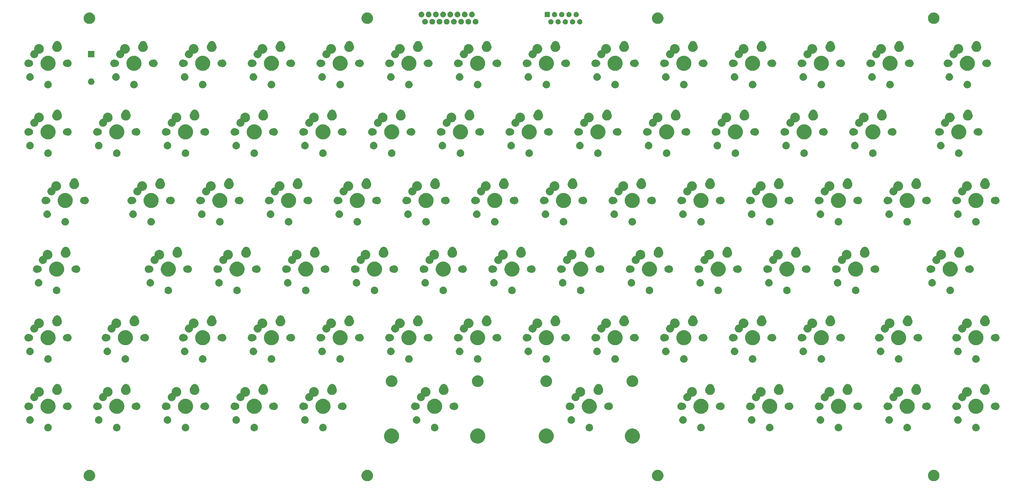
<source format=gbr>
G04 #@! TF.GenerationSoftware,KiCad,Pcbnew,8.0.4*
G04 #@! TF.CreationDate,2024-08-17T18:21:30-05:00*
G04 #@! TF.ProjectId,qwerty,71776572-7479-42e6-9b69-6361645f7063,C*
G04 #@! TF.SameCoordinates,Original*
G04 #@! TF.FileFunction,Soldermask,Top*
G04 #@! TF.FilePolarity,Negative*
%FSLAX46Y46*%
G04 Gerber Fmt 4.6, Leading zero omitted, Abs format (unit mm)*
G04 Created by KiCad (PCBNEW 8.0.4) date 2024-08-17 18:21:30*
%MOMM*%
%LPD*%
G01*
G04 APERTURE LIST*
G04 APERTURE END LIST*
G36*
X97561281Y-200904823D02*
G01*
X97619541Y-200904823D01*
X97683206Y-200914418D01*
X97750295Y-200919699D01*
X97804369Y-200932681D01*
X97855953Y-200940456D01*
X97923358Y-200961247D01*
X97994427Y-200978310D01*
X98040380Y-200997344D01*
X98084420Y-201010929D01*
X98153560Y-201044225D01*
X98226385Y-201074390D01*
X98263765Y-201097296D01*
X98299825Y-201114662D01*
X98368416Y-201161427D01*
X98440456Y-201205573D01*
X98469303Y-201230210D01*
X98497362Y-201249341D01*
X98562871Y-201310124D01*
X98631371Y-201368629D01*
X98652173Y-201392985D01*
X98672626Y-201411963D01*
X98732427Y-201486951D01*
X98794427Y-201559544D01*
X98808061Y-201581793D01*
X98821694Y-201598888D01*
X98873105Y-201687936D01*
X98925610Y-201773615D01*
X98933322Y-201792234D01*
X98941233Y-201805936D01*
X98981580Y-201908739D01*
X99021690Y-202005573D01*
X99025006Y-202019388D01*
X99028580Y-202028493D01*
X99055343Y-202145748D01*
X99080301Y-202249705D01*
X99080948Y-202257930D01*
X99081783Y-202261587D01*
X99092664Y-202406796D01*
X99100000Y-202500000D01*
X99092663Y-202593211D01*
X99081783Y-202738412D01*
X99080948Y-202742068D01*
X99080301Y-202750295D01*
X99055338Y-202854270D01*
X99028580Y-202971506D01*
X99025007Y-202980608D01*
X99021690Y-202994427D01*
X98981572Y-203091278D01*
X98941233Y-203194063D01*
X98933323Y-203207762D01*
X98925610Y-203226385D01*
X98873095Y-203312080D01*
X98821694Y-203401111D01*
X98808064Y-203418202D01*
X98794427Y-203440456D01*
X98732415Y-203513062D01*
X98672626Y-203588036D01*
X98652177Y-203607009D01*
X98631371Y-203631371D01*
X98562857Y-203689886D01*
X98497362Y-203750658D01*
X98469309Y-203769784D01*
X98440456Y-203794427D01*
X98368402Y-203838581D01*
X98299825Y-203885337D01*
X98263772Y-203902698D01*
X98226385Y-203925610D01*
X98153546Y-203955780D01*
X98084420Y-203989070D01*
X98040390Y-204002651D01*
X97994427Y-204021690D01*
X97923344Y-204038755D01*
X97855953Y-204059543D01*
X97804377Y-204067316D01*
X97750295Y-204080301D01*
X97683202Y-204085581D01*
X97619541Y-204095177D01*
X97561281Y-204095177D01*
X97500000Y-204100000D01*
X97438719Y-204095177D01*
X97380459Y-204095177D01*
X97316796Y-204085581D01*
X97249705Y-204080301D01*
X97195623Y-204067317D01*
X97144046Y-204059543D01*
X97076651Y-204038754D01*
X97005573Y-204021690D01*
X96959612Y-204002652D01*
X96915579Y-203989070D01*
X96846449Y-203955778D01*
X96773615Y-203925610D01*
X96736227Y-203902699D01*
X96700175Y-203885337D01*
X96631594Y-203838579D01*
X96559544Y-203794427D01*
X96530694Y-203769787D01*
X96502637Y-203750658D01*
X96437129Y-203689875D01*
X96368629Y-203631371D01*
X96347826Y-203607013D01*
X96327373Y-203588036D01*
X96267569Y-203513045D01*
X96205573Y-203440456D01*
X96191939Y-203418207D01*
X96178305Y-203401111D01*
X96126886Y-203312052D01*
X96074390Y-203226385D01*
X96066678Y-203207768D01*
X96058766Y-203194063D01*
X96018408Y-203091232D01*
X95978310Y-202994427D01*
X95974994Y-202980615D01*
X95971419Y-202971506D01*
X95944641Y-202854186D01*
X95919699Y-202750295D01*
X95919052Y-202742074D01*
X95918216Y-202738412D01*
X95907315Y-202592946D01*
X95900000Y-202500000D01*
X95907314Y-202407061D01*
X95918216Y-202261587D01*
X95919052Y-202257923D01*
X95919699Y-202249705D01*
X95944636Y-202145833D01*
X95971419Y-202028493D01*
X95974994Y-202019382D01*
X95978310Y-202005573D01*
X96018400Y-201908785D01*
X96058766Y-201805936D01*
X96066680Y-201792228D01*
X96074390Y-201773615D01*
X96126876Y-201687964D01*
X96178305Y-201598888D01*
X96191941Y-201581787D01*
X96205573Y-201559544D01*
X96267557Y-201486969D01*
X96327373Y-201411963D01*
X96347830Y-201392981D01*
X96368629Y-201368629D01*
X96437116Y-201310135D01*
X96502637Y-201249341D01*
X96530699Y-201230208D01*
X96559544Y-201205573D01*
X96631579Y-201161429D01*
X96700175Y-201114662D01*
X96736235Y-201097296D01*
X96773615Y-201074390D01*
X96846434Y-201044227D01*
X96915579Y-201010929D01*
X96959622Y-200997343D01*
X97005573Y-200978310D01*
X97076636Y-200961249D01*
X97144046Y-200940456D01*
X97195632Y-200932680D01*
X97249705Y-200919699D01*
X97316792Y-200914418D01*
X97380459Y-200904823D01*
X97438719Y-200904823D01*
X97500000Y-200900000D01*
X97561281Y-200904823D01*
G37*
G36*
X174561281Y-200904823D02*
G01*
X174619541Y-200904823D01*
X174683206Y-200914418D01*
X174750295Y-200919699D01*
X174804369Y-200932681D01*
X174855953Y-200940456D01*
X174923358Y-200961247D01*
X174994427Y-200978310D01*
X175040380Y-200997344D01*
X175084420Y-201010929D01*
X175153560Y-201044225D01*
X175226385Y-201074390D01*
X175263765Y-201097296D01*
X175299825Y-201114662D01*
X175368416Y-201161427D01*
X175440456Y-201205573D01*
X175469303Y-201230210D01*
X175497362Y-201249341D01*
X175562871Y-201310124D01*
X175631371Y-201368629D01*
X175652173Y-201392985D01*
X175672626Y-201411963D01*
X175732427Y-201486951D01*
X175794427Y-201559544D01*
X175808061Y-201581793D01*
X175821694Y-201598888D01*
X175873105Y-201687936D01*
X175925610Y-201773615D01*
X175933322Y-201792234D01*
X175941233Y-201805936D01*
X175981580Y-201908739D01*
X176021690Y-202005573D01*
X176025006Y-202019388D01*
X176028580Y-202028493D01*
X176055343Y-202145748D01*
X176080301Y-202249705D01*
X176080948Y-202257930D01*
X176081783Y-202261587D01*
X176092664Y-202406796D01*
X176100000Y-202500000D01*
X176092663Y-202593211D01*
X176081783Y-202738412D01*
X176080948Y-202742068D01*
X176080301Y-202750295D01*
X176055338Y-202854270D01*
X176028580Y-202971506D01*
X176025007Y-202980608D01*
X176021690Y-202994427D01*
X175981572Y-203091278D01*
X175941233Y-203194063D01*
X175933323Y-203207762D01*
X175925610Y-203226385D01*
X175873095Y-203312080D01*
X175821694Y-203401111D01*
X175808064Y-203418202D01*
X175794427Y-203440456D01*
X175732415Y-203513062D01*
X175672626Y-203588036D01*
X175652177Y-203607009D01*
X175631371Y-203631371D01*
X175562857Y-203689886D01*
X175497362Y-203750658D01*
X175469309Y-203769784D01*
X175440456Y-203794427D01*
X175368402Y-203838581D01*
X175299825Y-203885337D01*
X175263772Y-203902698D01*
X175226385Y-203925610D01*
X175153546Y-203955780D01*
X175084420Y-203989070D01*
X175040390Y-204002651D01*
X174994427Y-204021690D01*
X174923344Y-204038755D01*
X174855953Y-204059543D01*
X174804377Y-204067316D01*
X174750295Y-204080301D01*
X174683202Y-204085581D01*
X174619541Y-204095177D01*
X174561281Y-204095177D01*
X174500000Y-204100000D01*
X174438719Y-204095177D01*
X174380459Y-204095177D01*
X174316796Y-204085581D01*
X174249705Y-204080301D01*
X174195623Y-204067317D01*
X174144046Y-204059543D01*
X174076651Y-204038754D01*
X174005573Y-204021690D01*
X173959612Y-204002652D01*
X173915579Y-203989070D01*
X173846449Y-203955778D01*
X173773615Y-203925610D01*
X173736227Y-203902699D01*
X173700175Y-203885337D01*
X173631594Y-203838579D01*
X173559544Y-203794427D01*
X173530694Y-203769787D01*
X173502637Y-203750658D01*
X173437129Y-203689875D01*
X173368629Y-203631371D01*
X173347826Y-203607013D01*
X173327373Y-203588036D01*
X173267569Y-203513045D01*
X173205573Y-203440456D01*
X173191939Y-203418207D01*
X173178305Y-203401111D01*
X173126886Y-203312052D01*
X173074390Y-203226385D01*
X173066678Y-203207768D01*
X173058766Y-203194063D01*
X173018408Y-203091232D01*
X172978310Y-202994427D01*
X172974994Y-202980615D01*
X172971419Y-202971506D01*
X172944641Y-202854186D01*
X172919699Y-202750295D01*
X172919052Y-202742074D01*
X172918216Y-202738412D01*
X172907315Y-202592946D01*
X172900000Y-202500000D01*
X172907314Y-202407061D01*
X172918216Y-202261587D01*
X172919052Y-202257923D01*
X172919699Y-202249705D01*
X172944636Y-202145833D01*
X172971419Y-202028493D01*
X172974994Y-202019382D01*
X172978310Y-202005573D01*
X173018400Y-201908785D01*
X173058766Y-201805936D01*
X173066680Y-201792228D01*
X173074390Y-201773615D01*
X173126876Y-201687964D01*
X173178305Y-201598888D01*
X173191941Y-201581787D01*
X173205573Y-201559544D01*
X173267557Y-201486969D01*
X173327373Y-201411963D01*
X173347830Y-201392981D01*
X173368629Y-201368629D01*
X173437116Y-201310135D01*
X173502637Y-201249341D01*
X173530699Y-201230208D01*
X173559544Y-201205573D01*
X173631579Y-201161429D01*
X173700175Y-201114662D01*
X173736235Y-201097296D01*
X173773615Y-201074390D01*
X173846434Y-201044227D01*
X173915579Y-201010929D01*
X173959622Y-200997343D01*
X174005573Y-200978310D01*
X174076636Y-200961249D01*
X174144046Y-200940456D01*
X174195632Y-200932680D01*
X174249705Y-200919699D01*
X174316792Y-200914418D01*
X174380459Y-200904823D01*
X174438719Y-200904823D01*
X174500000Y-200900000D01*
X174561281Y-200904823D01*
G37*
G36*
X255061281Y-200904823D02*
G01*
X255119541Y-200904823D01*
X255183206Y-200914418D01*
X255250295Y-200919699D01*
X255304369Y-200932681D01*
X255355953Y-200940456D01*
X255423358Y-200961247D01*
X255494427Y-200978310D01*
X255540380Y-200997344D01*
X255584420Y-201010929D01*
X255653560Y-201044225D01*
X255726385Y-201074390D01*
X255763765Y-201097296D01*
X255799825Y-201114662D01*
X255868416Y-201161427D01*
X255940456Y-201205573D01*
X255969303Y-201230210D01*
X255997362Y-201249341D01*
X256062871Y-201310124D01*
X256131371Y-201368629D01*
X256152173Y-201392985D01*
X256172626Y-201411963D01*
X256232427Y-201486951D01*
X256294427Y-201559544D01*
X256308061Y-201581793D01*
X256321694Y-201598888D01*
X256373105Y-201687936D01*
X256425610Y-201773615D01*
X256433322Y-201792234D01*
X256441233Y-201805936D01*
X256481580Y-201908739D01*
X256521690Y-202005573D01*
X256525006Y-202019388D01*
X256528580Y-202028493D01*
X256555343Y-202145748D01*
X256580301Y-202249705D01*
X256580948Y-202257930D01*
X256581783Y-202261587D01*
X256592664Y-202406796D01*
X256600000Y-202500000D01*
X256592663Y-202593211D01*
X256581783Y-202738412D01*
X256580948Y-202742068D01*
X256580301Y-202750295D01*
X256555338Y-202854270D01*
X256528580Y-202971506D01*
X256525007Y-202980608D01*
X256521690Y-202994427D01*
X256481572Y-203091278D01*
X256441233Y-203194063D01*
X256433323Y-203207762D01*
X256425610Y-203226385D01*
X256373095Y-203312080D01*
X256321694Y-203401111D01*
X256308064Y-203418202D01*
X256294427Y-203440456D01*
X256232415Y-203513062D01*
X256172626Y-203588036D01*
X256152177Y-203607009D01*
X256131371Y-203631371D01*
X256062857Y-203689886D01*
X255997362Y-203750658D01*
X255969309Y-203769784D01*
X255940456Y-203794427D01*
X255868402Y-203838581D01*
X255799825Y-203885337D01*
X255763772Y-203902698D01*
X255726385Y-203925610D01*
X255653546Y-203955780D01*
X255584420Y-203989070D01*
X255540390Y-204002651D01*
X255494427Y-204021690D01*
X255423344Y-204038755D01*
X255355953Y-204059543D01*
X255304377Y-204067316D01*
X255250295Y-204080301D01*
X255183202Y-204085581D01*
X255119541Y-204095177D01*
X255061281Y-204095177D01*
X255000000Y-204100000D01*
X254938719Y-204095177D01*
X254880459Y-204095177D01*
X254816796Y-204085581D01*
X254749705Y-204080301D01*
X254695623Y-204067317D01*
X254644046Y-204059543D01*
X254576651Y-204038754D01*
X254505573Y-204021690D01*
X254459612Y-204002652D01*
X254415579Y-203989070D01*
X254346449Y-203955778D01*
X254273615Y-203925610D01*
X254236227Y-203902699D01*
X254200175Y-203885337D01*
X254131594Y-203838579D01*
X254059544Y-203794427D01*
X254030694Y-203769787D01*
X254002637Y-203750658D01*
X253937129Y-203689875D01*
X253868629Y-203631371D01*
X253847826Y-203607013D01*
X253827373Y-203588036D01*
X253767569Y-203513045D01*
X253705573Y-203440456D01*
X253691939Y-203418207D01*
X253678305Y-203401111D01*
X253626886Y-203312052D01*
X253574390Y-203226385D01*
X253566678Y-203207768D01*
X253558766Y-203194063D01*
X253518408Y-203091232D01*
X253478310Y-202994427D01*
X253474994Y-202980615D01*
X253471419Y-202971506D01*
X253444641Y-202854186D01*
X253419699Y-202750295D01*
X253419052Y-202742074D01*
X253418216Y-202738412D01*
X253407315Y-202592946D01*
X253400000Y-202500000D01*
X253407314Y-202407061D01*
X253418216Y-202261587D01*
X253419052Y-202257923D01*
X253419699Y-202249705D01*
X253444636Y-202145833D01*
X253471419Y-202028493D01*
X253474994Y-202019382D01*
X253478310Y-202005573D01*
X253518400Y-201908785D01*
X253558766Y-201805936D01*
X253566680Y-201792228D01*
X253574390Y-201773615D01*
X253626876Y-201687964D01*
X253678305Y-201598888D01*
X253691941Y-201581787D01*
X253705573Y-201559544D01*
X253767557Y-201486969D01*
X253827373Y-201411963D01*
X253847830Y-201392981D01*
X253868629Y-201368629D01*
X253937116Y-201310135D01*
X254002637Y-201249341D01*
X254030699Y-201230208D01*
X254059544Y-201205573D01*
X254131579Y-201161429D01*
X254200175Y-201114662D01*
X254236235Y-201097296D01*
X254273615Y-201074390D01*
X254346434Y-201044227D01*
X254415579Y-201010929D01*
X254459622Y-200997343D01*
X254505573Y-200978310D01*
X254576636Y-200961249D01*
X254644046Y-200940456D01*
X254695632Y-200932680D01*
X254749705Y-200919699D01*
X254816792Y-200914418D01*
X254880459Y-200904823D01*
X254938719Y-200904823D01*
X255000000Y-200900000D01*
X255061281Y-200904823D01*
G37*
G36*
X331561281Y-200904823D02*
G01*
X331619541Y-200904823D01*
X331683206Y-200914418D01*
X331750295Y-200919699D01*
X331804369Y-200932681D01*
X331855953Y-200940456D01*
X331923358Y-200961247D01*
X331994427Y-200978310D01*
X332040380Y-200997344D01*
X332084420Y-201010929D01*
X332153560Y-201044225D01*
X332226385Y-201074390D01*
X332263765Y-201097296D01*
X332299825Y-201114662D01*
X332368416Y-201161427D01*
X332440456Y-201205573D01*
X332469303Y-201230210D01*
X332497362Y-201249341D01*
X332562871Y-201310124D01*
X332631371Y-201368629D01*
X332652173Y-201392985D01*
X332672626Y-201411963D01*
X332732427Y-201486951D01*
X332794427Y-201559544D01*
X332808061Y-201581793D01*
X332821694Y-201598888D01*
X332873105Y-201687936D01*
X332925610Y-201773615D01*
X332933322Y-201792234D01*
X332941233Y-201805936D01*
X332981580Y-201908739D01*
X333021690Y-202005573D01*
X333025006Y-202019388D01*
X333028580Y-202028493D01*
X333055343Y-202145748D01*
X333080301Y-202249705D01*
X333080948Y-202257930D01*
X333081783Y-202261587D01*
X333092664Y-202406796D01*
X333100000Y-202500000D01*
X333092663Y-202593211D01*
X333081783Y-202738412D01*
X333080948Y-202742068D01*
X333080301Y-202750295D01*
X333055338Y-202854270D01*
X333028580Y-202971506D01*
X333025007Y-202980608D01*
X333021690Y-202994427D01*
X332981572Y-203091278D01*
X332941233Y-203194063D01*
X332933323Y-203207762D01*
X332925610Y-203226385D01*
X332873095Y-203312080D01*
X332821694Y-203401111D01*
X332808064Y-203418202D01*
X332794427Y-203440456D01*
X332732415Y-203513062D01*
X332672626Y-203588036D01*
X332652177Y-203607009D01*
X332631371Y-203631371D01*
X332562857Y-203689886D01*
X332497362Y-203750658D01*
X332469309Y-203769784D01*
X332440456Y-203794427D01*
X332368402Y-203838581D01*
X332299825Y-203885337D01*
X332263772Y-203902698D01*
X332226385Y-203925610D01*
X332153546Y-203955780D01*
X332084420Y-203989070D01*
X332040390Y-204002651D01*
X331994427Y-204021690D01*
X331923344Y-204038755D01*
X331855953Y-204059543D01*
X331804377Y-204067316D01*
X331750295Y-204080301D01*
X331683202Y-204085581D01*
X331619541Y-204095177D01*
X331561281Y-204095177D01*
X331500000Y-204100000D01*
X331438719Y-204095177D01*
X331380459Y-204095177D01*
X331316796Y-204085581D01*
X331249705Y-204080301D01*
X331195623Y-204067317D01*
X331144046Y-204059543D01*
X331076651Y-204038754D01*
X331005573Y-204021690D01*
X330959612Y-204002652D01*
X330915579Y-203989070D01*
X330846449Y-203955778D01*
X330773615Y-203925610D01*
X330736227Y-203902699D01*
X330700175Y-203885337D01*
X330631594Y-203838579D01*
X330559544Y-203794427D01*
X330530694Y-203769787D01*
X330502637Y-203750658D01*
X330437129Y-203689875D01*
X330368629Y-203631371D01*
X330347826Y-203607013D01*
X330327373Y-203588036D01*
X330267569Y-203513045D01*
X330205573Y-203440456D01*
X330191939Y-203418207D01*
X330178305Y-203401111D01*
X330126886Y-203312052D01*
X330074390Y-203226385D01*
X330066678Y-203207768D01*
X330058766Y-203194063D01*
X330018408Y-203091232D01*
X329978310Y-202994427D01*
X329974994Y-202980615D01*
X329971419Y-202971506D01*
X329944641Y-202854186D01*
X329919699Y-202750295D01*
X329919052Y-202742074D01*
X329918216Y-202738412D01*
X329907315Y-202592946D01*
X329900000Y-202500000D01*
X329907314Y-202407061D01*
X329918216Y-202261587D01*
X329919052Y-202257923D01*
X329919699Y-202249705D01*
X329944636Y-202145833D01*
X329971419Y-202028493D01*
X329974994Y-202019382D01*
X329978310Y-202005573D01*
X330018400Y-201908785D01*
X330058766Y-201805936D01*
X330066680Y-201792228D01*
X330074390Y-201773615D01*
X330126876Y-201687964D01*
X330178305Y-201598888D01*
X330191941Y-201581787D01*
X330205573Y-201559544D01*
X330267557Y-201486969D01*
X330327373Y-201411963D01*
X330347830Y-201392981D01*
X330368629Y-201368629D01*
X330437116Y-201310135D01*
X330502637Y-201249341D01*
X330530699Y-201230208D01*
X330559544Y-201205573D01*
X330631579Y-201161429D01*
X330700175Y-201114662D01*
X330736235Y-201097296D01*
X330773615Y-201074390D01*
X330846434Y-201044227D01*
X330915579Y-201010929D01*
X330959622Y-200997343D01*
X331005573Y-200978310D01*
X331076636Y-200961249D01*
X331144046Y-200940456D01*
X331195632Y-200932680D01*
X331249705Y-200919699D01*
X331316792Y-200914418D01*
X331380459Y-200904823D01*
X331438719Y-200904823D01*
X331500000Y-200900000D01*
X331561281Y-200904823D01*
G37*
G36*
X181313643Y-189440981D02*
G01*
X181386143Y-189440981D01*
X181452235Y-189450065D01*
X181516521Y-189454279D01*
X181591728Y-189469238D01*
X181669267Y-189479896D01*
X181727899Y-189496324D01*
X181785121Y-189507706D01*
X181863591Y-189534343D01*
X181944454Y-189557000D01*
X181994954Y-189578935D01*
X182044450Y-189595737D01*
X182124359Y-189635143D01*
X182206580Y-189670857D01*
X182248616Y-189696419D01*
X182290061Y-189716858D01*
X182369392Y-189769865D01*
X182450761Y-189819347D01*
X182484378Y-189846696D01*
X182517777Y-189869013D01*
X182594352Y-189936167D01*
X182672448Y-189999703D01*
X182698004Y-190027067D01*
X182723672Y-190049577D01*
X182795177Y-190131113D01*
X182867512Y-190208565D01*
X182885714Y-190234352D01*
X182904236Y-190255472D01*
X182968273Y-190351311D01*
X183032319Y-190442043D01*
X183044134Y-190464845D01*
X183056389Y-190483186D01*
X183110632Y-190593180D01*
X183163799Y-190695788D01*
X183170421Y-190714421D01*
X183177513Y-190728802D01*
X183219686Y-190853041D01*
X183259503Y-190965073D01*
X183262322Y-190978639D01*
X183265543Y-190988128D01*
X183293491Y-191128635D01*
X183317647Y-191244881D01*
X183318188Y-191252799D01*
X183318970Y-191256728D01*
X183330732Y-191436182D01*
X183337150Y-191530000D01*
X183330732Y-191623825D01*
X183318970Y-191803271D01*
X183318188Y-191807198D01*
X183317647Y-191815119D01*
X183293486Y-191931386D01*
X183265543Y-192071871D01*
X183262322Y-192081357D01*
X183259503Y-192094927D01*
X183219679Y-192206979D01*
X183177512Y-192331200D01*
X183170421Y-192345578D01*
X183163799Y-192364212D01*
X183110637Y-192466808D01*
X183056391Y-192576811D01*
X183044134Y-192595154D01*
X183032319Y-192617957D01*
X182968266Y-192708698D01*
X182904236Y-192804527D01*
X182885718Y-192825642D01*
X182867512Y-192851435D01*
X182795162Y-192928901D01*
X182723672Y-193010422D01*
X182698010Y-193032926D01*
X182672448Y-193060297D01*
X182594336Y-193123845D01*
X182517777Y-193190986D01*
X182484384Y-193213297D01*
X182450761Y-193240653D01*
X182369376Y-193290144D01*
X182290061Y-193343141D01*
X182248625Y-193363574D01*
X182206580Y-193389143D01*
X182124342Y-193424863D01*
X182044450Y-193464262D01*
X181994965Y-193481059D01*
X181944454Y-193503000D01*
X181863574Y-193525661D01*
X181785121Y-193552293D01*
X181727912Y-193563672D01*
X181669267Y-193580104D01*
X181591711Y-193590763D01*
X181516521Y-193605720D01*
X181452249Y-193609932D01*
X181386143Y-193619019D01*
X181313627Y-193619019D01*
X181243250Y-193623632D01*
X181172872Y-193619019D01*
X181100357Y-193619019D01*
X181034251Y-193609932D01*
X180969978Y-193605720D01*
X180894784Y-193590763D01*
X180817233Y-193580104D01*
X180758590Y-193563673D01*
X180701378Y-193552293D01*
X180622920Y-193525659D01*
X180542046Y-193503000D01*
X180491538Y-193481061D01*
X180442049Y-193464262D01*
X180362148Y-193424859D01*
X180279920Y-193389143D01*
X180237879Y-193363577D01*
X180196438Y-193343141D01*
X180117112Y-193290137D01*
X180035739Y-193240653D01*
X180002119Y-193213301D01*
X179968722Y-193190986D01*
X179892149Y-193123834D01*
X179814052Y-193060297D01*
X179788494Y-193032931D01*
X179762827Y-193010422D01*
X179691320Y-192928884D01*
X179618988Y-192851435D01*
X179600785Y-192825648D01*
X179582263Y-192804527D01*
X179518214Y-192708671D01*
X179454181Y-192617957D01*
X179442369Y-192595160D01*
X179430108Y-192576811D01*
X179375841Y-192466768D01*
X179322701Y-192364212D01*
X179316081Y-192345585D01*
X179308987Y-192331200D01*
X179266798Y-192206916D01*
X179226997Y-192094927D01*
X179224178Y-192081365D01*
X179220956Y-192071871D01*
X179192990Y-191931274D01*
X179168853Y-191815119D01*
X179168311Y-191807206D01*
X179167529Y-191803271D01*
X179155744Y-191623475D01*
X179149350Y-191530000D01*
X179155743Y-191436532D01*
X179167529Y-191256728D01*
X179168311Y-191252792D01*
X179168853Y-191244881D01*
X179192985Y-191128748D01*
X179220956Y-190988128D01*
X179224179Y-190978632D01*
X179226997Y-190965073D01*
X179266790Y-190853104D01*
X179308986Y-190728802D01*
X179316081Y-190714414D01*
X179322701Y-190695788D01*
X179375847Y-190593220D01*
X179430110Y-190483186D01*
X179442369Y-190464838D01*
X179454181Y-190442043D01*
X179518207Y-190351338D01*
X179582263Y-190255472D01*
X179600789Y-190234346D01*
X179618988Y-190208565D01*
X179691306Y-190131131D01*
X179762827Y-190049577D01*
X179788499Y-190027062D01*
X179814052Y-189999703D01*
X179892133Y-189936178D01*
X179968722Y-189869013D01*
X180002125Y-189846693D01*
X180035739Y-189819347D01*
X180117103Y-189769868D01*
X180196436Y-189716860D01*
X180237879Y-189696422D01*
X180279920Y-189670857D01*
X180362142Y-189635142D01*
X180442052Y-189595736D01*
X180491548Y-189578934D01*
X180542046Y-189557000D01*
X180622903Y-189534344D01*
X180701378Y-189507706D01*
X180758602Y-189496323D01*
X180817233Y-189479896D01*
X180894768Y-189469238D01*
X180969978Y-189454279D01*
X181034265Y-189450065D01*
X181100357Y-189440981D01*
X181172857Y-189440981D01*
X181243250Y-189436367D01*
X181313643Y-189440981D01*
G37*
G36*
X205189643Y-189440981D02*
G01*
X205262143Y-189440981D01*
X205328235Y-189450065D01*
X205392521Y-189454279D01*
X205467728Y-189469238D01*
X205545267Y-189479896D01*
X205603899Y-189496324D01*
X205661121Y-189507706D01*
X205739591Y-189534343D01*
X205820454Y-189557000D01*
X205870954Y-189578935D01*
X205920450Y-189595737D01*
X206000359Y-189635143D01*
X206082580Y-189670857D01*
X206124616Y-189696419D01*
X206166061Y-189716858D01*
X206245392Y-189769865D01*
X206326761Y-189819347D01*
X206360378Y-189846696D01*
X206393777Y-189869013D01*
X206470352Y-189936167D01*
X206548448Y-189999703D01*
X206574004Y-190027067D01*
X206599672Y-190049577D01*
X206671177Y-190131113D01*
X206743512Y-190208565D01*
X206761714Y-190234352D01*
X206780236Y-190255472D01*
X206844273Y-190351311D01*
X206908319Y-190442043D01*
X206920134Y-190464845D01*
X206932389Y-190483186D01*
X206986632Y-190593180D01*
X207039799Y-190695788D01*
X207046421Y-190714421D01*
X207053513Y-190728802D01*
X207095686Y-190853041D01*
X207135503Y-190965073D01*
X207138322Y-190978639D01*
X207141543Y-190988128D01*
X207169491Y-191128635D01*
X207193647Y-191244881D01*
X207194188Y-191252799D01*
X207194970Y-191256728D01*
X207206732Y-191436182D01*
X207213150Y-191530000D01*
X207206732Y-191623825D01*
X207194970Y-191803271D01*
X207194188Y-191807198D01*
X207193647Y-191815119D01*
X207169486Y-191931386D01*
X207141543Y-192071871D01*
X207138322Y-192081357D01*
X207135503Y-192094927D01*
X207095679Y-192206979D01*
X207053512Y-192331200D01*
X207046421Y-192345578D01*
X207039799Y-192364212D01*
X206986637Y-192466808D01*
X206932391Y-192576811D01*
X206920134Y-192595154D01*
X206908319Y-192617957D01*
X206844266Y-192708698D01*
X206780236Y-192804527D01*
X206761718Y-192825642D01*
X206743512Y-192851435D01*
X206671162Y-192928901D01*
X206599672Y-193010422D01*
X206574010Y-193032926D01*
X206548448Y-193060297D01*
X206470336Y-193123845D01*
X206393777Y-193190986D01*
X206360384Y-193213297D01*
X206326761Y-193240653D01*
X206245376Y-193290144D01*
X206166061Y-193343141D01*
X206124625Y-193363574D01*
X206082580Y-193389143D01*
X206000342Y-193424863D01*
X205920450Y-193464262D01*
X205870965Y-193481059D01*
X205820454Y-193503000D01*
X205739574Y-193525661D01*
X205661121Y-193552293D01*
X205603912Y-193563672D01*
X205545267Y-193580104D01*
X205467711Y-193590763D01*
X205392521Y-193605720D01*
X205328249Y-193609932D01*
X205262143Y-193619019D01*
X205189627Y-193619019D01*
X205119250Y-193623632D01*
X205048872Y-193619019D01*
X204976357Y-193619019D01*
X204910251Y-193609932D01*
X204845978Y-193605720D01*
X204770784Y-193590763D01*
X204693233Y-193580104D01*
X204634590Y-193563673D01*
X204577378Y-193552293D01*
X204498920Y-193525659D01*
X204418046Y-193503000D01*
X204367538Y-193481061D01*
X204318049Y-193464262D01*
X204238148Y-193424859D01*
X204155920Y-193389143D01*
X204113879Y-193363577D01*
X204072438Y-193343141D01*
X203993112Y-193290137D01*
X203911739Y-193240653D01*
X203878119Y-193213301D01*
X203844722Y-193190986D01*
X203768149Y-193123834D01*
X203690052Y-193060297D01*
X203664494Y-193032931D01*
X203638827Y-193010422D01*
X203567320Y-192928884D01*
X203494988Y-192851435D01*
X203476785Y-192825648D01*
X203458263Y-192804527D01*
X203394214Y-192708671D01*
X203330181Y-192617957D01*
X203318369Y-192595160D01*
X203306108Y-192576811D01*
X203251841Y-192466768D01*
X203198701Y-192364212D01*
X203192081Y-192345585D01*
X203184987Y-192331200D01*
X203142798Y-192206916D01*
X203102997Y-192094927D01*
X203100178Y-192081365D01*
X203096956Y-192071871D01*
X203068990Y-191931274D01*
X203044853Y-191815119D01*
X203044311Y-191807206D01*
X203043529Y-191803271D01*
X203031744Y-191623475D01*
X203025350Y-191530000D01*
X203031743Y-191436532D01*
X203043529Y-191256728D01*
X203044311Y-191252792D01*
X203044853Y-191244881D01*
X203068985Y-191128748D01*
X203096956Y-190988128D01*
X203100179Y-190978632D01*
X203102997Y-190965073D01*
X203142790Y-190853104D01*
X203184986Y-190728802D01*
X203192081Y-190714414D01*
X203198701Y-190695788D01*
X203251847Y-190593220D01*
X203306110Y-190483186D01*
X203318369Y-190464838D01*
X203330181Y-190442043D01*
X203394207Y-190351338D01*
X203458263Y-190255472D01*
X203476789Y-190234346D01*
X203494988Y-190208565D01*
X203567306Y-190131131D01*
X203638827Y-190049577D01*
X203664499Y-190027062D01*
X203690052Y-189999703D01*
X203768133Y-189936178D01*
X203844722Y-189869013D01*
X203878125Y-189846693D01*
X203911739Y-189819347D01*
X203993103Y-189769868D01*
X204072436Y-189716860D01*
X204113879Y-189696422D01*
X204155920Y-189670857D01*
X204238142Y-189635142D01*
X204318052Y-189595736D01*
X204367548Y-189578934D01*
X204418046Y-189557000D01*
X204498903Y-189534344D01*
X204577378Y-189507706D01*
X204634602Y-189496323D01*
X204693233Y-189479896D01*
X204770768Y-189469238D01*
X204845978Y-189454279D01*
X204910265Y-189450065D01*
X204976357Y-189440981D01*
X205048857Y-189440981D01*
X205119250Y-189436367D01*
X205189643Y-189440981D01*
G37*
G36*
X224176143Y-189440981D02*
G01*
X224248643Y-189440981D01*
X224314735Y-189450065D01*
X224379021Y-189454279D01*
X224454228Y-189469238D01*
X224531767Y-189479896D01*
X224590399Y-189496324D01*
X224647621Y-189507706D01*
X224726091Y-189534343D01*
X224806954Y-189557000D01*
X224857454Y-189578935D01*
X224906950Y-189595737D01*
X224986859Y-189635143D01*
X225069080Y-189670857D01*
X225111116Y-189696419D01*
X225152561Y-189716858D01*
X225231892Y-189769865D01*
X225313261Y-189819347D01*
X225346878Y-189846696D01*
X225380277Y-189869013D01*
X225456852Y-189936167D01*
X225534948Y-189999703D01*
X225560504Y-190027067D01*
X225586172Y-190049577D01*
X225657677Y-190131113D01*
X225730012Y-190208565D01*
X225748214Y-190234352D01*
X225766736Y-190255472D01*
X225830773Y-190351311D01*
X225894819Y-190442043D01*
X225906634Y-190464845D01*
X225918889Y-190483186D01*
X225973132Y-190593180D01*
X226026299Y-190695788D01*
X226032921Y-190714421D01*
X226040013Y-190728802D01*
X226082186Y-190853041D01*
X226122003Y-190965073D01*
X226124822Y-190978639D01*
X226128043Y-190988128D01*
X226155991Y-191128635D01*
X226180147Y-191244881D01*
X226180688Y-191252799D01*
X226181470Y-191256728D01*
X226193232Y-191436182D01*
X226199650Y-191530000D01*
X226193232Y-191623825D01*
X226181470Y-191803271D01*
X226180688Y-191807198D01*
X226180147Y-191815119D01*
X226155986Y-191931386D01*
X226128043Y-192071871D01*
X226124822Y-192081357D01*
X226122003Y-192094927D01*
X226082179Y-192206979D01*
X226040012Y-192331200D01*
X226032921Y-192345578D01*
X226026299Y-192364212D01*
X225973137Y-192466808D01*
X225918891Y-192576811D01*
X225906634Y-192595154D01*
X225894819Y-192617957D01*
X225830766Y-192708698D01*
X225766736Y-192804527D01*
X225748218Y-192825642D01*
X225730012Y-192851435D01*
X225657662Y-192928901D01*
X225586172Y-193010422D01*
X225560510Y-193032926D01*
X225534948Y-193060297D01*
X225456836Y-193123845D01*
X225380277Y-193190986D01*
X225346884Y-193213297D01*
X225313261Y-193240653D01*
X225231876Y-193290144D01*
X225152561Y-193343141D01*
X225111125Y-193363574D01*
X225069080Y-193389143D01*
X224986842Y-193424863D01*
X224906950Y-193464262D01*
X224857465Y-193481059D01*
X224806954Y-193503000D01*
X224726074Y-193525661D01*
X224647621Y-193552293D01*
X224590412Y-193563672D01*
X224531767Y-193580104D01*
X224454211Y-193590763D01*
X224379021Y-193605720D01*
X224314749Y-193609932D01*
X224248643Y-193619019D01*
X224176127Y-193619019D01*
X224105750Y-193623632D01*
X224035372Y-193619019D01*
X223962857Y-193619019D01*
X223896751Y-193609932D01*
X223832478Y-193605720D01*
X223757284Y-193590763D01*
X223679733Y-193580104D01*
X223621090Y-193563673D01*
X223563878Y-193552293D01*
X223485420Y-193525659D01*
X223404546Y-193503000D01*
X223354038Y-193481061D01*
X223304549Y-193464262D01*
X223224648Y-193424859D01*
X223142420Y-193389143D01*
X223100379Y-193363577D01*
X223058938Y-193343141D01*
X222979612Y-193290137D01*
X222898239Y-193240653D01*
X222864619Y-193213301D01*
X222831222Y-193190986D01*
X222754649Y-193123834D01*
X222676552Y-193060297D01*
X222650994Y-193032931D01*
X222625327Y-193010422D01*
X222553820Y-192928884D01*
X222481488Y-192851435D01*
X222463285Y-192825648D01*
X222444763Y-192804527D01*
X222380714Y-192708671D01*
X222316681Y-192617957D01*
X222304869Y-192595160D01*
X222292608Y-192576811D01*
X222238341Y-192466768D01*
X222185201Y-192364212D01*
X222178581Y-192345585D01*
X222171487Y-192331200D01*
X222129298Y-192206916D01*
X222089497Y-192094927D01*
X222086678Y-192081365D01*
X222083456Y-192071871D01*
X222055490Y-191931274D01*
X222031353Y-191815119D01*
X222030811Y-191807206D01*
X222030029Y-191803271D01*
X222018244Y-191623475D01*
X222011850Y-191530000D01*
X222018243Y-191436532D01*
X222030029Y-191256728D01*
X222030811Y-191252792D01*
X222031353Y-191244881D01*
X222055485Y-191128748D01*
X222083456Y-190988128D01*
X222086679Y-190978632D01*
X222089497Y-190965073D01*
X222129290Y-190853104D01*
X222171486Y-190728802D01*
X222178581Y-190714414D01*
X222185201Y-190695788D01*
X222238347Y-190593220D01*
X222292610Y-190483186D01*
X222304869Y-190464838D01*
X222316681Y-190442043D01*
X222380707Y-190351338D01*
X222444763Y-190255472D01*
X222463289Y-190234346D01*
X222481488Y-190208565D01*
X222553806Y-190131131D01*
X222625327Y-190049577D01*
X222650999Y-190027062D01*
X222676552Y-189999703D01*
X222754633Y-189936178D01*
X222831222Y-189869013D01*
X222864625Y-189846693D01*
X222898239Y-189819347D01*
X222979603Y-189769868D01*
X223058936Y-189716860D01*
X223100379Y-189696422D01*
X223142420Y-189670857D01*
X223224642Y-189635142D01*
X223304552Y-189595736D01*
X223354048Y-189578934D01*
X223404546Y-189557000D01*
X223485403Y-189534344D01*
X223563878Y-189507706D01*
X223621102Y-189496323D01*
X223679733Y-189479896D01*
X223757268Y-189469238D01*
X223832478Y-189454279D01*
X223896765Y-189450065D01*
X223962857Y-189440981D01*
X224035357Y-189440981D01*
X224105750Y-189436367D01*
X224176143Y-189440981D01*
G37*
G36*
X248052143Y-189440981D02*
G01*
X248124643Y-189440981D01*
X248190735Y-189450065D01*
X248255021Y-189454279D01*
X248330228Y-189469238D01*
X248407767Y-189479896D01*
X248466399Y-189496324D01*
X248523621Y-189507706D01*
X248602091Y-189534343D01*
X248682954Y-189557000D01*
X248733454Y-189578935D01*
X248782950Y-189595737D01*
X248862859Y-189635143D01*
X248945080Y-189670857D01*
X248987116Y-189696419D01*
X249028561Y-189716858D01*
X249107892Y-189769865D01*
X249189261Y-189819347D01*
X249222878Y-189846696D01*
X249256277Y-189869013D01*
X249332852Y-189936167D01*
X249410948Y-189999703D01*
X249436504Y-190027067D01*
X249462172Y-190049577D01*
X249533677Y-190131113D01*
X249606012Y-190208565D01*
X249624214Y-190234352D01*
X249642736Y-190255472D01*
X249706773Y-190351311D01*
X249770819Y-190442043D01*
X249782634Y-190464845D01*
X249794889Y-190483186D01*
X249849132Y-190593180D01*
X249902299Y-190695788D01*
X249908921Y-190714421D01*
X249916013Y-190728802D01*
X249958186Y-190853041D01*
X249998003Y-190965073D01*
X250000822Y-190978639D01*
X250004043Y-190988128D01*
X250031991Y-191128635D01*
X250056147Y-191244881D01*
X250056688Y-191252799D01*
X250057470Y-191256728D01*
X250069232Y-191436182D01*
X250075650Y-191530000D01*
X250069232Y-191623825D01*
X250057470Y-191803271D01*
X250056688Y-191807198D01*
X250056147Y-191815119D01*
X250031986Y-191931386D01*
X250004043Y-192071871D01*
X250000822Y-192081357D01*
X249998003Y-192094927D01*
X249958179Y-192206979D01*
X249916012Y-192331200D01*
X249908921Y-192345578D01*
X249902299Y-192364212D01*
X249849137Y-192466808D01*
X249794891Y-192576811D01*
X249782634Y-192595154D01*
X249770819Y-192617957D01*
X249706766Y-192708698D01*
X249642736Y-192804527D01*
X249624218Y-192825642D01*
X249606012Y-192851435D01*
X249533662Y-192928901D01*
X249462172Y-193010422D01*
X249436510Y-193032926D01*
X249410948Y-193060297D01*
X249332836Y-193123845D01*
X249256277Y-193190986D01*
X249222884Y-193213297D01*
X249189261Y-193240653D01*
X249107876Y-193290144D01*
X249028561Y-193343141D01*
X248987125Y-193363574D01*
X248945080Y-193389143D01*
X248862842Y-193424863D01*
X248782950Y-193464262D01*
X248733465Y-193481059D01*
X248682954Y-193503000D01*
X248602074Y-193525661D01*
X248523621Y-193552293D01*
X248466412Y-193563672D01*
X248407767Y-193580104D01*
X248330211Y-193590763D01*
X248255021Y-193605720D01*
X248190749Y-193609932D01*
X248124643Y-193619019D01*
X248052127Y-193619019D01*
X247981750Y-193623632D01*
X247911372Y-193619019D01*
X247838857Y-193619019D01*
X247772751Y-193609932D01*
X247708478Y-193605720D01*
X247633284Y-193590763D01*
X247555733Y-193580104D01*
X247497090Y-193563673D01*
X247439878Y-193552293D01*
X247361420Y-193525659D01*
X247280546Y-193503000D01*
X247230038Y-193481061D01*
X247180549Y-193464262D01*
X247100648Y-193424859D01*
X247018420Y-193389143D01*
X246976379Y-193363577D01*
X246934938Y-193343141D01*
X246855612Y-193290137D01*
X246774239Y-193240653D01*
X246740619Y-193213301D01*
X246707222Y-193190986D01*
X246630649Y-193123834D01*
X246552552Y-193060297D01*
X246526994Y-193032931D01*
X246501327Y-193010422D01*
X246429820Y-192928884D01*
X246357488Y-192851435D01*
X246339285Y-192825648D01*
X246320763Y-192804527D01*
X246256714Y-192708671D01*
X246192681Y-192617957D01*
X246180869Y-192595160D01*
X246168608Y-192576811D01*
X246114341Y-192466768D01*
X246061201Y-192364212D01*
X246054581Y-192345585D01*
X246047487Y-192331200D01*
X246005298Y-192206916D01*
X245965497Y-192094927D01*
X245962678Y-192081365D01*
X245959456Y-192071871D01*
X245931490Y-191931274D01*
X245907353Y-191815119D01*
X245906811Y-191807206D01*
X245906029Y-191803271D01*
X245894244Y-191623475D01*
X245887850Y-191530000D01*
X245894243Y-191436532D01*
X245906029Y-191256728D01*
X245906811Y-191252792D01*
X245907353Y-191244881D01*
X245931485Y-191128748D01*
X245959456Y-190988128D01*
X245962679Y-190978632D01*
X245965497Y-190965073D01*
X246005290Y-190853104D01*
X246047486Y-190728802D01*
X246054581Y-190714414D01*
X246061201Y-190695788D01*
X246114347Y-190593220D01*
X246168610Y-190483186D01*
X246180869Y-190464838D01*
X246192681Y-190442043D01*
X246256707Y-190351338D01*
X246320763Y-190255472D01*
X246339289Y-190234346D01*
X246357488Y-190208565D01*
X246429806Y-190131131D01*
X246501327Y-190049577D01*
X246526999Y-190027062D01*
X246552552Y-189999703D01*
X246630633Y-189936178D01*
X246707222Y-189869013D01*
X246740625Y-189846693D01*
X246774239Y-189819347D01*
X246855603Y-189769868D01*
X246934936Y-189716860D01*
X246976379Y-189696422D01*
X247018420Y-189670857D01*
X247100642Y-189635142D01*
X247180552Y-189595736D01*
X247230048Y-189578934D01*
X247280546Y-189557000D01*
X247361403Y-189534344D01*
X247439878Y-189507706D01*
X247497102Y-189496323D01*
X247555733Y-189479896D01*
X247633268Y-189469238D01*
X247708478Y-189454279D01*
X247772765Y-189450065D01*
X247838857Y-189440981D01*
X247911357Y-189440981D01*
X247981750Y-189436367D01*
X248052143Y-189440981D01*
G37*
G36*
X86075889Y-188130012D02*
G01*
X86121830Y-188130012D01*
X86172988Y-188139575D01*
X86229845Y-188145175D01*
X86273042Y-188158278D01*
X86312202Y-188165599D01*
X86366438Y-188186609D01*
X86426818Y-188204926D01*
X86461315Y-188223365D01*
X86492786Y-188235557D01*
X86547469Y-188269415D01*
X86608349Y-188301957D01*
X86633929Y-188322950D01*
X86657442Y-188337509D01*
X86709546Y-188385008D01*
X86767462Y-188432538D01*
X86784621Y-188453446D01*
X86800564Y-188467980D01*
X86846838Y-188529258D01*
X86898043Y-188591651D01*
X86907947Y-188610180D01*
X86917273Y-188622530D01*
X86954372Y-188697034D01*
X86995074Y-188773182D01*
X86999415Y-188787492D01*
X87003596Y-188795889D01*
X87028295Y-188882697D01*
X87054825Y-188970155D01*
X87055696Y-188979003D01*
X87056594Y-188982158D01*
X87065933Y-189082944D01*
X87075000Y-189175000D01*
X87065932Y-189267063D01*
X87056594Y-189367841D01*
X87055696Y-189370994D01*
X87054825Y-189379845D01*
X87028290Y-189467317D01*
X87003596Y-189554110D01*
X86999415Y-189562504D01*
X86995074Y-189576818D01*
X86954364Y-189652979D01*
X86917273Y-189727469D01*
X86907949Y-189739815D01*
X86898043Y-189758349D01*
X86846829Y-189820752D01*
X86800564Y-189882019D01*
X86784624Y-189896549D01*
X86767462Y-189917462D01*
X86709535Y-189965000D01*
X86657442Y-190012490D01*
X86633934Y-190027045D01*
X86608349Y-190048043D01*
X86547457Y-190080590D01*
X86492786Y-190114442D01*
X86461321Y-190126631D01*
X86426818Y-190145074D01*
X86366426Y-190163393D01*
X86312202Y-190184400D01*
X86273049Y-190191719D01*
X86229845Y-190204825D01*
X86172985Y-190210425D01*
X86121830Y-190219988D01*
X86075889Y-190219988D01*
X86025000Y-190225000D01*
X85974111Y-190219988D01*
X85928170Y-190219988D01*
X85877014Y-190210424D01*
X85820155Y-190204825D01*
X85776952Y-190191719D01*
X85737797Y-190184400D01*
X85683569Y-190163392D01*
X85623182Y-190145074D01*
X85588680Y-190126632D01*
X85557213Y-190114442D01*
X85502535Y-190080586D01*
X85441651Y-190048043D01*
X85416068Y-190027047D01*
X85392557Y-190012490D01*
X85340454Y-189964992D01*
X85282538Y-189917462D01*
X85265378Y-189896553D01*
X85249435Y-189882019D01*
X85203158Y-189820737D01*
X85151957Y-189758349D01*
X85142053Y-189739820D01*
X85132726Y-189727469D01*
X85095620Y-189652951D01*
X85054926Y-189576818D01*
X85050585Y-189562509D01*
X85046403Y-189554110D01*
X85021693Y-189467264D01*
X84995175Y-189379845D01*
X84994303Y-189371000D01*
X84993405Y-189367841D01*
X84984050Y-189266891D01*
X84975000Y-189175000D01*
X84984049Y-189083116D01*
X84993405Y-188982158D01*
X84994304Y-188978998D01*
X84995175Y-188970155D01*
X85021688Y-188882750D01*
X85046403Y-188795889D01*
X85050586Y-188787487D01*
X85054926Y-188773182D01*
X85095613Y-188697061D01*
X85132726Y-188622530D01*
X85142054Y-188610176D01*
X85151957Y-188591651D01*
X85203148Y-188529274D01*
X85249435Y-188467980D01*
X85265381Y-188453442D01*
X85282538Y-188432538D01*
X85340443Y-188385016D01*
X85392557Y-188337509D01*
X85416073Y-188322948D01*
X85441651Y-188301957D01*
X85502523Y-188269419D01*
X85557213Y-188235557D01*
X85588687Y-188223363D01*
X85623182Y-188204926D01*
X85683557Y-188186611D01*
X85737797Y-188165599D01*
X85776959Y-188158278D01*
X85820155Y-188145175D01*
X85877011Y-188139575D01*
X85928170Y-188130012D01*
X85974111Y-188130012D01*
X86025000Y-188125000D01*
X86075889Y-188130012D01*
G37*
G36*
X105125889Y-188130012D02*
G01*
X105171830Y-188130012D01*
X105222988Y-188139575D01*
X105279845Y-188145175D01*
X105323042Y-188158278D01*
X105362202Y-188165599D01*
X105416438Y-188186609D01*
X105476818Y-188204926D01*
X105511315Y-188223365D01*
X105542786Y-188235557D01*
X105597469Y-188269415D01*
X105658349Y-188301957D01*
X105683929Y-188322950D01*
X105707442Y-188337509D01*
X105759546Y-188385008D01*
X105817462Y-188432538D01*
X105834621Y-188453446D01*
X105850564Y-188467980D01*
X105896838Y-188529258D01*
X105948043Y-188591651D01*
X105957947Y-188610180D01*
X105967273Y-188622530D01*
X106004372Y-188697034D01*
X106045074Y-188773182D01*
X106049415Y-188787492D01*
X106053596Y-188795889D01*
X106078295Y-188882697D01*
X106104825Y-188970155D01*
X106105696Y-188979003D01*
X106106594Y-188982158D01*
X106115933Y-189082944D01*
X106125000Y-189175000D01*
X106115932Y-189267063D01*
X106106594Y-189367841D01*
X106105696Y-189370994D01*
X106104825Y-189379845D01*
X106078290Y-189467317D01*
X106053596Y-189554110D01*
X106049415Y-189562504D01*
X106045074Y-189576818D01*
X106004364Y-189652979D01*
X105967273Y-189727469D01*
X105957949Y-189739815D01*
X105948043Y-189758349D01*
X105896829Y-189820752D01*
X105850564Y-189882019D01*
X105834624Y-189896549D01*
X105817462Y-189917462D01*
X105759535Y-189965000D01*
X105707442Y-190012490D01*
X105683934Y-190027045D01*
X105658349Y-190048043D01*
X105597457Y-190080590D01*
X105542786Y-190114442D01*
X105511321Y-190126631D01*
X105476818Y-190145074D01*
X105416426Y-190163393D01*
X105362202Y-190184400D01*
X105323049Y-190191719D01*
X105279845Y-190204825D01*
X105222985Y-190210425D01*
X105171830Y-190219988D01*
X105125889Y-190219988D01*
X105075000Y-190225000D01*
X105024111Y-190219988D01*
X104978170Y-190219988D01*
X104927014Y-190210424D01*
X104870155Y-190204825D01*
X104826952Y-190191719D01*
X104787797Y-190184400D01*
X104733569Y-190163392D01*
X104673182Y-190145074D01*
X104638680Y-190126632D01*
X104607213Y-190114442D01*
X104552535Y-190080586D01*
X104491651Y-190048043D01*
X104466068Y-190027047D01*
X104442557Y-190012490D01*
X104390454Y-189964992D01*
X104332538Y-189917462D01*
X104315378Y-189896553D01*
X104299435Y-189882019D01*
X104253158Y-189820737D01*
X104201957Y-189758349D01*
X104192053Y-189739820D01*
X104182726Y-189727469D01*
X104145620Y-189652951D01*
X104104926Y-189576818D01*
X104100585Y-189562509D01*
X104096403Y-189554110D01*
X104071693Y-189467264D01*
X104045175Y-189379845D01*
X104044303Y-189371000D01*
X104043405Y-189367841D01*
X104034050Y-189266891D01*
X104025000Y-189175000D01*
X104034049Y-189083116D01*
X104043405Y-188982158D01*
X104044304Y-188978998D01*
X104045175Y-188970155D01*
X104071688Y-188882750D01*
X104096403Y-188795889D01*
X104100586Y-188787487D01*
X104104926Y-188773182D01*
X104145613Y-188697061D01*
X104182726Y-188622530D01*
X104192054Y-188610176D01*
X104201957Y-188591651D01*
X104253148Y-188529274D01*
X104299435Y-188467980D01*
X104315381Y-188453442D01*
X104332538Y-188432538D01*
X104390443Y-188385016D01*
X104442557Y-188337509D01*
X104466073Y-188322948D01*
X104491651Y-188301957D01*
X104552523Y-188269419D01*
X104607213Y-188235557D01*
X104638687Y-188223363D01*
X104673182Y-188204926D01*
X104733557Y-188186611D01*
X104787797Y-188165599D01*
X104826959Y-188158278D01*
X104870155Y-188145175D01*
X104927011Y-188139575D01*
X104978170Y-188130012D01*
X105024111Y-188130012D01*
X105075000Y-188125000D01*
X105125889Y-188130012D01*
G37*
G36*
X124175889Y-188130012D02*
G01*
X124221830Y-188130012D01*
X124272988Y-188139575D01*
X124329845Y-188145175D01*
X124373042Y-188158278D01*
X124412202Y-188165599D01*
X124466438Y-188186609D01*
X124526818Y-188204926D01*
X124561315Y-188223365D01*
X124592786Y-188235557D01*
X124647469Y-188269415D01*
X124708349Y-188301957D01*
X124733929Y-188322950D01*
X124757442Y-188337509D01*
X124809546Y-188385008D01*
X124867462Y-188432538D01*
X124884621Y-188453446D01*
X124900564Y-188467980D01*
X124946838Y-188529258D01*
X124998043Y-188591651D01*
X125007947Y-188610180D01*
X125017273Y-188622530D01*
X125054372Y-188697034D01*
X125095074Y-188773182D01*
X125099415Y-188787492D01*
X125103596Y-188795889D01*
X125128295Y-188882697D01*
X125154825Y-188970155D01*
X125155696Y-188979003D01*
X125156594Y-188982158D01*
X125165933Y-189082944D01*
X125175000Y-189175000D01*
X125165932Y-189267063D01*
X125156594Y-189367841D01*
X125155696Y-189370994D01*
X125154825Y-189379845D01*
X125128290Y-189467317D01*
X125103596Y-189554110D01*
X125099415Y-189562504D01*
X125095074Y-189576818D01*
X125054364Y-189652979D01*
X125017273Y-189727469D01*
X125007949Y-189739815D01*
X124998043Y-189758349D01*
X124946829Y-189820752D01*
X124900564Y-189882019D01*
X124884624Y-189896549D01*
X124867462Y-189917462D01*
X124809535Y-189965000D01*
X124757442Y-190012490D01*
X124733934Y-190027045D01*
X124708349Y-190048043D01*
X124647457Y-190080590D01*
X124592786Y-190114442D01*
X124561321Y-190126631D01*
X124526818Y-190145074D01*
X124466426Y-190163393D01*
X124412202Y-190184400D01*
X124373049Y-190191719D01*
X124329845Y-190204825D01*
X124272985Y-190210425D01*
X124221830Y-190219988D01*
X124175889Y-190219988D01*
X124125000Y-190225000D01*
X124074111Y-190219988D01*
X124028170Y-190219988D01*
X123977014Y-190210424D01*
X123920155Y-190204825D01*
X123876952Y-190191719D01*
X123837797Y-190184400D01*
X123783569Y-190163392D01*
X123723182Y-190145074D01*
X123688680Y-190126632D01*
X123657213Y-190114442D01*
X123602535Y-190080586D01*
X123541651Y-190048043D01*
X123516068Y-190027047D01*
X123492557Y-190012490D01*
X123440454Y-189964992D01*
X123382538Y-189917462D01*
X123365378Y-189896553D01*
X123349435Y-189882019D01*
X123303158Y-189820737D01*
X123251957Y-189758349D01*
X123242053Y-189739820D01*
X123232726Y-189727469D01*
X123195620Y-189652951D01*
X123154926Y-189576818D01*
X123150585Y-189562509D01*
X123146403Y-189554110D01*
X123121693Y-189467264D01*
X123095175Y-189379845D01*
X123094303Y-189371000D01*
X123093405Y-189367841D01*
X123084050Y-189266891D01*
X123075000Y-189175000D01*
X123084049Y-189083116D01*
X123093405Y-188982158D01*
X123094304Y-188978998D01*
X123095175Y-188970155D01*
X123121688Y-188882750D01*
X123146403Y-188795889D01*
X123150586Y-188787487D01*
X123154926Y-188773182D01*
X123195613Y-188697061D01*
X123232726Y-188622530D01*
X123242054Y-188610176D01*
X123251957Y-188591651D01*
X123303148Y-188529274D01*
X123349435Y-188467980D01*
X123365381Y-188453442D01*
X123382538Y-188432538D01*
X123440443Y-188385016D01*
X123492557Y-188337509D01*
X123516073Y-188322948D01*
X123541651Y-188301957D01*
X123602523Y-188269419D01*
X123657213Y-188235557D01*
X123688687Y-188223363D01*
X123723182Y-188204926D01*
X123783557Y-188186611D01*
X123837797Y-188165599D01*
X123876959Y-188158278D01*
X123920155Y-188145175D01*
X123977011Y-188139575D01*
X124028170Y-188130012D01*
X124074111Y-188130012D01*
X124125000Y-188125000D01*
X124175889Y-188130012D01*
G37*
G36*
X143225889Y-188130012D02*
G01*
X143271830Y-188130012D01*
X143322988Y-188139575D01*
X143379845Y-188145175D01*
X143423042Y-188158278D01*
X143462202Y-188165599D01*
X143516438Y-188186609D01*
X143576818Y-188204926D01*
X143611315Y-188223365D01*
X143642786Y-188235557D01*
X143697469Y-188269415D01*
X143758349Y-188301957D01*
X143783929Y-188322950D01*
X143807442Y-188337509D01*
X143859546Y-188385008D01*
X143917462Y-188432538D01*
X143934621Y-188453446D01*
X143950564Y-188467980D01*
X143996838Y-188529258D01*
X144048043Y-188591651D01*
X144057947Y-188610180D01*
X144067273Y-188622530D01*
X144104372Y-188697034D01*
X144145074Y-188773182D01*
X144149415Y-188787492D01*
X144153596Y-188795889D01*
X144178295Y-188882697D01*
X144204825Y-188970155D01*
X144205696Y-188979003D01*
X144206594Y-188982158D01*
X144215933Y-189082944D01*
X144225000Y-189175000D01*
X144215932Y-189267063D01*
X144206594Y-189367841D01*
X144205696Y-189370994D01*
X144204825Y-189379845D01*
X144178290Y-189467317D01*
X144153596Y-189554110D01*
X144149415Y-189562504D01*
X144145074Y-189576818D01*
X144104364Y-189652979D01*
X144067273Y-189727469D01*
X144057949Y-189739815D01*
X144048043Y-189758349D01*
X143996829Y-189820752D01*
X143950564Y-189882019D01*
X143934624Y-189896549D01*
X143917462Y-189917462D01*
X143859535Y-189965000D01*
X143807442Y-190012490D01*
X143783934Y-190027045D01*
X143758349Y-190048043D01*
X143697457Y-190080590D01*
X143642786Y-190114442D01*
X143611321Y-190126631D01*
X143576818Y-190145074D01*
X143516426Y-190163393D01*
X143462202Y-190184400D01*
X143423049Y-190191719D01*
X143379845Y-190204825D01*
X143322985Y-190210425D01*
X143271830Y-190219988D01*
X143225889Y-190219988D01*
X143175000Y-190225000D01*
X143124111Y-190219988D01*
X143078170Y-190219988D01*
X143027014Y-190210424D01*
X142970155Y-190204825D01*
X142926952Y-190191719D01*
X142887797Y-190184400D01*
X142833569Y-190163392D01*
X142773182Y-190145074D01*
X142738680Y-190126632D01*
X142707213Y-190114442D01*
X142652535Y-190080586D01*
X142591651Y-190048043D01*
X142566068Y-190027047D01*
X142542557Y-190012490D01*
X142490454Y-189964992D01*
X142432538Y-189917462D01*
X142415378Y-189896553D01*
X142399435Y-189882019D01*
X142353158Y-189820737D01*
X142301957Y-189758349D01*
X142292053Y-189739820D01*
X142282726Y-189727469D01*
X142245620Y-189652951D01*
X142204926Y-189576818D01*
X142200585Y-189562509D01*
X142196403Y-189554110D01*
X142171693Y-189467264D01*
X142145175Y-189379845D01*
X142144303Y-189371000D01*
X142143405Y-189367841D01*
X142134050Y-189266891D01*
X142125000Y-189175000D01*
X142134049Y-189083116D01*
X142143405Y-188982158D01*
X142144304Y-188978998D01*
X142145175Y-188970155D01*
X142171688Y-188882750D01*
X142196403Y-188795889D01*
X142200586Y-188787487D01*
X142204926Y-188773182D01*
X142245613Y-188697061D01*
X142282726Y-188622530D01*
X142292054Y-188610176D01*
X142301957Y-188591651D01*
X142353148Y-188529274D01*
X142399435Y-188467980D01*
X142415381Y-188453442D01*
X142432538Y-188432538D01*
X142490443Y-188385016D01*
X142542557Y-188337509D01*
X142566073Y-188322948D01*
X142591651Y-188301957D01*
X142652523Y-188269419D01*
X142707213Y-188235557D01*
X142738687Y-188223363D01*
X142773182Y-188204926D01*
X142833557Y-188186611D01*
X142887797Y-188165599D01*
X142926959Y-188158278D01*
X142970155Y-188145175D01*
X143027011Y-188139575D01*
X143078170Y-188130012D01*
X143124111Y-188130012D01*
X143175000Y-188125000D01*
X143225889Y-188130012D01*
G37*
G36*
X162275889Y-188130012D02*
G01*
X162321830Y-188130012D01*
X162372988Y-188139575D01*
X162429845Y-188145175D01*
X162473042Y-188158278D01*
X162512202Y-188165599D01*
X162566438Y-188186609D01*
X162626818Y-188204926D01*
X162661315Y-188223365D01*
X162692786Y-188235557D01*
X162747469Y-188269415D01*
X162808349Y-188301957D01*
X162833929Y-188322950D01*
X162857442Y-188337509D01*
X162909546Y-188385008D01*
X162967462Y-188432538D01*
X162984621Y-188453446D01*
X163000564Y-188467980D01*
X163046838Y-188529258D01*
X163098043Y-188591651D01*
X163107947Y-188610180D01*
X163117273Y-188622530D01*
X163154372Y-188697034D01*
X163195074Y-188773182D01*
X163199415Y-188787492D01*
X163203596Y-188795889D01*
X163228295Y-188882697D01*
X163254825Y-188970155D01*
X163255696Y-188979003D01*
X163256594Y-188982158D01*
X163265933Y-189082944D01*
X163275000Y-189175000D01*
X163265932Y-189267063D01*
X163256594Y-189367841D01*
X163255696Y-189370994D01*
X163254825Y-189379845D01*
X163228290Y-189467317D01*
X163203596Y-189554110D01*
X163199415Y-189562504D01*
X163195074Y-189576818D01*
X163154364Y-189652979D01*
X163117273Y-189727469D01*
X163107949Y-189739815D01*
X163098043Y-189758349D01*
X163046829Y-189820752D01*
X163000564Y-189882019D01*
X162984624Y-189896549D01*
X162967462Y-189917462D01*
X162909535Y-189965000D01*
X162857442Y-190012490D01*
X162833934Y-190027045D01*
X162808349Y-190048043D01*
X162747457Y-190080590D01*
X162692786Y-190114442D01*
X162661321Y-190126631D01*
X162626818Y-190145074D01*
X162566426Y-190163393D01*
X162512202Y-190184400D01*
X162473049Y-190191719D01*
X162429845Y-190204825D01*
X162372985Y-190210425D01*
X162321830Y-190219988D01*
X162275889Y-190219988D01*
X162225000Y-190225000D01*
X162174111Y-190219988D01*
X162128170Y-190219988D01*
X162077014Y-190210424D01*
X162020155Y-190204825D01*
X161976952Y-190191719D01*
X161937797Y-190184400D01*
X161883569Y-190163392D01*
X161823182Y-190145074D01*
X161788680Y-190126632D01*
X161757213Y-190114442D01*
X161702535Y-190080586D01*
X161641651Y-190048043D01*
X161616068Y-190027047D01*
X161592557Y-190012490D01*
X161540454Y-189964992D01*
X161482538Y-189917462D01*
X161465378Y-189896553D01*
X161449435Y-189882019D01*
X161403158Y-189820737D01*
X161351957Y-189758349D01*
X161342053Y-189739820D01*
X161332726Y-189727469D01*
X161295620Y-189652951D01*
X161254926Y-189576818D01*
X161250585Y-189562509D01*
X161246403Y-189554110D01*
X161221693Y-189467264D01*
X161195175Y-189379845D01*
X161194303Y-189371000D01*
X161193405Y-189367841D01*
X161184050Y-189266891D01*
X161175000Y-189175000D01*
X161184049Y-189083116D01*
X161193405Y-188982158D01*
X161194304Y-188978998D01*
X161195175Y-188970155D01*
X161221688Y-188882750D01*
X161246403Y-188795889D01*
X161250586Y-188787487D01*
X161254926Y-188773182D01*
X161295613Y-188697061D01*
X161332726Y-188622530D01*
X161342054Y-188610176D01*
X161351957Y-188591651D01*
X161403148Y-188529274D01*
X161449435Y-188467980D01*
X161465381Y-188453442D01*
X161482538Y-188432538D01*
X161540443Y-188385016D01*
X161592557Y-188337509D01*
X161616073Y-188322948D01*
X161641651Y-188301957D01*
X161702523Y-188269419D01*
X161757213Y-188235557D01*
X161788687Y-188223363D01*
X161823182Y-188204926D01*
X161883557Y-188186611D01*
X161937797Y-188165599D01*
X161976959Y-188158278D01*
X162020155Y-188145175D01*
X162077011Y-188139575D01*
X162128170Y-188130012D01*
X162174111Y-188130012D01*
X162225000Y-188125000D01*
X162275889Y-188130012D01*
G37*
G36*
X193232139Y-188130012D02*
G01*
X193278080Y-188130012D01*
X193329238Y-188139575D01*
X193386095Y-188145175D01*
X193429292Y-188158278D01*
X193468452Y-188165599D01*
X193522688Y-188186609D01*
X193583068Y-188204926D01*
X193617565Y-188223365D01*
X193649036Y-188235557D01*
X193703719Y-188269415D01*
X193764599Y-188301957D01*
X193790179Y-188322950D01*
X193813692Y-188337509D01*
X193865796Y-188385008D01*
X193923712Y-188432538D01*
X193940871Y-188453446D01*
X193956814Y-188467980D01*
X194003088Y-188529258D01*
X194054293Y-188591651D01*
X194064197Y-188610180D01*
X194073523Y-188622530D01*
X194110622Y-188697034D01*
X194151324Y-188773182D01*
X194155665Y-188787492D01*
X194159846Y-188795889D01*
X194184545Y-188882697D01*
X194211075Y-188970155D01*
X194211946Y-188979003D01*
X194212844Y-188982158D01*
X194222183Y-189082944D01*
X194231250Y-189175000D01*
X194222182Y-189267063D01*
X194212844Y-189367841D01*
X194211946Y-189370994D01*
X194211075Y-189379845D01*
X194184540Y-189467317D01*
X194159846Y-189554110D01*
X194155665Y-189562504D01*
X194151324Y-189576818D01*
X194110614Y-189652979D01*
X194073523Y-189727469D01*
X194064199Y-189739815D01*
X194054293Y-189758349D01*
X194003079Y-189820752D01*
X193956814Y-189882019D01*
X193940874Y-189896549D01*
X193923712Y-189917462D01*
X193865785Y-189965000D01*
X193813692Y-190012490D01*
X193790184Y-190027045D01*
X193764599Y-190048043D01*
X193703707Y-190080590D01*
X193649036Y-190114442D01*
X193617571Y-190126631D01*
X193583068Y-190145074D01*
X193522676Y-190163393D01*
X193468452Y-190184400D01*
X193429299Y-190191719D01*
X193386095Y-190204825D01*
X193329235Y-190210425D01*
X193278080Y-190219988D01*
X193232139Y-190219988D01*
X193181250Y-190225000D01*
X193130361Y-190219988D01*
X193084420Y-190219988D01*
X193033264Y-190210424D01*
X192976405Y-190204825D01*
X192933202Y-190191719D01*
X192894047Y-190184400D01*
X192839819Y-190163392D01*
X192779432Y-190145074D01*
X192744930Y-190126632D01*
X192713463Y-190114442D01*
X192658785Y-190080586D01*
X192597901Y-190048043D01*
X192572318Y-190027047D01*
X192548807Y-190012490D01*
X192496704Y-189964992D01*
X192438788Y-189917462D01*
X192421628Y-189896553D01*
X192405685Y-189882019D01*
X192359408Y-189820737D01*
X192308207Y-189758349D01*
X192298303Y-189739820D01*
X192288976Y-189727469D01*
X192251870Y-189652951D01*
X192211176Y-189576818D01*
X192206835Y-189562509D01*
X192202653Y-189554110D01*
X192177943Y-189467264D01*
X192151425Y-189379845D01*
X192150553Y-189371000D01*
X192149655Y-189367841D01*
X192140300Y-189266891D01*
X192131250Y-189175000D01*
X192140299Y-189083116D01*
X192149655Y-188982158D01*
X192150554Y-188978998D01*
X192151425Y-188970155D01*
X192177938Y-188882750D01*
X192202653Y-188795889D01*
X192206836Y-188787487D01*
X192211176Y-188773182D01*
X192251863Y-188697061D01*
X192288976Y-188622530D01*
X192298304Y-188610176D01*
X192308207Y-188591651D01*
X192359398Y-188529274D01*
X192405685Y-188467980D01*
X192421631Y-188453442D01*
X192438788Y-188432538D01*
X192496693Y-188385016D01*
X192548807Y-188337509D01*
X192572323Y-188322948D01*
X192597901Y-188301957D01*
X192658773Y-188269419D01*
X192713463Y-188235557D01*
X192744937Y-188223363D01*
X192779432Y-188204926D01*
X192839807Y-188186611D01*
X192894047Y-188165599D01*
X192933209Y-188158278D01*
X192976405Y-188145175D01*
X193033261Y-188139575D01*
X193084420Y-188130012D01*
X193130361Y-188130012D01*
X193181250Y-188125000D01*
X193232139Y-188130012D01*
G37*
G36*
X236094639Y-188130012D02*
G01*
X236140580Y-188130012D01*
X236191738Y-188139575D01*
X236248595Y-188145175D01*
X236291792Y-188158278D01*
X236330952Y-188165599D01*
X236385188Y-188186609D01*
X236445568Y-188204926D01*
X236480065Y-188223365D01*
X236511536Y-188235557D01*
X236566219Y-188269415D01*
X236627099Y-188301957D01*
X236652679Y-188322950D01*
X236676192Y-188337509D01*
X236728296Y-188385008D01*
X236786212Y-188432538D01*
X236803371Y-188453446D01*
X236819314Y-188467980D01*
X236865588Y-188529258D01*
X236916793Y-188591651D01*
X236926697Y-188610180D01*
X236936023Y-188622530D01*
X236973122Y-188697034D01*
X237013824Y-188773182D01*
X237018165Y-188787492D01*
X237022346Y-188795889D01*
X237047045Y-188882697D01*
X237073575Y-188970155D01*
X237074446Y-188979003D01*
X237075344Y-188982158D01*
X237084683Y-189082944D01*
X237093750Y-189175000D01*
X237084682Y-189267063D01*
X237075344Y-189367841D01*
X237074446Y-189370994D01*
X237073575Y-189379845D01*
X237047040Y-189467317D01*
X237022346Y-189554110D01*
X237018165Y-189562504D01*
X237013824Y-189576818D01*
X236973114Y-189652979D01*
X236936023Y-189727469D01*
X236926699Y-189739815D01*
X236916793Y-189758349D01*
X236865579Y-189820752D01*
X236819314Y-189882019D01*
X236803374Y-189896549D01*
X236786212Y-189917462D01*
X236728285Y-189965000D01*
X236676192Y-190012490D01*
X236652684Y-190027045D01*
X236627099Y-190048043D01*
X236566207Y-190080590D01*
X236511536Y-190114442D01*
X236480071Y-190126631D01*
X236445568Y-190145074D01*
X236385176Y-190163393D01*
X236330952Y-190184400D01*
X236291799Y-190191719D01*
X236248595Y-190204825D01*
X236191735Y-190210425D01*
X236140580Y-190219988D01*
X236094639Y-190219988D01*
X236043750Y-190225000D01*
X235992861Y-190219988D01*
X235946920Y-190219988D01*
X235895764Y-190210424D01*
X235838905Y-190204825D01*
X235795702Y-190191719D01*
X235756547Y-190184400D01*
X235702319Y-190163392D01*
X235641932Y-190145074D01*
X235607430Y-190126632D01*
X235575963Y-190114442D01*
X235521285Y-190080586D01*
X235460401Y-190048043D01*
X235434818Y-190027047D01*
X235411307Y-190012490D01*
X235359204Y-189964992D01*
X235301288Y-189917462D01*
X235284128Y-189896553D01*
X235268185Y-189882019D01*
X235221908Y-189820737D01*
X235170707Y-189758349D01*
X235160803Y-189739820D01*
X235151476Y-189727469D01*
X235114370Y-189652951D01*
X235073676Y-189576818D01*
X235069335Y-189562509D01*
X235065153Y-189554110D01*
X235040443Y-189467264D01*
X235013925Y-189379845D01*
X235013053Y-189371000D01*
X235012155Y-189367841D01*
X235002800Y-189266891D01*
X234993750Y-189175000D01*
X235002799Y-189083116D01*
X235012155Y-188982158D01*
X235013054Y-188978998D01*
X235013925Y-188970155D01*
X235040438Y-188882750D01*
X235065153Y-188795889D01*
X235069336Y-188787487D01*
X235073676Y-188773182D01*
X235114363Y-188697061D01*
X235151476Y-188622530D01*
X235160804Y-188610176D01*
X235170707Y-188591651D01*
X235221898Y-188529274D01*
X235268185Y-188467980D01*
X235284131Y-188453442D01*
X235301288Y-188432538D01*
X235359193Y-188385016D01*
X235411307Y-188337509D01*
X235434823Y-188322948D01*
X235460401Y-188301957D01*
X235521273Y-188269419D01*
X235575963Y-188235557D01*
X235607437Y-188223363D01*
X235641932Y-188204926D01*
X235702307Y-188186611D01*
X235756547Y-188165599D01*
X235795709Y-188158278D01*
X235838905Y-188145175D01*
X235895761Y-188139575D01*
X235946920Y-188130012D01*
X235992861Y-188130012D01*
X236043750Y-188125000D01*
X236094639Y-188130012D01*
G37*
G36*
X267050889Y-188130012D02*
G01*
X267096830Y-188130012D01*
X267147988Y-188139575D01*
X267204845Y-188145175D01*
X267248042Y-188158278D01*
X267287202Y-188165599D01*
X267341438Y-188186609D01*
X267401818Y-188204926D01*
X267436315Y-188223365D01*
X267467786Y-188235557D01*
X267522469Y-188269415D01*
X267583349Y-188301957D01*
X267608929Y-188322950D01*
X267632442Y-188337509D01*
X267684546Y-188385008D01*
X267742462Y-188432538D01*
X267759621Y-188453446D01*
X267775564Y-188467980D01*
X267821838Y-188529258D01*
X267873043Y-188591651D01*
X267882947Y-188610180D01*
X267892273Y-188622530D01*
X267929372Y-188697034D01*
X267970074Y-188773182D01*
X267974415Y-188787492D01*
X267978596Y-188795889D01*
X268003295Y-188882697D01*
X268029825Y-188970155D01*
X268030696Y-188979003D01*
X268031594Y-188982158D01*
X268040933Y-189082944D01*
X268050000Y-189175000D01*
X268040932Y-189267063D01*
X268031594Y-189367841D01*
X268030696Y-189370994D01*
X268029825Y-189379845D01*
X268003290Y-189467317D01*
X267978596Y-189554110D01*
X267974415Y-189562504D01*
X267970074Y-189576818D01*
X267929364Y-189652979D01*
X267892273Y-189727469D01*
X267882949Y-189739815D01*
X267873043Y-189758349D01*
X267821829Y-189820752D01*
X267775564Y-189882019D01*
X267759624Y-189896549D01*
X267742462Y-189917462D01*
X267684535Y-189965000D01*
X267632442Y-190012490D01*
X267608934Y-190027045D01*
X267583349Y-190048043D01*
X267522457Y-190080590D01*
X267467786Y-190114442D01*
X267436321Y-190126631D01*
X267401818Y-190145074D01*
X267341426Y-190163393D01*
X267287202Y-190184400D01*
X267248049Y-190191719D01*
X267204845Y-190204825D01*
X267147985Y-190210425D01*
X267096830Y-190219988D01*
X267050889Y-190219988D01*
X267000000Y-190225000D01*
X266949111Y-190219988D01*
X266903170Y-190219988D01*
X266852014Y-190210424D01*
X266795155Y-190204825D01*
X266751952Y-190191719D01*
X266712797Y-190184400D01*
X266658569Y-190163392D01*
X266598182Y-190145074D01*
X266563680Y-190126632D01*
X266532213Y-190114442D01*
X266477535Y-190080586D01*
X266416651Y-190048043D01*
X266391068Y-190027047D01*
X266367557Y-190012490D01*
X266315454Y-189964992D01*
X266257538Y-189917462D01*
X266240378Y-189896553D01*
X266224435Y-189882019D01*
X266178158Y-189820737D01*
X266126957Y-189758349D01*
X266117053Y-189739820D01*
X266107726Y-189727469D01*
X266070620Y-189652951D01*
X266029926Y-189576818D01*
X266025585Y-189562509D01*
X266021403Y-189554110D01*
X265996693Y-189467264D01*
X265970175Y-189379845D01*
X265969303Y-189371000D01*
X265968405Y-189367841D01*
X265959050Y-189266891D01*
X265950000Y-189175000D01*
X265959049Y-189083116D01*
X265968405Y-188982158D01*
X265969304Y-188978998D01*
X265970175Y-188970155D01*
X265996688Y-188882750D01*
X266021403Y-188795889D01*
X266025586Y-188787487D01*
X266029926Y-188773182D01*
X266070613Y-188697061D01*
X266107726Y-188622530D01*
X266117054Y-188610176D01*
X266126957Y-188591651D01*
X266178148Y-188529274D01*
X266224435Y-188467980D01*
X266240381Y-188453442D01*
X266257538Y-188432538D01*
X266315443Y-188385016D01*
X266367557Y-188337509D01*
X266391073Y-188322948D01*
X266416651Y-188301957D01*
X266477523Y-188269419D01*
X266532213Y-188235557D01*
X266563687Y-188223363D01*
X266598182Y-188204926D01*
X266658557Y-188186611D01*
X266712797Y-188165599D01*
X266751959Y-188158278D01*
X266795155Y-188145175D01*
X266852011Y-188139575D01*
X266903170Y-188130012D01*
X266949111Y-188130012D01*
X267000000Y-188125000D01*
X267050889Y-188130012D01*
G37*
G36*
X286100889Y-188130012D02*
G01*
X286146830Y-188130012D01*
X286197988Y-188139575D01*
X286254845Y-188145175D01*
X286298042Y-188158278D01*
X286337202Y-188165599D01*
X286391438Y-188186609D01*
X286451818Y-188204926D01*
X286486315Y-188223365D01*
X286517786Y-188235557D01*
X286572469Y-188269415D01*
X286633349Y-188301957D01*
X286658929Y-188322950D01*
X286682442Y-188337509D01*
X286734546Y-188385008D01*
X286792462Y-188432538D01*
X286809621Y-188453446D01*
X286825564Y-188467980D01*
X286871838Y-188529258D01*
X286923043Y-188591651D01*
X286932947Y-188610180D01*
X286942273Y-188622530D01*
X286979372Y-188697034D01*
X287020074Y-188773182D01*
X287024415Y-188787492D01*
X287028596Y-188795889D01*
X287053295Y-188882697D01*
X287079825Y-188970155D01*
X287080696Y-188979003D01*
X287081594Y-188982158D01*
X287090933Y-189082944D01*
X287100000Y-189175000D01*
X287090932Y-189267063D01*
X287081594Y-189367841D01*
X287080696Y-189370994D01*
X287079825Y-189379845D01*
X287053290Y-189467317D01*
X287028596Y-189554110D01*
X287024415Y-189562504D01*
X287020074Y-189576818D01*
X286979364Y-189652979D01*
X286942273Y-189727469D01*
X286932949Y-189739815D01*
X286923043Y-189758349D01*
X286871829Y-189820752D01*
X286825564Y-189882019D01*
X286809624Y-189896549D01*
X286792462Y-189917462D01*
X286734535Y-189965000D01*
X286682442Y-190012490D01*
X286658934Y-190027045D01*
X286633349Y-190048043D01*
X286572457Y-190080590D01*
X286517786Y-190114442D01*
X286486321Y-190126631D01*
X286451818Y-190145074D01*
X286391426Y-190163393D01*
X286337202Y-190184400D01*
X286298049Y-190191719D01*
X286254845Y-190204825D01*
X286197985Y-190210425D01*
X286146830Y-190219988D01*
X286100889Y-190219988D01*
X286050000Y-190225000D01*
X285999111Y-190219988D01*
X285953170Y-190219988D01*
X285902014Y-190210424D01*
X285845155Y-190204825D01*
X285801952Y-190191719D01*
X285762797Y-190184400D01*
X285708569Y-190163392D01*
X285648182Y-190145074D01*
X285613680Y-190126632D01*
X285582213Y-190114442D01*
X285527535Y-190080586D01*
X285466651Y-190048043D01*
X285441068Y-190027047D01*
X285417557Y-190012490D01*
X285365454Y-189964992D01*
X285307538Y-189917462D01*
X285290378Y-189896553D01*
X285274435Y-189882019D01*
X285228158Y-189820737D01*
X285176957Y-189758349D01*
X285167053Y-189739820D01*
X285157726Y-189727469D01*
X285120620Y-189652951D01*
X285079926Y-189576818D01*
X285075585Y-189562509D01*
X285071403Y-189554110D01*
X285046693Y-189467264D01*
X285020175Y-189379845D01*
X285019303Y-189371000D01*
X285018405Y-189367841D01*
X285009050Y-189266891D01*
X285000000Y-189175000D01*
X285009049Y-189083116D01*
X285018405Y-188982158D01*
X285019304Y-188978998D01*
X285020175Y-188970155D01*
X285046688Y-188882750D01*
X285071403Y-188795889D01*
X285075586Y-188787487D01*
X285079926Y-188773182D01*
X285120613Y-188697061D01*
X285157726Y-188622530D01*
X285167054Y-188610176D01*
X285176957Y-188591651D01*
X285228148Y-188529274D01*
X285274435Y-188467980D01*
X285290381Y-188453442D01*
X285307538Y-188432538D01*
X285365443Y-188385016D01*
X285417557Y-188337509D01*
X285441073Y-188322948D01*
X285466651Y-188301957D01*
X285527523Y-188269419D01*
X285582213Y-188235557D01*
X285613687Y-188223363D01*
X285648182Y-188204926D01*
X285708557Y-188186611D01*
X285762797Y-188165599D01*
X285801959Y-188158278D01*
X285845155Y-188145175D01*
X285902011Y-188139575D01*
X285953170Y-188130012D01*
X285999111Y-188130012D01*
X286050000Y-188125000D01*
X286100889Y-188130012D01*
G37*
G36*
X305150889Y-188130012D02*
G01*
X305196830Y-188130012D01*
X305247988Y-188139575D01*
X305304845Y-188145175D01*
X305348042Y-188158278D01*
X305387202Y-188165599D01*
X305441438Y-188186609D01*
X305501818Y-188204926D01*
X305536315Y-188223365D01*
X305567786Y-188235557D01*
X305622469Y-188269415D01*
X305683349Y-188301957D01*
X305708929Y-188322950D01*
X305732442Y-188337509D01*
X305784546Y-188385008D01*
X305842462Y-188432538D01*
X305859621Y-188453446D01*
X305875564Y-188467980D01*
X305921838Y-188529258D01*
X305973043Y-188591651D01*
X305982947Y-188610180D01*
X305992273Y-188622530D01*
X306029372Y-188697034D01*
X306070074Y-188773182D01*
X306074415Y-188787492D01*
X306078596Y-188795889D01*
X306103295Y-188882697D01*
X306129825Y-188970155D01*
X306130696Y-188979003D01*
X306131594Y-188982158D01*
X306140933Y-189082944D01*
X306150000Y-189175000D01*
X306140932Y-189267063D01*
X306131594Y-189367841D01*
X306130696Y-189370994D01*
X306129825Y-189379845D01*
X306103290Y-189467317D01*
X306078596Y-189554110D01*
X306074415Y-189562504D01*
X306070074Y-189576818D01*
X306029364Y-189652979D01*
X305992273Y-189727469D01*
X305982949Y-189739815D01*
X305973043Y-189758349D01*
X305921829Y-189820752D01*
X305875564Y-189882019D01*
X305859624Y-189896549D01*
X305842462Y-189917462D01*
X305784535Y-189965000D01*
X305732442Y-190012490D01*
X305708934Y-190027045D01*
X305683349Y-190048043D01*
X305622457Y-190080590D01*
X305567786Y-190114442D01*
X305536321Y-190126631D01*
X305501818Y-190145074D01*
X305441426Y-190163393D01*
X305387202Y-190184400D01*
X305348049Y-190191719D01*
X305304845Y-190204825D01*
X305247985Y-190210425D01*
X305196830Y-190219988D01*
X305150889Y-190219988D01*
X305100000Y-190225000D01*
X305049111Y-190219988D01*
X305003170Y-190219988D01*
X304952014Y-190210424D01*
X304895155Y-190204825D01*
X304851952Y-190191719D01*
X304812797Y-190184400D01*
X304758569Y-190163392D01*
X304698182Y-190145074D01*
X304663680Y-190126632D01*
X304632213Y-190114442D01*
X304577535Y-190080586D01*
X304516651Y-190048043D01*
X304491068Y-190027047D01*
X304467557Y-190012490D01*
X304415454Y-189964992D01*
X304357538Y-189917462D01*
X304340378Y-189896553D01*
X304324435Y-189882019D01*
X304278158Y-189820737D01*
X304226957Y-189758349D01*
X304217053Y-189739820D01*
X304207726Y-189727469D01*
X304170620Y-189652951D01*
X304129926Y-189576818D01*
X304125585Y-189562509D01*
X304121403Y-189554110D01*
X304096693Y-189467264D01*
X304070175Y-189379845D01*
X304069303Y-189371000D01*
X304068405Y-189367841D01*
X304059050Y-189266891D01*
X304050000Y-189175000D01*
X304059049Y-189083116D01*
X304068405Y-188982158D01*
X304069304Y-188978998D01*
X304070175Y-188970155D01*
X304096688Y-188882750D01*
X304121403Y-188795889D01*
X304125586Y-188787487D01*
X304129926Y-188773182D01*
X304170613Y-188697061D01*
X304207726Y-188622530D01*
X304217054Y-188610176D01*
X304226957Y-188591651D01*
X304278148Y-188529274D01*
X304324435Y-188467980D01*
X304340381Y-188453442D01*
X304357538Y-188432538D01*
X304415443Y-188385016D01*
X304467557Y-188337509D01*
X304491073Y-188322948D01*
X304516651Y-188301957D01*
X304577523Y-188269419D01*
X304632213Y-188235557D01*
X304663687Y-188223363D01*
X304698182Y-188204926D01*
X304758557Y-188186611D01*
X304812797Y-188165599D01*
X304851959Y-188158278D01*
X304895155Y-188145175D01*
X304952011Y-188139575D01*
X305003170Y-188130012D01*
X305049111Y-188130012D01*
X305100000Y-188125000D01*
X305150889Y-188130012D01*
G37*
G36*
X324200889Y-188130012D02*
G01*
X324246830Y-188130012D01*
X324297988Y-188139575D01*
X324354845Y-188145175D01*
X324398042Y-188158278D01*
X324437202Y-188165599D01*
X324491438Y-188186609D01*
X324551818Y-188204926D01*
X324586315Y-188223365D01*
X324617786Y-188235557D01*
X324672469Y-188269415D01*
X324733349Y-188301957D01*
X324758929Y-188322950D01*
X324782442Y-188337509D01*
X324834546Y-188385008D01*
X324892462Y-188432538D01*
X324909621Y-188453446D01*
X324925564Y-188467980D01*
X324971838Y-188529258D01*
X325023043Y-188591651D01*
X325032947Y-188610180D01*
X325042273Y-188622530D01*
X325079372Y-188697034D01*
X325120074Y-188773182D01*
X325124415Y-188787492D01*
X325128596Y-188795889D01*
X325153295Y-188882697D01*
X325179825Y-188970155D01*
X325180696Y-188979003D01*
X325181594Y-188982158D01*
X325190933Y-189082944D01*
X325200000Y-189175000D01*
X325190932Y-189267063D01*
X325181594Y-189367841D01*
X325180696Y-189370994D01*
X325179825Y-189379845D01*
X325153290Y-189467317D01*
X325128596Y-189554110D01*
X325124415Y-189562504D01*
X325120074Y-189576818D01*
X325079364Y-189652979D01*
X325042273Y-189727469D01*
X325032949Y-189739815D01*
X325023043Y-189758349D01*
X324971829Y-189820752D01*
X324925564Y-189882019D01*
X324909624Y-189896549D01*
X324892462Y-189917462D01*
X324834535Y-189965000D01*
X324782442Y-190012490D01*
X324758934Y-190027045D01*
X324733349Y-190048043D01*
X324672457Y-190080590D01*
X324617786Y-190114442D01*
X324586321Y-190126631D01*
X324551818Y-190145074D01*
X324491426Y-190163393D01*
X324437202Y-190184400D01*
X324398049Y-190191719D01*
X324354845Y-190204825D01*
X324297985Y-190210425D01*
X324246830Y-190219988D01*
X324200889Y-190219988D01*
X324150000Y-190225000D01*
X324099111Y-190219988D01*
X324053170Y-190219988D01*
X324002014Y-190210424D01*
X323945155Y-190204825D01*
X323901952Y-190191719D01*
X323862797Y-190184400D01*
X323808569Y-190163392D01*
X323748182Y-190145074D01*
X323713680Y-190126632D01*
X323682213Y-190114442D01*
X323627535Y-190080586D01*
X323566651Y-190048043D01*
X323541068Y-190027047D01*
X323517557Y-190012490D01*
X323465454Y-189964992D01*
X323407538Y-189917462D01*
X323390378Y-189896553D01*
X323374435Y-189882019D01*
X323328158Y-189820737D01*
X323276957Y-189758349D01*
X323267053Y-189739820D01*
X323257726Y-189727469D01*
X323220620Y-189652951D01*
X323179926Y-189576818D01*
X323175585Y-189562509D01*
X323171403Y-189554110D01*
X323146693Y-189467264D01*
X323120175Y-189379845D01*
X323119303Y-189371000D01*
X323118405Y-189367841D01*
X323109050Y-189266891D01*
X323100000Y-189175000D01*
X323109049Y-189083116D01*
X323118405Y-188982158D01*
X323119304Y-188978998D01*
X323120175Y-188970155D01*
X323146688Y-188882750D01*
X323171403Y-188795889D01*
X323175586Y-188787487D01*
X323179926Y-188773182D01*
X323220613Y-188697061D01*
X323257726Y-188622530D01*
X323267054Y-188610176D01*
X323276957Y-188591651D01*
X323328148Y-188529274D01*
X323374435Y-188467980D01*
X323390381Y-188453442D01*
X323407538Y-188432538D01*
X323465443Y-188385016D01*
X323517557Y-188337509D01*
X323541073Y-188322948D01*
X323566651Y-188301957D01*
X323627523Y-188269419D01*
X323682213Y-188235557D01*
X323713687Y-188223363D01*
X323748182Y-188204926D01*
X323808557Y-188186611D01*
X323862797Y-188165599D01*
X323901959Y-188158278D01*
X323945155Y-188145175D01*
X324002011Y-188139575D01*
X324053170Y-188130012D01*
X324099111Y-188130012D01*
X324150000Y-188125000D01*
X324200889Y-188130012D01*
G37*
G36*
X343250889Y-188130012D02*
G01*
X343296830Y-188130012D01*
X343347988Y-188139575D01*
X343404845Y-188145175D01*
X343448042Y-188158278D01*
X343487202Y-188165599D01*
X343541438Y-188186609D01*
X343601818Y-188204926D01*
X343636315Y-188223365D01*
X343667786Y-188235557D01*
X343722469Y-188269415D01*
X343783349Y-188301957D01*
X343808929Y-188322950D01*
X343832442Y-188337509D01*
X343884546Y-188385008D01*
X343942462Y-188432538D01*
X343959621Y-188453446D01*
X343975564Y-188467980D01*
X344021838Y-188529258D01*
X344073043Y-188591651D01*
X344082947Y-188610180D01*
X344092273Y-188622530D01*
X344129372Y-188697034D01*
X344170074Y-188773182D01*
X344174415Y-188787492D01*
X344178596Y-188795889D01*
X344203295Y-188882697D01*
X344229825Y-188970155D01*
X344230696Y-188979003D01*
X344231594Y-188982158D01*
X344240933Y-189082944D01*
X344250000Y-189175000D01*
X344240932Y-189267063D01*
X344231594Y-189367841D01*
X344230696Y-189370994D01*
X344229825Y-189379845D01*
X344203290Y-189467317D01*
X344178596Y-189554110D01*
X344174415Y-189562504D01*
X344170074Y-189576818D01*
X344129364Y-189652979D01*
X344092273Y-189727469D01*
X344082949Y-189739815D01*
X344073043Y-189758349D01*
X344021829Y-189820752D01*
X343975564Y-189882019D01*
X343959624Y-189896549D01*
X343942462Y-189917462D01*
X343884535Y-189965000D01*
X343832442Y-190012490D01*
X343808934Y-190027045D01*
X343783349Y-190048043D01*
X343722457Y-190080590D01*
X343667786Y-190114442D01*
X343636321Y-190126631D01*
X343601818Y-190145074D01*
X343541426Y-190163393D01*
X343487202Y-190184400D01*
X343448049Y-190191719D01*
X343404845Y-190204825D01*
X343347985Y-190210425D01*
X343296830Y-190219988D01*
X343250889Y-190219988D01*
X343200000Y-190225000D01*
X343149111Y-190219988D01*
X343103170Y-190219988D01*
X343052014Y-190210424D01*
X342995155Y-190204825D01*
X342951952Y-190191719D01*
X342912797Y-190184400D01*
X342858569Y-190163392D01*
X342798182Y-190145074D01*
X342763680Y-190126632D01*
X342732213Y-190114442D01*
X342677535Y-190080586D01*
X342616651Y-190048043D01*
X342591068Y-190027047D01*
X342567557Y-190012490D01*
X342515454Y-189964992D01*
X342457538Y-189917462D01*
X342440378Y-189896553D01*
X342424435Y-189882019D01*
X342378158Y-189820737D01*
X342326957Y-189758349D01*
X342317053Y-189739820D01*
X342307726Y-189727469D01*
X342270620Y-189652951D01*
X342229926Y-189576818D01*
X342225585Y-189562509D01*
X342221403Y-189554110D01*
X342196693Y-189467264D01*
X342170175Y-189379845D01*
X342169303Y-189371000D01*
X342168405Y-189367841D01*
X342159050Y-189266891D01*
X342150000Y-189175000D01*
X342159049Y-189083116D01*
X342168405Y-188982158D01*
X342169304Y-188978998D01*
X342170175Y-188970155D01*
X342196688Y-188882750D01*
X342221403Y-188795889D01*
X342225586Y-188787487D01*
X342229926Y-188773182D01*
X342270613Y-188697061D01*
X342307726Y-188622530D01*
X342317054Y-188610176D01*
X342326957Y-188591651D01*
X342378148Y-188529274D01*
X342424435Y-188467980D01*
X342440381Y-188453442D01*
X342457538Y-188432538D01*
X342515443Y-188385016D01*
X342567557Y-188337509D01*
X342591073Y-188322948D01*
X342616651Y-188301957D01*
X342677523Y-188269419D01*
X342732213Y-188235557D01*
X342763687Y-188223363D01*
X342798182Y-188204926D01*
X342858557Y-188186611D01*
X342912797Y-188165599D01*
X342951959Y-188158278D01*
X342995155Y-188145175D01*
X343052011Y-188139575D01*
X343103170Y-188130012D01*
X343149111Y-188130012D01*
X343200000Y-188125000D01*
X343250889Y-188130012D01*
G37*
G36*
X81075889Y-186030012D02*
G01*
X81121830Y-186030012D01*
X81172988Y-186039575D01*
X81229845Y-186045175D01*
X81273042Y-186058278D01*
X81312202Y-186065599D01*
X81366438Y-186086609D01*
X81426818Y-186104926D01*
X81461315Y-186123365D01*
X81492786Y-186135557D01*
X81547469Y-186169415D01*
X81608349Y-186201957D01*
X81633929Y-186222950D01*
X81657442Y-186237509D01*
X81709546Y-186285008D01*
X81767462Y-186332538D01*
X81784621Y-186353446D01*
X81800564Y-186367980D01*
X81846838Y-186429258D01*
X81898043Y-186491651D01*
X81907947Y-186510180D01*
X81917273Y-186522530D01*
X81954372Y-186597034D01*
X81995074Y-186673182D01*
X81999415Y-186687492D01*
X82003596Y-186695889D01*
X82028295Y-186782697D01*
X82054825Y-186870155D01*
X82055696Y-186879003D01*
X82056594Y-186882158D01*
X82065933Y-186982944D01*
X82075000Y-187075000D01*
X82065932Y-187167063D01*
X82056594Y-187267841D01*
X82055696Y-187270994D01*
X82054825Y-187279845D01*
X82028290Y-187367317D01*
X82003596Y-187454110D01*
X81999415Y-187462504D01*
X81995074Y-187476818D01*
X81954364Y-187552979D01*
X81917273Y-187627469D01*
X81907949Y-187639815D01*
X81898043Y-187658349D01*
X81846829Y-187720752D01*
X81800564Y-187782019D01*
X81784624Y-187796549D01*
X81767462Y-187817462D01*
X81709535Y-187865000D01*
X81657442Y-187912490D01*
X81633934Y-187927045D01*
X81608349Y-187948043D01*
X81547457Y-187980590D01*
X81492786Y-188014442D01*
X81461321Y-188026631D01*
X81426818Y-188045074D01*
X81366426Y-188063393D01*
X81312202Y-188084400D01*
X81273049Y-188091719D01*
X81229845Y-188104825D01*
X81172985Y-188110425D01*
X81121830Y-188119988D01*
X81075889Y-188119988D01*
X81025000Y-188125000D01*
X80974111Y-188119988D01*
X80928170Y-188119988D01*
X80877014Y-188110424D01*
X80820155Y-188104825D01*
X80776952Y-188091719D01*
X80737797Y-188084400D01*
X80683569Y-188063392D01*
X80623182Y-188045074D01*
X80588680Y-188026632D01*
X80557213Y-188014442D01*
X80502535Y-187980586D01*
X80441651Y-187948043D01*
X80416068Y-187927047D01*
X80392557Y-187912490D01*
X80340454Y-187864992D01*
X80282538Y-187817462D01*
X80265378Y-187796553D01*
X80249435Y-187782019D01*
X80203158Y-187720737D01*
X80151957Y-187658349D01*
X80142053Y-187639820D01*
X80132726Y-187627469D01*
X80095620Y-187552951D01*
X80054926Y-187476818D01*
X80050585Y-187462509D01*
X80046403Y-187454110D01*
X80021693Y-187367264D01*
X79995175Y-187279845D01*
X79994303Y-187271000D01*
X79993405Y-187267841D01*
X79984050Y-187166891D01*
X79975000Y-187075000D01*
X79984049Y-186983116D01*
X79993405Y-186882158D01*
X79994304Y-186878998D01*
X79995175Y-186870155D01*
X80021688Y-186782750D01*
X80046403Y-186695889D01*
X80050586Y-186687487D01*
X80054926Y-186673182D01*
X80095613Y-186597061D01*
X80132726Y-186522530D01*
X80142054Y-186510176D01*
X80151957Y-186491651D01*
X80203148Y-186429274D01*
X80249435Y-186367980D01*
X80265381Y-186353442D01*
X80282538Y-186332538D01*
X80340443Y-186285016D01*
X80392557Y-186237509D01*
X80416073Y-186222948D01*
X80441651Y-186201957D01*
X80502523Y-186169419D01*
X80557213Y-186135557D01*
X80588687Y-186123363D01*
X80623182Y-186104926D01*
X80683557Y-186086611D01*
X80737797Y-186065599D01*
X80776959Y-186058278D01*
X80820155Y-186045175D01*
X80877011Y-186039575D01*
X80928170Y-186030012D01*
X80974111Y-186030012D01*
X81025000Y-186025000D01*
X81075889Y-186030012D01*
G37*
G36*
X100125889Y-186030012D02*
G01*
X100171830Y-186030012D01*
X100222988Y-186039575D01*
X100279845Y-186045175D01*
X100323042Y-186058278D01*
X100362202Y-186065599D01*
X100416438Y-186086609D01*
X100476818Y-186104926D01*
X100511315Y-186123365D01*
X100542786Y-186135557D01*
X100597469Y-186169415D01*
X100658349Y-186201957D01*
X100683929Y-186222950D01*
X100707442Y-186237509D01*
X100759546Y-186285008D01*
X100817462Y-186332538D01*
X100834621Y-186353446D01*
X100850564Y-186367980D01*
X100896838Y-186429258D01*
X100948043Y-186491651D01*
X100957947Y-186510180D01*
X100967273Y-186522530D01*
X101004372Y-186597034D01*
X101045074Y-186673182D01*
X101049415Y-186687492D01*
X101053596Y-186695889D01*
X101078295Y-186782697D01*
X101104825Y-186870155D01*
X101105696Y-186879003D01*
X101106594Y-186882158D01*
X101115933Y-186982944D01*
X101125000Y-187075000D01*
X101115932Y-187167063D01*
X101106594Y-187267841D01*
X101105696Y-187270994D01*
X101104825Y-187279845D01*
X101078290Y-187367317D01*
X101053596Y-187454110D01*
X101049415Y-187462504D01*
X101045074Y-187476818D01*
X101004364Y-187552979D01*
X100967273Y-187627469D01*
X100957949Y-187639815D01*
X100948043Y-187658349D01*
X100896829Y-187720752D01*
X100850564Y-187782019D01*
X100834624Y-187796549D01*
X100817462Y-187817462D01*
X100759535Y-187865000D01*
X100707442Y-187912490D01*
X100683934Y-187927045D01*
X100658349Y-187948043D01*
X100597457Y-187980590D01*
X100542786Y-188014442D01*
X100511321Y-188026631D01*
X100476818Y-188045074D01*
X100416426Y-188063393D01*
X100362202Y-188084400D01*
X100323049Y-188091719D01*
X100279845Y-188104825D01*
X100222985Y-188110425D01*
X100171830Y-188119988D01*
X100125889Y-188119988D01*
X100075000Y-188125000D01*
X100024111Y-188119988D01*
X99978170Y-188119988D01*
X99927014Y-188110424D01*
X99870155Y-188104825D01*
X99826952Y-188091719D01*
X99787797Y-188084400D01*
X99733569Y-188063392D01*
X99673182Y-188045074D01*
X99638680Y-188026632D01*
X99607213Y-188014442D01*
X99552535Y-187980586D01*
X99491651Y-187948043D01*
X99466068Y-187927047D01*
X99442557Y-187912490D01*
X99390454Y-187864992D01*
X99332538Y-187817462D01*
X99315378Y-187796553D01*
X99299435Y-187782019D01*
X99253158Y-187720737D01*
X99201957Y-187658349D01*
X99192053Y-187639820D01*
X99182726Y-187627469D01*
X99145620Y-187552951D01*
X99104926Y-187476818D01*
X99100585Y-187462509D01*
X99096403Y-187454110D01*
X99071693Y-187367264D01*
X99045175Y-187279845D01*
X99044303Y-187271000D01*
X99043405Y-187267841D01*
X99034050Y-187166891D01*
X99025000Y-187075000D01*
X99034049Y-186983116D01*
X99043405Y-186882158D01*
X99044304Y-186878998D01*
X99045175Y-186870155D01*
X99071688Y-186782750D01*
X99096403Y-186695889D01*
X99100586Y-186687487D01*
X99104926Y-186673182D01*
X99145613Y-186597061D01*
X99182726Y-186522530D01*
X99192054Y-186510176D01*
X99201957Y-186491651D01*
X99253148Y-186429274D01*
X99299435Y-186367980D01*
X99315381Y-186353442D01*
X99332538Y-186332538D01*
X99390443Y-186285016D01*
X99442557Y-186237509D01*
X99466073Y-186222948D01*
X99491651Y-186201957D01*
X99552523Y-186169419D01*
X99607213Y-186135557D01*
X99638687Y-186123363D01*
X99673182Y-186104926D01*
X99733557Y-186086611D01*
X99787797Y-186065599D01*
X99826959Y-186058278D01*
X99870155Y-186045175D01*
X99927011Y-186039575D01*
X99978170Y-186030012D01*
X100024111Y-186030012D01*
X100075000Y-186025000D01*
X100125889Y-186030012D01*
G37*
G36*
X119175889Y-186030012D02*
G01*
X119221830Y-186030012D01*
X119272988Y-186039575D01*
X119329845Y-186045175D01*
X119373042Y-186058278D01*
X119412202Y-186065599D01*
X119466438Y-186086609D01*
X119526818Y-186104926D01*
X119561315Y-186123365D01*
X119592786Y-186135557D01*
X119647469Y-186169415D01*
X119708349Y-186201957D01*
X119733929Y-186222950D01*
X119757442Y-186237509D01*
X119809546Y-186285008D01*
X119867462Y-186332538D01*
X119884621Y-186353446D01*
X119900564Y-186367980D01*
X119946838Y-186429258D01*
X119998043Y-186491651D01*
X120007947Y-186510180D01*
X120017273Y-186522530D01*
X120054372Y-186597034D01*
X120095074Y-186673182D01*
X120099415Y-186687492D01*
X120103596Y-186695889D01*
X120128295Y-186782697D01*
X120154825Y-186870155D01*
X120155696Y-186879003D01*
X120156594Y-186882158D01*
X120165933Y-186982944D01*
X120175000Y-187075000D01*
X120165932Y-187167063D01*
X120156594Y-187267841D01*
X120155696Y-187270994D01*
X120154825Y-187279845D01*
X120128290Y-187367317D01*
X120103596Y-187454110D01*
X120099415Y-187462504D01*
X120095074Y-187476818D01*
X120054364Y-187552979D01*
X120017273Y-187627469D01*
X120007949Y-187639815D01*
X119998043Y-187658349D01*
X119946829Y-187720752D01*
X119900564Y-187782019D01*
X119884624Y-187796549D01*
X119867462Y-187817462D01*
X119809535Y-187865000D01*
X119757442Y-187912490D01*
X119733934Y-187927045D01*
X119708349Y-187948043D01*
X119647457Y-187980590D01*
X119592786Y-188014442D01*
X119561321Y-188026631D01*
X119526818Y-188045074D01*
X119466426Y-188063393D01*
X119412202Y-188084400D01*
X119373049Y-188091719D01*
X119329845Y-188104825D01*
X119272985Y-188110425D01*
X119221830Y-188119988D01*
X119175889Y-188119988D01*
X119125000Y-188125000D01*
X119074111Y-188119988D01*
X119028170Y-188119988D01*
X118977014Y-188110424D01*
X118920155Y-188104825D01*
X118876952Y-188091719D01*
X118837797Y-188084400D01*
X118783569Y-188063392D01*
X118723182Y-188045074D01*
X118688680Y-188026632D01*
X118657213Y-188014442D01*
X118602535Y-187980586D01*
X118541651Y-187948043D01*
X118516068Y-187927047D01*
X118492557Y-187912490D01*
X118440454Y-187864992D01*
X118382538Y-187817462D01*
X118365378Y-187796553D01*
X118349435Y-187782019D01*
X118303158Y-187720737D01*
X118251957Y-187658349D01*
X118242053Y-187639820D01*
X118232726Y-187627469D01*
X118195620Y-187552951D01*
X118154926Y-187476818D01*
X118150585Y-187462509D01*
X118146403Y-187454110D01*
X118121693Y-187367264D01*
X118095175Y-187279845D01*
X118094303Y-187271000D01*
X118093405Y-187267841D01*
X118084050Y-187166891D01*
X118075000Y-187075000D01*
X118084049Y-186983116D01*
X118093405Y-186882158D01*
X118094304Y-186878998D01*
X118095175Y-186870155D01*
X118121688Y-186782750D01*
X118146403Y-186695889D01*
X118150586Y-186687487D01*
X118154926Y-186673182D01*
X118195613Y-186597061D01*
X118232726Y-186522530D01*
X118242054Y-186510176D01*
X118251957Y-186491651D01*
X118303148Y-186429274D01*
X118349435Y-186367980D01*
X118365381Y-186353442D01*
X118382538Y-186332538D01*
X118440443Y-186285016D01*
X118492557Y-186237509D01*
X118516073Y-186222948D01*
X118541651Y-186201957D01*
X118602523Y-186169419D01*
X118657213Y-186135557D01*
X118688687Y-186123363D01*
X118723182Y-186104926D01*
X118783557Y-186086611D01*
X118837797Y-186065599D01*
X118876959Y-186058278D01*
X118920155Y-186045175D01*
X118977011Y-186039575D01*
X119028170Y-186030012D01*
X119074111Y-186030012D01*
X119125000Y-186025000D01*
X119175889Y-186030012D01*
G37*
G36*
X138225889Y-186030012D02*
G01*
X138271830Y-186030012D01*
X138322988Y-186039575D01*
X138379845Y-186045175D01*
X138423042Y-186058278D01*
X138462202Y-186065599D01*
X138516438Y-186086609D01*
X138576818Y-186104926D01*
X138611315Y-186123365D01*
X138642786Y-186135557D01*
X138697469Y-186169415D01*
X138758349Y-186201957D01*
X138783929Y-186222950D01*
X138807442Y-186237509D01*
X138859546Y-186285008D01*
X138917462Y-186332538D01*
X138934621Y-186353446D01*
X138950564Y-186367980D01*
X138996838Y-186429258D01*
X139048043Y-186491651D01*
X139057947Y-186510180D01*
X139067273Y-186522530D01*
X139104372Y-186597034D01*
X139145074Y-186673182D01*
X139149415Y-186687492D01*
X139153596Y-186695889D01*
X139178295Y-186782697D01*
X139204825Y-186870155D01*
X139205696Y-186879003D01*
X139206594Y-186882158D01*
X139215933Y-186982944D01*
X139225000Y-187075000D01*
X139215932Y-187167063D01*
X139206594Y-187267841D01*
X139205696Y-187270994D01*
X139204825Y-187279845D01*
X139178290Y-187367317D01*
X139153596Y-187454110D01*
X139149415Y-187462504D01*
X139145074Y-187476818D01*
X139104364Y-187552979D01*
X139067273Y-187627469D01*
X139057949Y-187639815D01*
X139048043Y-187658349D01*
X138996829Y-187720752D01*
X138950564Y-187782019D01*
X138934624Y-187796549D01*
X138917462Y-187817462D01*
X138859535Y-187865000D01*
X138807442Y-187912490D01*
X138783934Y-187927045D01*
X138758349Y-187948043D01*
X138697457Y-187980590D01*
X138642786Y-188014442D01*
X138611321Y-188026631D01*
X138576818Y-188045074D01*
X138516426Y-188063393D01*
X138462202Y-188084400D01*
X138423049Y-188091719D01*
X138379845Y-188104825D01*
X138322985Y-188110425D01*
X138271830Y-188119988D01*
X138225889Y-188119988D01*
X138175000Y-188125000D01*
X138124111Y-188119988D01*
X138078170Y-188119988D01*
X138027014Y-188110424D01*
X137970155Y-188104825D01*
X137926952Y-188091719D01*
X137887797Y-188084400D01*
X137833569Y-188063392D01*
X137773182Y-188045074D01*
X137738680Y-188026632D01*
X137707213Y-188014442D01*
X137652535Y-187980586D01*
X137591651Y-187948043D01*
X137566068Y-187927047D01*
X137542557Y-187912490D01*
X137490454Y-187864992D01*
X137432538Y-187817462D01*
X137415378Y-187796553D01*
X137399435Y-187782019D01*
X137353158Y-187720737D01*
X137301957Y-187658349D01*
X137292053Y-187639820D01*
X137282726Y-187627469D01*
X137245620Y-187552951D01*
X137204926Y-187476818D01*
X137200585Y-187462509D01*
X137196403Y-187454110D01*
X137171693Y-187367264D01*
X137145175Y-187279845D01*
X137144303Y-187271000D01*
X137143405Y-187267841D01*
X137134050Y-187166891D01*
X137125000Y-187075000D01*
X137134049Y-186983116D01*
X137143405Y-186882158D01*
X137144304Y-186878998D01*
X137145175Y-186870155D01*
X137171688Y-186782750D01*
X137196403Y-186695889D01*
X137200586Y-186687487D01*
X137204926Y-186673182D01*
X137245613Y-186597061D01*
X137282726Y-186522530D01*
X137292054Y-186510176D01*
X137301957Y-186491651D01*
X137353148Y-186429274D01*
X137399435Y-186367980D01*
X137415381Y-186353442D01*
X137432538Y-186332538D01*
X137490443Y-186285016D01*
X137542557Y-186237509D01*
X137566073Y-186222948D01*
X137591651Y-186201957D01*
X137652523Y-186169419D01*
X137707213Y-186135557D01*
X137738687Y-186123363D01*
X137773182Y-186104926D01*
X137833557Y-186086611D01*
X137887797Y-186065599D01*
X137926959Y-186058278D01*
X137970155Y-186045175D01*
X138027011Y-186039575D01*
X138078170Y-186030012D01*
X138124111Y-186030012D01*
X138175000Y-186025000D01*
X138225889Y-186030012D01*
G37*
G36*
X157275889Y-186030012D02*
G01*
X157321830Y-186030012D01*
X157372988Y-186039575D01*
X157429845Y-186045175D01*
X157473042Y-186058278D01*
X157512202Y-186065599D01*
X157566438Y-186086609D01*
X157626818Y-186104926D01*
X157661315Y-186123365D01*
X157692786Y-186135557D01*
X157747469Y-186169415D01*
X157808349Y-186201957D01*
X157833929Y-186222950D01*
X157857442Y-186237509D01*
X157909546Y-186285008D01*
X157967462Y-186332538D01*
X157984621Y-186353446D01*
X158000564Y-186367980D01*
X158046838Y-186429258D01*
X158098043Y-186491651D01*
X158107947Y-186510180D01*
X158117273Y-186522530D01*
X158154372Y-186597034D01*
X158195074Y-186673182D01*
X158199415Y-186687492D01*
X158203596Y-186695889D01*
X158228295Y-186782697D01*
X158254825Y-186870155D01*
X158255696Y-186879003D01*
X158256594Y-186882158D01*
X158265933Y-186982944D01*
X158275000Y-187075000D01*
X158265932Y-187167063D01*
X158256594Y-187267841D01*
X158255696Y-187270994D01*
X158254825Y-187279845D01*
X158228290Y-187367317D01*
X158203596Y-187454110D01*
X158199415Y-187462504D01*
X158195074Y-187476818D01*
X158154364Y-187552979D01*
X158117273Y-187627469D01*
X158107949Y-187639815D01*
X158098043Y-187658349D01*
X158046829Y-187720752D01*
X158000564Y-187782019D01*
X157984624Y-187796549D01*
X157967462Y-187817462D01*
X157909535Y-187865000D01*
X157857442Y-187912490D01*
X157833934Y-187927045D01*
X157808349Y-187948043D01*
X157747457Y-187980590D01*
X157692786Y-188014442D01*
X157661321Y-188026631D01*
X157626818Y-188045074D01*
X157566426Y-188063393D01*
X157512202Y-188084400D01*
X157473049Y-188091719D01*
X157429845Y-188104825D01*
X157372985Y-188110425D01*
X157321830Y-188119988D01*
X157275889Y-188119988D01*
X157225000Y-188125000D01*
X157174111Y-188119988D01*
X157128170Y-188119988D01*
X157077014Y-188110424D01*
X157020155Y-188104825D01*
X156976952Y-188091719D01*
X156937797Y-188084400D01*
X156883569Y-188063392D01*
X156823182Y-188045074D01*
X156788680Y-188026632D01*
X156757213Y-188014442D01*
X156702535Y-187980586D01*
X156641651Y-187948043D01*
X156616068Y-187927047D01*
X156592557Y-187912490D01*
X156540454Y-187864992D01*
X156482538Y-187817462D01*
X156465378Y-187796553D01*
X156449435Y-187782019D01*
X156403158Y-187720737D01*
X156351957Y-187658349D01*
X156342053Y-187639820D01*
X156332726Y-187627469D01*
X156295620Y-187552951D01*
X156254926Y-187476818D01*
X156250585Y-187462509D01*
X156246403Y-187454110D01*
X156221693Y-187367264D01*
X156195175Y-187279845D01*
X156194303Y-187271000D01*
X156193405Y-187267841D01*
X156184050Y-187166891D01*
X156175000Y-187075000D01*
X156184049Y-186983116D01*
X156193405Y-186882158D01*
X156194304Y-186878998D01*
X156195175Y-186870155D01*
X156221688Y-186782750D01*
X156246403Y-186695889D01*
X156250586Y-186687487D01*
X156254926Y-186673182D01*
X156295613Y-186597061D01*
X156332726Y-186522530D01*
X156342054Y-186510176D01*
X156351957Y-186491651D01*
X156403148Y-186429274D01*
X156449435Y-186367980D01*
X156465381Y-186353442D01*
X156482538Y-186332538D01*
X156540443Y-186285016D01*
X156592557Y-186237509D01*
X156616073Y-186222948D01*
X156641651Y-186201957D01*
X156702523Y-186169419D01*
X156757213Y-186135557D01*
X156788687Y-186123363D01*
X156823182Y-186104926D01*
X156883557Y-186086611D01*
X156937797Y-186065599D01*
X156976959Y-186058278D01*
X157020155Y-186045175D01*
X157077011Y-186039575D01*
X157128170Y-186030012D01*
X157174111Y-186030012D01*
X157225000Y-186025000D01*
X157275889Y-186030012D01*
G37*
G36*
X188232139Y-186030012D02*
G01*
X188278080Y-186030012D01*
X188329238Y-186039575D01*
X188386095Y-186045175D01*
X188429292Y-186058278D01*
X188468452Y-186065599D01*
X188522688Y-186086609D01*
X188583068Y-186104926D01*
X188617565Y-186123365D01*
X188649036Y-186135557D01*
X188703719Y-186169415D01*
X188764599Y-186201957D01*
X188790179Y-186222950D01*
X188813692Y-186237509D01*
X188865796Y-186285008D01*
X188923712Y-186332538D01*
X188940871Y-186353446D01*
X188956814Y-186367980D01*
X189003088Y-186429258D01*
X189054293Y-186491651D01*
X189064197Y-186510180D01*
X189073523Y-186522530D01*
X189110622Y-186597034D01*
X189151324Y-186673182D01*
X189155665Y-186687492D01*
X189159846Y-186695889D01*
X189184545Y-186782697D01*
X189211075Y-186870155D01*
X189211946Y-186879003D01*
X189212844Y-186882158D01*
X189222183Y-186982944D01*
X189231250Y-187075000D01*
X189222182Y-187167063D01*
X189212844Y-187267841D01*
X189211946Y-187270994D01*
X189211075Y-187279845D01*
X189184540Y-187367317D01*
X189159846Y-187454110D01*
X189155665Y-187462504D01*
X189151324Y-187476818D01*
X189110614Y-187552979D01*
X189073523Y-187627469D01*
X189064199Y-187639815D01*
X189054293Y-187658349D01*
X189003079Y-187720752D01*
X188956814Y-187782019D01*
X188940874Y-187796549D01*
X188923712Y-187817462D01*
X188865785Y-187865000D01*
X188813692Y-187912490D01*
X188790184Y-187927045D01*
X188764599Y-187948043D01*
X188703707Y-187980590D01*
X188649036Y-188014442D01*
X188617571Y-188026631D01*
X188583068Y-188045074D01*
X188522676Y-188063393D01*
X188468452Y-188084400D01*
X188429299Y-188091719D01*
X188386095Y-188104825D01*
X188329235Y-188110425D01*
X188278080Y-188119988D01*
X188232139Y-188119988D01*
X188181250Y-188125000D01*
X188130361Y-188119988D01*
X188084420Y-188119988D01*
X188033264Y-188110424D01*
X187976405Y-188104825D01*
X187933202Y-188091719D01*
X187894047Y-188084400D01*
X187839819Y-188063392D01*
X187779432Y-188045074D01*
X187744930Y-188026632D01*
X187713463Y-188014442D01*
X187658785Y-187980586D01*
X187597901Y-187948043D01*
X187572318Y-187927047D01*
X187548807Y-187912490D01*
X187496704Y-187864992D01*
X187438788Y-187817462D01*
X187421628Y-187796553D01*
X187405685Y-187782019D01*
X187359408Y-187720737D01*
X187308207Y-187658349D01*
X187298303Y-187639820D01*
X187288976Y-187627469D01*
X187251870Y-187552951D01*
X187211176Y-187476818D01*
X187206835Y-187462509D01*
X187202653Y-187454110D01*
X187177943Y-187367264D01*
X187151425Y-187279845D01*
X187150553Y-187271000D01*
X187149655Y-187267841D01*
X187140300Y-187166891D01*
X187131250Y-187075000D01*
X187140299Y-186983116D01*
X187149655Y-186882158D01*
X187150554Y-186878998D01*
X187151425Y-186870155D01*
X187177938Y-186782750D01*
X187202653Y-186695889D01*
X187206836Y-186687487D01*
X187211176Y-186673182D01*
X187251863Y-186597061D01*
X187288976Y-186522530D01*
X187298304Y-186510176D01*
X187308207Y-186491651D01*
X187359398Y-186429274D01*
X187405685Y-186367980D01*
X187421631Y-186353442D01*
X187438788Y-186332538D01*
X187496693Y-186285016D01*
X187548807Y-186237509D01*
X187572323Y-186222948D01*
X187597901Y-186201957D01*
X187658773Y-186169419D01*
X187713463Y-186135557D01*
X187744937Y-186123363D01*
X187779432Y-186104926D01*
X187839807Y-186086611D01*
X187894047Y-186065599D01*
X187933209Y-186058278D01*
X187976405Y-186045175D01*
X188033261Y-186039575D01*
X188084420Y-186030012D01*
X188130361Y-186030012D01*
X188181250Y-186025000D01*
X188232139Y-186030012D01*
G37*
G36*
X231094639Y-186030012D02*
G01*
X231140580Y-186030012D01*
X231191738Y-186039575D01*
X231248595Y-186045175D01*
X231291792Y-186058278D01*
X231330952Y-186065599D01*
X231385188Y-186086609D01*
X231445568Y-186104926D01*
X231480065Y-186123365D01*
X231511536Y-186135557D01*
X231566219Y-186169415D01*
X231627099Y-186201957D01*
X231652679Y-186222950D01*
X231676192Y-186237509D01*
X231728296Y-186285008D01*
X231786212Y-186332538D01*
X231803371Y-186353446D01*
X231819314Y-186367980D01*
X231865588Y-186429258D01*
X231916793Y-186491651D01*
X231926697Y-186510180D01*
X231936023Y-186522530D01*
X231973122Y-186597034D01*
X232013824Y-186673182D01*
X232018165Y-186687492D01*
X232022346Y-186695889D01*
X232047045Y-186782697D01*
X232073575Y-186870155D01*
X232074446Y-186879003D01*
X232075344Y-186882158D01*
X232084683Y-186982944D01*
X232093750Y-187075000D01*
X232084682Y-187167063D01*
X232075344Y-187267841D01*
X232074446Y-187270994D01*
X232073575Y-187279845D01*
X232047040Y-187367317D01*
X232022346Y-187454110D01*
X232018165Y-187462504D01*
X232013824Y-187476818D01*
X231973114Y-187552979D01*
X231936023Y-187627469D01*
X231926699Y-187639815D01*
X231916793Y-187658349D01*
X231865579Y-187720752D01*
X231819314Y-187782019D01*
X231803374Y-187796549D01*
X231786212Y-187817462D01*
X231728285Y-187865000D01*
X231676192Y-187912490D01*
X231652684Y-187927045D01*
X231627099Y-187948043D01*
X231566207Y-187980590D01*
X231511536Y-188014442D01*
X231480071Y-188026631D01*
X231445568Y-188045074D01*
X231385176Y-188063393D01*
X231330952Y-188084400D01*
X231291799Y-188091719D01*
X231248595Y-188104825D01*
X231191735Y-188110425D01*
X231140580Y-188119988D01*
X231094639Y-188119988D01*
X231043750Y-188125000D01*
X230992861Y-188119988D01*
X230946920Y-188119988D01*
X230895764Y-188110424D01*
X230838905Y-188104825D01*
X230795702Y-188091719D01*
X230756547Y-188084400D01*
X230702319Y-188063392D01*
X230641932Y-188045074D01*
X230607430Y-188026632D01*
X230575963Y-188014442D01*
X230521285Y-187980586D01*
X230460401Y-187948043D01*
X230434818Y-187927047D01*
X230411307Y-187912490D01*
X230359204Y-187864992D01*
X230301288Y-187817462D01*
X230284128Y-187796553D01*
X230268185Y-187782019D01*
X230221908Y-187720737D01*
X230170707Y-187658349D01*
X230160803Y-187639820D01*
X230151476Y-187627469D01*
X230114370Y-187552951D01*
X230073676Y-187476818D01*
X230069335Y-187462509D01*
X230065153Y-187454110D01*
X230040443Y-187367264D01*
X230013925Y-187279845D01*
X230013053Y-187271000D01*
X230012155Y-187267841D01*
X230002800Y-187166891D01*
X229993750Y-187075000D01*
X230002799Y-186983116D01*
X230012155Y-186882158D01*
X230013054Y-186878998D01*
X230013925Y-186870155D01*
X230040438Y-186782750D01*
X230065153Y-186695889D01*
X230069336Y-186687487D01*
X230073676Y-186673182D01*
X230114363Y-186597061D01*
X230151476Y-186522530D01*
X230160804Y-186510176D01*
X230170707Y-186491651D01*
X230221898Y-186429274D01*
X230268185Y-186367980D01*
X230284131Y-186353442D01*
X230301288Y-186332538D01*
X230359193Y-186285016D01*
X230411307Y-186237509D01*
X230434823Y-186222948D01*
X230460401Y-186201957D01*
X230521273Y-186169419D01*
X230575963Y-186135557D01*
X230607437Y-186123363D01*
X230641932Y-186104926D01*
X230702307Y-186086611D01*
X230756547Y-186065599D01*
X230795709Y-186058278D01*
X230838905Y-186045175D01*
X230895761Y-186039575D01*
X230946920Y-186030012D01*
X230992861Y-186030012D01*
X231043750Y-186025000D01*
X231094639Y-186030012D01*
G37*
G36*
X262050889Y-186030012D02*
G01*
X262096830Y-186030012D01*
X262147988Y-186039575D01*
X262204845Y-186045175D01*
X262248042Y-186058278D01*
X262287202Y-186065599D01*
X262341438Y-186086609D01*
X262401818Y-186104926D01*
X262436315Y-186123365D01*
X262467786Y-186135557D01*
X262522469Y-186169415D01*
X262583349Y-186201957D01*
X262608929Y-186222950D01*
X262632442Y-186237509D01*
X262684546Y-186285008D01*
X262742462Y-186332538D01*
X262759621Y-186353446D01*
X262775564Y-186367980D01*
X262821838Y-186429258D01*
X262873043Y-186491651D01*
X262882947Y-186510180D01*
X262892273Y-186522530D01*
X262929372Y-186597034D01*
X262970074Y-186673182D01*
X262974415Y-186687492D01*
X262978596Y-186695889D01*
X263003295Y-186782697D01*
X263029825Y-186870155D01*
X263030696Y-186879003D01*
X263031594Y-186882158D01*
X263040933Y-186982944D01*
X263050000Y-187075000D01*
X263040932Y-187167063D01*
X263031594Y-187267841D01*
X263030696Y-187270994D01*
X263029825Y-187279845D01*
X263003290Y-187367317D01*
X262978596Y-187454110D01*
X262974415Y-187462504D01*
X262970074Y-187476818D01*
X262929364Y-187552979D01*
X262892273Y-187627469D01*
X262882949Y-187639815D01*
X262873043Y-187658349D01*
X262821829Y-187720752D01*
X262775564Y-187782019D01*
X262759624Y-187796549D01*
X262742462Y-187817462D01*
X262684535Y-187865000D01*
X262632442Y-187912490D01*
X262608934Y-187927045D01*
X262583349Y-187948043D01*
X262522457Y-187980590D01*
X262467786Y-188014442D01*
X262436321Y-188026631D01*
X262401818Y-188045074D01*
X262341426Y-188063393D01*
X262287202Y-188084400D01*
X262248049Y-188091719D01*
X262204845Y-188104825D01*
X262147985Y-188110425D01*
X262096830Y-188119988D01*
X262050889Y-188119988D01*
X262000000Y-188125000D01*
X261949111Y-188119988D01*
X261903170Y-188119988D01*
X261852014Y-188110424D01*
X261795155Y-188104825D01*
X261751952Y-188091719D01*
X261712797Y-188084400D01*
X261658569Y-188063392D01*
X261598182Y-188045074D01*
X261563680Y-188026632D01*
X261532213Y-188014442D01*
X261477535Y-187980586D01*
X261416651Y-187948043D01*
X261391068Y-187927047D01*
X261367557Y-187912490D01*
X261315454Y-187864992D01*
X261257538Y-187817462D01*
X261240378Y-187796553D01*
X261224435Y-187782019D01*
X261178158Y-187720737D01*
X261126957Y-187658349D01*
X261117053Y-187639820D01*
X261107726Y-187627469D01*
X261070620Y-187552951D01*
X261029926Y-187476818D01*
X261025585Y-187462509D01*
X261021403Y-187454110D01*
X260996693Y-187367264D01*
X260970175Y-187279845D01*
X260969303Y-187271000D01*
X260968405Y-187267841D01*
X260959050Y-187166891D01*
X260950000Y-187075000D01*
X260959049Y-186983116D01*
X260968405Y-186882158D01*
X260969304Y-186878998D01*
X260970175Y-186870155D01*
X260996688Y-186782750D01*
X261021403Y-186695889D01*
X261025586Y-186687487D01*
X261029926Y-186673182D01*
X261070613Y-186597061D01*
X261107726Y-186522530D01*
X261117054Y-186510176D01*
X261126957Y-186491651D01*
X261178148Y-186429274D01*
X261224435Y-186367980D01*
X261240381Y-186353442D01*
X261257538Y-186332538D01*
X261315443Y-186285016D01*
X261367557Y-186237509D01*
X261391073Y-186222948D01*
X261416651Y-186201957D01*
X261477523Y-186169419D01*
X261532213Y-186135557D01*
X261563687Y-186123363D01*
X261598182Y-186104926D01*
X261658557Y-186086611D01*
X261712797Y-186065599D01*
X261751959Y-186058278D01*
X261795155Y-186045175D01*
X261852011Y-186039575D01*
X261903170Y-186030012D01*
X261949111Y-186030012D01*
X262000000Y-186025000D01*
X262050889Y-186030012D01*
G37*
G36*
X281100889Y-186030012D02*
G01*
X281146830Y-186030012D01*
X281197988Y-186039575D01*
X281254845Y-186045175D01*
X281298042Y-186058278D01*
X281337202Y-186065599D01*
X281391438Y-186086609D01*
X281451818Y-186104926D01*
X281486315Y-186123365D01*
X281517786Y-186135557D01*
X281572469Y-186169415D01*
X281633349Y-186201957D01*
X281658929Y-186222950D01*
X281682442Y-186237509D01*
X281734546Y-186285008D01*
X281792462Y-186332538D01*
X281809621Y-186353446D01*
X281825564Y-186367980D01*
X281871838Y-186429258D01*
X281923043Y-186491651D01*
X281932947Y-186510180D01*
X281942273Y-186522530D01*
X281979372Y-186597034D01*
X282020074Y-186673182D01*
X282024415Y-186687492D01*
X282028596Y-186695889D01*
X282053295Y-186782697D01*
X282079825Y-186870155D01*
X282080696Y-186879003D01*
X282081594Y-186882158D01*
X282090933Y-186982944D01*
X282100000Y-187075000D01*
X282090932Y-187167063D01*
X282081594Y-187267841D01*
X282080696Y-187270994D01*
X282079825Y-187279845D01*
X282053290Y-187367317D01*
X282028596Y-187454110D01*
X282024415Y-187462504D01*
X282020074Y-187476818D01*
X281979364Y-187552979D01*
X281942273Y-187627469D01*
X281932949Y-187639815D01*
X281923043Y-187658349D01*
X281871829Y-187720752D01*
X281825564Y-187782019D01*
X281809624Y-187796549D01*
X281792462Y-187817462D01*
X281734535Y-187865000D01*
X281682442Y-187912490D01*
X281658934Y-187927045D01*
X281633349Y-187948043D01*
X281572457Y-187980590D01*
X281517786Y-188014442D01*
X281486321Y-188026631D01*
X281451818Y-188045074D01*
X281391426Y-188063393D01*
X281337202Y-188084400D01*
X281298049Y-188091719D01*
X281254845Y-188104825D01*
X281197985Y-188110425D01*
X281146830Y-188119988D01*
X281100889Y-188119988D01*
X281050000Y-188125000D01*
X280999111Y-188119988D01*
X280953170Y-188119988D01*
X280902014Y-188110424D01*
X280845155Y-188104825D01*
X280801952Y-188091719D01*
X280762797Y-188084400D01*
X280708569Y-188063392D01*
X280648182Y-188045074D01*
X280613680Y-188026632D01*
X280582213Y-188014442D01*
X280527535Y-187980586D01*
X280466651Y-187948043D01*
X280441068Y-187927047D01*
X280417557Y-187912490D01*
X280365454Y-187864992D01*
X280307538Y-187817462D01*
X280290378Y-187796553D01*
X280274435Y-187782019D01*
X280228158Y-187720737D01*
X280176957Y-187658349D01*
X280167053Y-187639820D01*
X280157726Y-187627469D01*
X280120620Y-187552951D01*
X280079926Y-187476818D01*
X280075585Y-187462509D01*
X280071403Y-187454110D01*
X280046693Y-187367264D01*
X280020175Y-187279845D01*
X280019303Y-187271000D01*
X280018405Y-187267841D01*
X280009050Y-187166891D01*
X280000000Y-187075000D01*
X280009049Y-186983116D01*
X280018405Y-186882158D01*
X280019304Y-186878998D01*
X280020175Y-186870155D01*
X280046688Y-186782750D01*
X280071403Y-186695889D01*
X280075586Y-186687487D01*
X280079926Y-186673182D01*
X280120613Y-186597061D01*
X280157726Y-186522530D01*
X280167054Y-186510176D01*
X280176957Y-186491651D01*
X280228148Y-186429274D01*
X280274435Y-186367980D01*
X280290381Y-186353442D01*
X280307538Y-186332538D01*
X280365443Y-186285016D01*
X280417557Y-186237509D01*
X280441073Y-186222948D01*
X280466651Y-186201957D01*
X280527523Y-186169419D01*
X280582213Y-186135557D01*
X280613687Y-186123363D01*
X280648182Y-186104926D01*
X280708557Y-186086611D01*
X280762797Y-186065599D01*
X280801959Y-186058278D01*
X280845155Y-186045175D01*
X280902011Y-186039575D01*
X280953170Y-186030012D01*
X280999111Y-186030012D01*
X281050000Y-186025000D01*
X281100889Y-186030012D01*
G37*
G36*
X300150889Y-186030012D02*
G01*
X300196830Y-186030012D01*
X300247988Y-186039575D01*
X300304845Y-186045175D01*
X300348042Y-186058278D01*
X300387202Y-186065599D01*
X300441438Y-186086609D01*
X300501818Y-186104926D01*
X300536315Y-186123365D01*
X300567786Y-186135557D01*
X300622469Y-186169415D01*
X300683349Y-186201957D01*
X300708929Y-186222950D01*
X300732442Y-186237509D01*
X300784546Y-186285008D01*
X300842462Y-186332538D01*
X300859621Y-186353446D01*
X300875564Y-186367980D01*
X300921838Y-186429258D01*
X300973043Y-186491651D01*
X300982947Y-186510180D01*
X300992273Y-186522530D01*
X301029372Y-186597034D01*
X301070074Y-186673182D01*
X301074415Y-186687492D01*
X301078596Y-186695889D01*
X301103295Y-186782697D01*
X301129825Y-186870155D01*
X301130696Y-186879003D01*
X301131594Y-186882158D01*
X301140933Y-186982944D01*
X301150000Y-187075000D01*
X301140932Y-187167063D01*
X301131594Y-187267841D01*
X301130696Y-187270994D01*
X301129825Y-187279845D01*
X301103290Y-187367317D01*
X301078596Y-187454110D01*
X301074415Y-187462504D01*
X301070074Y-187476818D01*
X301029364Y-187552979D01*
X300992273Y-187627469D01*
X300982949Y-187639815D01*
X300973043Y-187658349D01*
X300921829Y-187720752D01*
X300875564Y-187782019D01*
X300859624Y-187796549D01*
X300842462Y-187817462D01*
X300784535Y-187865000D01*
X300732442Y-187912490D01*
X300708934Y-187927045D01*
X300683349Y-187948043D01*
X300622457Y-187980590D01*
X300567786Y-188014442D01*
X300536321Y-188026631D01*
X300501818Y-188045074D01*
X300441426Y-188063393D01*
X300387202Y-188084400D01*
X300348049Y-188091719D01*
X300304845Y-188104825D01*
X300247985Y-188110425D01*
X300196830Y-188119988D01*
X300150889Y-188119988D01*
X300100000Y-188125000D01*
X300049111Y-188119988D01*
X300003170Y-188119988D01*
X299952014Y-188110424D01*
X299895155Y-188104825D01*
X299851952Y-188091719D01*
X299812797Y-188084400D01*
X299758569Y-188063392D01*
X299698182Y-188045074D01*
X299663680Y-188026632D01*
X299632213Y-188014442D01*
X299577535Y-187980586D01*
X299516651Y-187948043D01*
X299491068Y-187927047D01*
X299467557Y-187912490D01*
X299415454Y-187864992D01*
X299357538Y-187817462D01*
X299340378Y-187796553D01*
X299324435Y-187782019D01*
X299278158Y-187720737D01*
X299226957Y-187658349D01*
X299217053Y-187639820D01*
X299207726Y-187627469D01*
X299170620Y-187552951D01*
X299129926Y-187476818D01*
X299125585Y-187462509D01*
X299121403Y-187454110D01*
X299096693Y-187367264D01*
X299070175Y-187279845D01*
X299069303Y-187271000D01*
X299068405Y-187267841D01*
X299059050Y-187166891D01*
X299050000Y-187075000D01*
X299059049Y-186983116D01*
X299068405Y-186882158D01*
X299069304Y-186878998D01*
X299070175Y-186870155D01*
X299096688Y-186782750D01*
X299121403Y-186695889D01*
X299125586Y-186687487D01*
X299129926Y-186673182D01*
X299170613Y-186597061D01*
X299207726Y-186522530D01*
X299217054Y-186510176D01*
X299226957Y-186491651D01*
X299278148Y-186429274D01*
X299324435Y-186367980D01*
X299340381Y-186353442D01*
X299357538Y-186332538D01*
X299415443Y-186285016D01*
X299467557Y-186237509D01*
X299491073Y-186222948D01*
X299516651Y-186201957D01*
X299577523Y-186169419D01*
X299632213Y-186135557D01*
X299663687Y-186123363D01*
X299698182Y-186104926D01*
X299758557Y-186086611D01*
X299812797Y-186065599D01*
X299851959Y-186058278D01*
X299895155Y-186045175D01*
X299952011Y-186039575D01*
X300003170Y-186030012D01*
X300049111Y-186030012D01*
X300100000Y-186025000D01*
X300150889Y-186030012D01*
G37*
G36*
X319200889Y-186030012D02*
G01*
X319246830Y-186030012D01*
X319297988Y-186039575D01*
X319354845Y-186045175D01*
X319398042Y-186058278D01*
X319437202Y-186065599D01*
X319491438Y-186086609D01*
X319551818Y-186104926D01*
X319586315Y-186123365D01*
X319617786Y-186135557D01*
X319672469Y-186169415D01*
X319733349Y-186201957D01*
X319758929Y-186222950D01*
X319782442Y-186237509D01*
X319834546Y-186285008D01*
X319892462Y-186332538D01*
X319909621Y-186353446D01*
X319925564Y-186367980D01*
X319971838Y-186429258D01*
X320023043Y-186491651D01*
X320032947Y-186510180D01*
X320042273Y-186522530D01*
X320079372Y-186597034D01*
X320120074Y-186673182D01*
X320124415Y-186687492D01*
X320128596Y-186695889D01*
X320153295Y-186782697D01*
X320179825Y-186870155D01*
X320180696Y-186879003D01*
X320181594Y-186882158D01*
X320190933Y-186982944D01*
X320200000Y-187075000D01*
X320190932Y-187167063D01*
X320181594Y-187267841D01*
X320180696Y-187270994D01*
X320179825Y-187279845D01*
X320153290Y-187367317D01*
X320128596Y-187454110D01*
X320124415Y-187462504D01*
X320120074Y-187476818D01*
X320079364Y-187552979D01*
X320042273Y-187627469D01*
X320032949Y-187639815D01*
X320023043Y-187658349D01*
X319971829Y-187720752D01*
X319925564Y-187782019D01*
X319909624Y-187796549D01*
X319892462Y-187817462D01*
X319834535Y-187865000D01*
X319782442Y-187912490D01*
X319758934Y-187927045D01*
X319733349Y-187948043D01*
X319672457Y-187980590D01*
X319617786Y-188014442D01*
X319586321Y-188026631D01*
X319551818Y-188045074D01*
X319491426Y-188063393D01*
X319437202Y-188084400D01*
X319398049Y-188091719D01*
X319354845Y-188104825D01*
X319297985Y-188110425D01*
X319246830Y-188119988D01*
X319200889Y-188119988D01*
X319150000Y-188125000D01*
X319099111Y-188119988D01*
X319053170Y-188119988D01*
X319002014Y-188110424D01*
X318945155Y-188104825D01*
X318901952Y-188091719D01*
X318862797Y-188084400D01*
X318808569Y-188063392D01*
X318748182Y-188045074D01*
X318713680Y-188026632D01*
X318682213Y-188014442D01*
X318627535Y-187980586D01*
X318566651Y-187948043D01*
X318541068Y-187927047D01*
X318517557Y-187912490D01*
X318465454Y-187864992D01*
X318407538Y-187817462D01*
X318390378Y-187796553D01*
X318374435Y-187782019D01*
X318328158Y-187720737D01*
X318276957Y-187658349D01*
X318267053Y-187639820D01*
X318257726Y-187627469D01*
X318220620Y-187552951D01*
X318179926Y-187476818D01*
X318175585Y-187462509D01*
X318171403Y-187454110D01*
X318146693Y-187367264D01*
X318120175Y-187279845D01*
X318119303Y-187271000D01*
X318118405Y-187267841D01*
X318109050Y-187166891D01*
X318100000Y-187075000D01*
X318109049Y-186983116D01*
X318118405Y-186882158D01*
X318119304Y-186878998D01*
X318120175Y-186870155D01*
X318146688Y-186782750D01*
X318171403Y-186695889D01*
X318175586Y-186687487D01*
X318179926Y-186673182D01*
X318220613Y-186597061D01*
X318257726Y-186522530D01*
X318267054Y-186510176D01*
X318276957Y-186491651D01*
X318328148Y-186429274D01*
X318374435Y-186367980D01*
X318390381Y-186353442D01*
X318407538Y-186332538D01*
X318465443Y-186285016D01*
X318517557Y-186237509D01*
X318541073Y-186222948D01*
X318566651Y-186201957D01*
X318627523Y-186169419D01*
X318682213Y-186135557D01*
X318713687Y-186123363D01*
X318748182Y-186104926D01*
X318808557Y-186086611D01*
X318862797Y-186065599D01*
X318901959Y-186058278D01*
X318945155Y-186045175D01*
X319002011Y-186039575D01*
X319053170Y-186030012D01*
X319099111Y-186030012D01*
X319150000Y-186025000D01*
X319200889Y-186030012D01*
G37*
G36*
X338250889Y-186030012D02*
G01*
X338296830Y-186030012D01*
X338347988Y-186039575D01*
X338404845Y-186045175D01*
X338448042Y-186058278D01*
X338487202Y-186065599D01*
X338541438Y-186086609D01*
X338601818Y-186104926D01*
X338636315Y-186123365D01*
X338667786Y-186135557D01*
X338722469Y-186169415D01*
X338783349Y-186201957D01*
X338808929Y-186222950D01*
X338832442Y-186237509D01*
X338884546Y-186285008D01*
X338942462Y-186332538D01*
X338959621Y-186353446D01*
X338975564Y-186367980D01*
X339021838Y-186429258D01*
X339073043Y-186491651D01*
X339082947Y-186510180D01*
X339092273Y-186522530D01*
X339129372Y-186597034D01*
X339170074Y-186673182D01*
X339174415Y-186687492D01*
X339178596Y-186695889D01*
X339203295Y-186782697D01*
X339229825Y-186870155D01*
X339230696Y-186879003D01*
X339231594Y-186882158D01*
X339240933Y-186982944D01*
X339250000Y-187075000D01*
X339240932Y-187167063D01*
X339231594Y-187267841D01*
X339230696Y-187270994D01*
X339229825Y-187279845D01*
X339203290Y-187367317D01*
X339178596Y-187454110D01*
X339174415Y-187462504D01*
X339170074Y-187476818D01*
X339129364Y-187552979D01*
X339092273Y-187627469D01*
X339082949Y-187639815D01*
X339073043Y-187658349D01*
X339021829Y-187720752D01*
X338975564Y-187782019D01*
X338959624Y-187796549D01*
X338942462Y-187817462D01*
X338884535Y-187865000D01*
X338832442Y-187912490D01*
X338808934Y-187927045D01*
X338783349Y-187948043D01*
X338722457Y-187980590D01*
X338667786Y-188014442D01*
X338636321Y-188026631D01*
X338601818Y-188045074D01*
X338541426Y-188063393D01*
X338487202Y-188084400D01*
X338448049Y-188091719D01*
X338404845Y-188104825D01*
X338347985Y-188110425D01*
X338296830Y-188119988D01*
X338250889Y-188119988D01*
X338200000Y-188125000D01*
X338149111Y-188119988D01*
X338103170Y-188119988D01*
X338052014Y-188110424D01*
X337995155Y-188104825D01*
X337951952Y-188091719D01*
X337912797Y-188084400D01*
X337858569Y-188063392D01*
X337798182Y-188045074D01*
X337763680Y-188026632D01*
X337732213Y-188014442D01*
X337677535Y-187980586D01*
X337616651Y-187948043D01*
X337591068Y-187927047D01*
X337567557Y-187912490D01*
X337515454Y-187864992D01*
X337457538Y-187817462D01*
X337440378Y-187796553D01*
X337424435Y-187782019D01*
X337378158Y-187720737D01*
X337326957Y-187658349D01*
X337317053Y-187639820D01*
X337307726Y-187627469D01*
X337270620Y-187552951D01*
X337229926Y-187476818D01*
X337225585Y-187462509D01*
X337221403Y-187454110D01*
X337196693Y-187367264D01*
X337170175Y-187279845D01*
X337169303Y-187271000D01*
X337168405Y-187267841D01*
X337159050Y-187166891D01*
X337150000Y-187075000D01*
X337159049Y-186983116D01*
X337168405Y-186882158D01*
X337169304Y-186878998D01*
X337170175Y-186870155D01*
X337196688Y-186782750D01*
X337221403Y-186695889D01*
X337225586Y-186687487D01*
X337229926Y-186673182D01*
X337270613Y-186597061D01*
X337307726Y-186522530D01*
X337317054Y-186510176D01*
X337326957Y-186491651D01*
X337378148Y-186429274D01*
X337424435Y-186367980D01*
X337440381Y-186353442D01*
X337457538Y-186332538D01*
X337515443Y-186285016D01*
X337567557Y-186237509D01*
X337591073Y-186222948D01*
X337616651Y-186201957D01*
X337677523Y-186169419D01*
X337732213Y-186135557D01*
X337763687Y-186123363D01*
X337798182Y-186104926D01*
X337858557Y-186086611D01*
X337912797Y-186065599D01*
X337951959Y-186058278D01*
X337995155Y-186045175D01*
X338052011Y-186039575D01*
X338103170Y-186030012D01*
X338149111Y-186030012D01*
X338200000Y-186025000D01*
X338250889Y-186030012D01*
G37*
G36*
X86095393Y-181185981D02*
G01*
X86167893Y-181185981D01*
X86233985Y-181195065D01*
X86298271Y-181199279D01*
X86373478Y-181214238D01*
X86451017Y-181224896D01*
X86509649Y-181241324D01*
X86566871Y-181252706D01*
X86645341Y-181279343D01*
X86726204Y-181302000D01*
X86776704Y-181323935D01*
X86826200Y-181340737D01*
X86906109Y-181380143D01*
X86988330Y-181415857D01*
X87030366Y-181441419D01*
X87071811Y-181461858D01*
X87151142Y-181514865D01*
X87232511Y-181564347D01*
X87266128Y-181591696D01*
X87299527Y-181614013D01*
X87376102Y-181681167D01*
X87454198Y-181744703D01*
X87479754Y-181772067D01*
X87505422Y-181794577D01*
X87576927Y-181876113D01*
X87649262Y-181953565D01*
X87667464Y-181979352D01*
X87685986Y-182000472D01*
X87750023Y-182096311D01*
X87814069Y-182187043D01*
X87825884Y-182209845D01*
X87838139Y-182228186D01*
X87892382Y-182338180D01*
X87945549Y-182440788D01*
X87952171Y-182459421D01*
X87959263Y-182473802D01*
X88001436Y-182598041D01*
X88041253Y-182710073D01*
X88044072Y-182723639D01*
X88047293Y-182733128D01*
X88075241Y-182873635D01*
X88099397Y-182989881D01*
X88099938Y-182997799D01*
X88100720Y-183001728D01*
X88112482Y-183181182D01*
X88118900Y-183275000D01*
X88112482Y-183368825D01*
X88100720Y-183548271D01*
X88099938Y-183552198D01*
X88099397Y-183560119D01*
X88075236Y-183676386D01*
X88047293Y-183816871D01*
X88044072Y-183826357D01*
X88041253Y-183839927D01*
X88001429Y-183951979D01*
X87959262Y-184076200D01*
X87952171Y-184090578D01*
X87945549Y-184109212D01*
X87892387Y-184211808D01*
X87838141Y-184321811D01*
X87825884Y-184340154D01*
X87814069Y-184362957D01*
X87750016Y-184453698D01*
X87685986Y-184549527D01*
X87667468Y-184570642D01*
X87649262Y-184596435D01*
X87576912Y-184673901D01*
X87505422Y-184755422D01*
X87479760Y-184777926D01*
X87454198Y-184805297D01*
X87376086Y-184868845D01*
X87299527Y-184935986D01*
X87266134Y-184958297D01*
X87232511Y-184985653D01*
X87151126Y-185035144D01*
X87071811Y-185088141D01*
X87030375Y-185108574D01*
X86988330Y-185134143D01*
X86906092Y-185169863D01*
X86826200Y-185209262D01*
X86776715Y-185226059D01*
X86726204Y-185248000D01*
X86645324Y-185270661D01*
X86566871Y-185297293D01*
X86509662Y-185308672D01*
X86451017Y-185325104D01*
X86373461Y-185335763D01*
X86298271Y-185350720D01*
X86233999Y-185354932D01*
X86167893Y-185364019D01*
X86095377Y-185364019D01*
X86025000Y-185368632D01*
X85954622Y-185364019D01*
X85882107Y-185364019D01*
X85816001Y-185354932D01*
X85751728Y-185350720D01*
X85676534Y-185335763D01*
X85598983Y-185325104D01*
X85540340Y-185308673D01*
X85483128Y-185297293D01*
X85404670Y-185270659D01*
X85323796Y-185248000D01*
X85273288Y-185226061D01*
X85223799Y-185209262D01*
X85143898Y-185169859D01*
X85061670Y-185134143D01*
X85019629Y-185108577D01*
X84978188Y-185088141D01*
X84898862Y-185035137D01*
X84817489Y-184985653D01*
X84783869Y-184958301D01*
X84750472Y-184935986D01*
X84673899Y-184868834D01*
X84595802Y-184805297D01*
X84570244Y-184777931D01*
X84544577Y-184755422D01*
X84473070Y-184673884D01*
X84400738Y-184596435D01*
X84382535Y-184570648D01*
X84364013Y-184549527D01*
X84299964Y-184453671D01*
X84235931Y-184362957D01*
X84224119Y-184340160D01*
X84211858Y-184321811D01*
X84157591Y-184211768D01*
X84104451Y-184109212D01*
X84097831Y-184090585D01*
X84090737Y-184076200D01*
X84048548Y-183951916D01*
X84008747Y-183839927D01*
X84005928Y-183826365D01*
X84002706Y-183816871D01*
X83974740Y-183676274D01*
X83950603Y-183560119D01*
X83950061Y-183552206D01*
X83949279Y-183548271D01*
X83937494Y-183368475D01*
X83931100Y-183275000D01*
X83937493Y-183181532D01*
X83949279Y-183001728D01*
X83950061Y-182997792D01*
X83950603Y-182989881D01*
X83974735Y-182873748D01*
X84002706Y-182733128D01*
X84005929Y-182723632D01*
X84008747Y-182710073D01*
X84048540Y-182598104D01*
X84090736Y-182473802D01*
X84097831Y-182459414D01*
X84104451Y-182440788D01*
X84157597Y-182338220D01*
X84211860Y-182228186D01*
X84224119Y-182209838D01*
X84235931Y-182187043D01*
X84299957Y-182096338D01*
X84364013Y-182000472D01*
X84382539Y-181979346D01*
X84400738Y-181953565D01*
X84473056Y-181876131D01*
X84544577Y-181794577D01*
X84570249Y-181772062D01*
X84595802Y-181744703D01*
X84673883Y-181681178D01*
X84750472Y-181614013D01*
X84783875Y-181591693D01*
X84817489Y-181564347D01*
X84898853Y-181514868D01*
X84978186Y-181461860D01*
X85019629Y-181441422D01*
X85061670Y-181415857D01*
X85143892Y-181380142D01*
X85223802Y-181340736D01*
X85273298Y-181323934D01*
X85323796Y-181302000D01*
X85404653Y-181279344D01*
X85483128Y-181252706D01*
X85540352Y-181241323D01*
X85598983Y-181224896D01*
X85676518Y-181214238D01*
X85751728Y-181199279D01*
X85816015Y-181195065D01*
X85882107Y-181185981D01*
X85954607Y-181185981D01*
X86025000Y-181181367D01*
X86095393Y-181185981D01*
G37*
G36*
X105145393Y-181185981D02*
G01*
X105217893Y-181185981D01*
X105283985Y-181195065D01*
X105348271Y-181199279D01*
X105423478Y-181214238D01*
X105501017Y-181224896D01*
X105559649Y-181241324D01*
X105616871Y-181252706D01*
X105695341Y-181279343D01*
X105776204Y-181302000D01*
X105826704Y-181323935D01*
X105876200Y-181340737D01*
X105956109Y-181380143D01*
X106038330Y-181415857D01*
X106080366Y-181441419D01*
X106121811Y-181461858D01*
X106201142Y-181514865D01*
X106282511Y-181564347D01*
X106316128Y-181591696D01*
X106349527Y-181614013D01*
X106426102Y-181681167D01*
X106504198Y-181744703D01*
X106529754Y-181772067D01*
X106555422Y-181794577D01*
X106626927Y-181876113D01*
X106699262Y-181953565D01*
X106717464Y-181979352D01*
X106735986Y-182000472D01*
X106800023Y-182096311D01*
X106864069Y-182187043D01*
X106875884Y-182209845D01*
X106888139Y-182228186D01*
X106942382Y-182338180D01*
X106995549Y-182440788D01*
X107002171Y-182459421D01*
X107009263Y-182473802D01*
X107051436Y-182598041D01*
X107091253Y-182710073D01*
X107094072Y-182723639D01*
X107097293Y-182733128D01*
X107125241Y-182873635D01*
X107149397Y-182989881D01*
X107149938Y-182997799D01*
X107150720Y-183001728D01*
X107162482Y-183181182D01*
X107168900Y-183275000D01*
X107162482Y-183368825D01*
X107150720Y-183548271D01*
X107149938Y-183552198D01*
X107149397Y-183560119D01*
X107125236Y-183676386D01*
X107097293Y-183816871D01*
X107094072Y-183826357D01*
X107091253Y-183839927D01*
X107051429Y-183951979D01*
X107009262Y-184076200D01*
X107002171Y-184090578D01*
X106995549Y-184109212D01*
X106942387Y-184211808D01*
X106888141Y-184321811D01*
X106875884Y-184340154D01*
X106864069Y-184362957D01*
X106800016Y-184453698D01*
X106735986Y-184549527D01*
X106717468Y-184570642D01*
X106699262Y-184596435D01*
X106626912Y-184673901D01*
X106555422Y-184755422D01*
X106529760Y-184777926D01*
X106504198Y-184805297D01*
X106426086Y-184868845D01*
X106349527Y-184935986D01*
X106316134Y-184958297D01*
X106282511Y-184985653D01*
X106201126Y-185035144D01*
X106121811Y-185088141D01*
X106080375Y-185108574D01*
X106038330Y-185134143D01*
X105956092Y-185169863D01*
X105876200Y-185209262D01*
X105826715Y-185226059D01*
X105776204Y-185248000D01*
X105695324Y-185270661D01*
X105616871Y-185297293D01*
X105559662Y-185308672D01*
X105501017Y-185325104D01*
X105423461Y-185335763D01*
X105348271Y-185350720D01*
X105283999Y-185354932D01*
X105217893Y-185364019D01*
X105145377Y-185364019D01*
X105075000Y-185368632D01*
X105004622Y-185364019D01*
X104932107Y-185364019D01*
X104866001Y-185354932D01*
X104801728Y-185350720D01*
X104726534Y-185335763D01*
X104648983Y-185325104D01*
X104590340Y-185308673D01*
X104533128Y-185297293D01*
X104454670Y-185270659D01*
X104373796Y-185248000D01*
X104323288Y-185226061D01*
X104273799Y-185209262D01*
X104193898Y-185169859D01*
X104111670Y-185134143D01*
X104069629Y-185108577D01*
X104028188Y-185088141D01*
X103948862Y-185035137D01*
X103867489Y-184985653D01*
X103833869Y-184958301D01*
X103800472Y-184935986D01*
X103723899Y-184868834D01*
X103645802Y-184805297D01*
X103620244Y-184777931D01*
X103594577Y-184755422D01*
X103523070Y-184673884D01*
X103450738Y-184596435D01*
X103432535Y-184570648D01*
X103414013Y-184549527D01*
X103349964Y-184453671D01*
X103285931Y-184362957D01*
X103274119Y-184340160D01*
X103261858Y-184321811D01*
X103207591Y-184211768D01*
X103154451Y-184109212D01*
X103147831Y-184090585D01*
X103140737Y-184076200D01*
X103098548Y-183951916D01*
X103058747Y-183839927D01*
X103055928Y-183826365D01*
X103052706Y-183816871D01*
X103024740Y-183676274D01*
X103000603Y-183560119D01*
X103000061Y-183552206D01*
X102999279Y-183548271D01*
X102987494Y-183368475D01*
X102981100Y-183275000D01*
X102987493Y-183181532D01*
X102999279Y-183001728D01*
X103000061Y-182997792D01*
X103000603Y-182989881D01*
X103024735Y-182873748D01*
X103052706Y-182733128D01*
X103055929Y-182723632D01*
X103058747Y-182710073D01*
X103098540Y-182598104D01*
X103140736Y-182473802D01*
X103147831Y-182459414D01*
X103154451Y-182440788D01*
X103207597Y-182338220D01*
X103261860Y-182228186D01*
X103274119Y-182209838D01*
X103285931Y-182187043D01*
X103349957Y-182096338D01*
X103414013Y-182000472D01*
X103432539Y-181979346D01*
X103450738Y-181953565D01*
X103523056Y-181876131D01*
X103594577Y-181794577D01*
X103620249Y-181772062D01*
X103645802Y-181744703D01*
X103723883Y-181681178D01*
X103800472Y-181614013D01*
X103833875Y-181591693D01*
X103867489Y-181564347D01*
X103948853Y-181514868D01*
X104028186Y-181461860D01*
X104069629Y-181441422D01*
X104111670Y-181415857D01*
X104193892Y-181380142D01*
X104273802Y-181340736D01*
X104323298Y-181323934D01*
X104373796Y-181302000D01*
X104454653Y-181279344D01*
X104533128Y-181252706D01*
X104590352Y-181241323D01*
X104648983Y-181224896D01*
X104726518Y-181214238D01*
X104801728Y-181199279D01*
X104866015Y-181195065D01*
X104932107Y-181185981D01*
X105004607Y-181185981D01*
X105075000Y-181181367D01*
X105145393Y-181185981D01*
G37*
G36*
X124195393Y-181185981D02*
G01*
X124267893Y-181185981D01*
X124333985Y-181195065D01*
X124398271Y-181199279D01*
X124473478Y-181214238D01*
X124551017Y-181224896D01*
X124609649Y-181241324D01*
X124666871Y-181252706D01*
X124745341Y-181279343D01*
X124826204Y-181302000D01*
X124876704Y-181323935D01*
X124926200Y-181340737D01*
X125006109Y-181380143D01*
X125088330Y-181415857D01*
X125130366Y-181441419D01*
X125171811Y-181461858D01*
X125251142Y-181514865D01*
X125332511Y-181564347D01*
X125366128Y-181591696D01*
X125399527Y-181614013D01*
X125476102Y-181681167D01*
X125554198Y-181744703D01*
X125579754Y-181772067D01*
X125605422Y-181794577D01*
X125676927Y-181876113D01*
X125749262Y-181953565D01*
X125767464Y-181979352D01*
X125785986Y-182000472D01*
X125850023Y-182096311D01*
X125914069Y-182187043D01*
X125925884Y-182209845D01*
X125938139Y-182228186D01*
X125992382Y-182338180D01*
X126045549Y-182440788D01*
X126052171Y-182459421D01*
X126059263Y-182473802D01*
X126101436Y-182598041D01*
X126141253Y-182710073D01*
X126144072Y-182723639D01*
X126147293Y-182733128D01*
X126175241Y-182873635D01*
X126199397Y-182989881D01*
X126199938Y-182997799D01*
X126200720Y-183001728D01*
X126212482Y-183181182D01*
X126218900Y-183275000D01*
X126212482Y-183368825D01*
X126200720Y-183548271D01*
X126199938Y-183552198D01*
X126199397Y-183560119D01*
X126175236Y-183676386D01*
X126147293Y-183816871D01*
X126144072Y-183826357D01*
X126141253Y-183839927D01*
X126101429Y-183951979D01*
X126059262Y-184076200D01*
X126052171Y-184090578D01*
X126045549Y-184109212D01*
X125992387Y-184211808D01*
X125938141Y-184321811D01*
X125925884Y-184340154D01*
X125914069Y-184362957D01*
X125850016Y-184453698D01*
X125785986Y-184549527D01*
X125767468Y-184570642D01*
X125749262Y-184596435D01*
X125676912Y-184673901D01*
X125605422Y-184755422D01*
X125579760Y-184777926D01*
X125554198Y-184805297D01*
X125476086Y-184868845D01*
X125399527Y-184935986D01*
X125366134Y-184958297D01*
X125332511Y-184985653D01*
X125251126Y-185035144D01*
X125171811Y-185088141D01*
X125130375Y-185108574D01*
X125088330Y-185134143D01*
X125006092Y-185169863D01*
X124926200Y-185209262D01*
X124876715Y-185226059D01*
X124826204Y-185248000D01*
X124745324Y-185270661D01*
X124666871Y-185297293D01*
X124609662Y-185308672D01*
X124551017Y-185325104D01*
X124473461Y-185335763D01*
X124398271Y-185350720D01*
X124333999Y-185354932D01*
X124267893Y-185364019D01*
X124195377Y-185364019D01*
X124125000Y-185368632D01*
X124054622Y-185364019D01*
X123982107Y-185364019D01*
X123916001Y-185354932D01*
X123851728Y-185350720D01*
X123776534Y-185335763D01*
X123698983Y-185325104D01*
X123640340Y-185308673D01*
X123583128Y-185297293D01*
X123504670Y-185270659D01*
X123423796Y-185248000D01*
X123373288Y-185226061D01*
X123323799Y-185209262D01*
X123243898Y-185169859D01*
X123161670Y-185134143D01*
X123119629Y-185108577D01*
X123078188Y-185088141D01*
X122998862Y-185035137D01*
X122917489Y-184985653D01*
X122883869Y-184958301D01*
X122850472Y-184935986D01*
X122773899Y-184868834D01*
X122695802Y-184805297D01*
X122670244Y-184777931D01*
X122644577Y-184755422D01*
X122573070Y-184673884D01*
X122500738Y-184596435D01*
X122482535Y-184570648D01*
X122464013Y-184549527D01*
X122399964Y-184453671D01*
X122335931Y-184362957D01*
X122324119Y-184340160D01*
X122311858Y-184321811D01*
X122257591Y-184211768D01*
X122204451Y-184109212D01*
X122197831Y-184090585D01*
X122190737Y-184076200D01*
X122148548Y-183951916D01*
X122108747Y-183839927D01*
X122105928Y-183826365D01*
X122102706Y-183816871D01*
X122074740Y-183676274D01*
X122050603Y-183560119D01*
X122050061Y-183552206D01*
X122049279Y-183548271D01*
X122037494Y-183368475D01*
X122031100Y-183275000D01*
X122037493Y-183181532D01*
X122049279Y-183001728D01*
X122050061Y-182997792D01*
X122050603Y-182989881D01*
X122074735Y-182873748D01*
X122102706Y-182733128D01*
X122105929Y-182723632D01*
X122108747Y-182710073D01*
X122148540Y-182598104D01*
X122190736Y-182473802D01*
X122197831Y-182459414D01*
X122204451Y-182440788D01*
X122257597Y-182338220D01*
X122311860Y-182228186D01*
X122324119Y-182209838D01*
X122335931Y-182187043D01*
X122399957Y-182096338D01*
X122464013Y-182000472D01*
X122482539Y-181979346D01*
X122500738Y-181953565D01*
X122573056Y-181876131D01*
X122644577Y-181794577D01*
X122670249Y-181772062D01*
X122695802Y-181744703D01*
X122773883Y-181681178D01*
X122850472Y-181614013D01*
X122883875Y-181591693D01*
X122917489Y-181564347D01*
X122998853Y-181514868D01*
X123078186Y-181461860D01*
X123119629Y-181441422D01*
X123161670Y-181415857D01*
X123243892Y-181380142D01*
X123323802Y-181340736D01*
X123373298Y-181323934D01*
X123423796Y-181302000D01*
X123504653Y-181279344D01*
X123583128Y-181252706D01*
X123640352Y-181241323D01*
X123698983Y-181224896D01*
X123776518Y-181214238D01*
X123851728Y-181199279D01*
X123916015Y-181195065D01*
X123982107Y-181185981D01*
X124054607Y-181185981D01*
X124125000Y-181181367D01*
X124195393Y-181185981D01*
G37*
G36*
X143245393Y-181185981D02*
G01*
X143317893Y-181185981D01*
X143383985Y-181195065D01*
X143448271Y-181199279D01*
X143523478Y-181214238D01*
X143601017Y-181224896D01*
X143659649Y-181241324D01*
X143716871Y-181252706D01*
X143795341Y-181279343D01*
X143876204Y-181302000D01*
X143926704Y-181323935D01*
X143976200Y-181340737D01*
X144056109Y-181380143D01*
X144138330Y-181415857D01*
X144180366Y-181441419D01*
X144221811Y-181461858D01*
X144301142Y-181514865D01*
X144382511Y-181564347D01*
X144416128Y-181591696D01*
X144449527Y-181614013D01*
X144526102Y-181681167D01*
X144604198Y-181744703D01*
X144629754Y-181772067D01*
X144655422Y-181794577D01*
X144726927Y-181876113D01*
X144799262Y-181953565D01*
X144817464Y-181979352D01*
X144835986Y-182000472D01*
X144900023Y-182096311D01*
X144964069Y-182187043D01*
X144975884Y-182209845D01*
X144988139Y-182228186D01*
X145042382Y-182338180D01*
X145095549Y-182440788D01*
X145102171Y-182459421D01*
X145109263Y-182473802D01*
X145151436Y-182598041D01*
X145191253Y-182710073D01*
X145194072Y-182723639D01*
X145197293Y-182733128D01*
X145225241Y-182873635D01*
X145249397Y-182989881D01*
X145249938Y-182997799D01*
X145250720Y-183001728D01*
X145262482Y-183181182D01*
X145268900Y-183275000D01*
X145262482Y-183368825D01*
X145250720Y-183548271D01*
X145249938Y-183552198D01*
X145249397Y-183560119D01*
X145225236Y-183676386D01*
X145197293Y-183816871D01*
X145194072Y-183826357D01*
X145191253Y-183839927D01*
X145151429Y-183951979D01*
X145109262Y-184076200D01*
X145102171Y-184090578D01*
X145095549Y-184109212D01*
X145042387Y-184211808D01*
X144988141Y-184321811D01*
X144975884Y-184340154D01*
X144964069Y-184362957D01*
X144900016Y-184453698D01*
X144835986Y-184549527D01*
X144817468Y-184570642D01*
X144799262Y-184596435D01*
X144726912Y-184673901D01*
X144655422Y-184755422D01*
X144629760Y-184777926D01*
X144604198Y-184805297D01*
X144526086Y-184868845D01*
X144449527Y-184935986D01*
X144416134Y-184958297D01*
X144382511Y-184985653D01*
X144301126Y-185035144D01*
X144221811Y-185088141D01*
X144180375Y-185108574D01*
X144138330Y-185134143D01*
X144056092Y-185169863D01*
X143976200Y-185209262D01*
X143926715Y-185226059D01*
X143876204Y-185248000D01*
X143795324Y-185270661D01*
X143716871Y-185297293D01*
X143659662Y-185308672D01*
X143601017Y-185325104D01*
X143523461Y-185335763D01*
X143448271Y-185350720D01*
X143383999Y-185354932D01*
X143317893Y-185364019D01*
X143245377Y-185364019D01*
X143175000Y-185368632D01*
X143104622Y-185364019D01*
X143032107Y-185364019D01*
X142966001Y-185354932D01*
X142901728Y-185350720D01*
X142826534Y-185335763D01*
X142748983Y-185325104D01*
X142690340Y-185308673D01*
X142633128Y-185297293D01*
X142554670Y-185270659D01*
X142473796Y-185248000D01*
X142423288Y-185226061D01*
X142373799Y-185209262D01*
X142293898Y-185169859D01*
X142211670Y-185134143D01*
X142169629Y-185108577D01*
X142128188Y-185088141D01*
X142048862Y-185035137D01*
X141967489Y-184985653D01*
X141933869Y-184958301D01*
X141900472Y-184935986D01*
X141823899Y-184868834D01*
X141745802Y-184805297D01*
X141720244Y-184777931D01*
X141694577Y-184755422D01*
X141623070Y-184673884D01*
X141550738Y-184596435D01*
X141532535Y-184570648D01*
X141514013Y-184549527D01*
X141449964Y-184453671D01*
X141385931Y-184362957D01*
X141374119Y-184340160D01*
X141361858Y-184321811D01*
X141307591Y-184211768D01*
X141254451Y-184109212D01*
X141247831Y-184090585D01*
X141240737Y-184076200D01*
X141198548Y-183951916D01*
X141158747Y-183839927D01*
X141155928Y-183826365D01*
X141152706Y-183816871D01*
X141124740Y-183676274D01*
X141100603Y-183560119D01*
X141100061Y-183552206D01*
X141099279Y-183548271D01*
X141087494Y-183368475D01*
X141081100Y-183275000D01*
X141087493Y-183181532D01*
X141099279Y-183001728D01*
X141100061Y-182997792D01*
X141100603Y-182989881D01*
X141124735Y-182873748D01*
X141152706Y-182733128D01*
X141155929Y-182723632D01*
X141158747Y-182710073D01*
X141198540Y-182598104D01*
X141240736Y-182473802D01*
X141247831Y-182459414D01*
X141254451Y-182440788D01*
X141307597Y-182338220D01*
X141361860Y-182228186D01*
X141374119Y-182209838D01*
X141385931Y-182187043D01*
X141449957Y-182096338D01*
X141514013Y-182000472D01*
X141532539Y-181979346D01*
X141550738Y-181953565D01*
X141623056Y-181876131D01*
X141694577Y-181794577D01*
X141720249Y-181772062D01*
X141745802Y-181744703D01*
X141823883Y-181681178D01*
X141900472Y-181614013D01*
X141933875Y-181591693D01*
X141967489Y-181564347D01*
X142048853Y-181514868D01*
X142128186Y-181461860D01*
X142169629Y-181441422D01*
X142211670Y-181415857D01*
X142293892Y-181380142D01*
X142373802Y-181340736D01*
X142423298Y-181323934D01*
X142473796Y-181302000D01*
X142554653Y-181279344D01*
X142633128Y-181252706D01*
X142690352Y-181241323D01*
X142748983Y-181224896D01*
X142826518Y-181214238D01*
X142901728Y-181199279D01*
X142966015Y-181195065D01*
X143032107Y-181185981D01*
X143104607Y-181185981D01*
X143175000Y-181181367D01*
X143245393Y-181185981D01*
G37*
G36*
X162295393Y-181185981D02*
G01*
X162367893Y-181185981D01*
X162433985Y-181195065D01*
X162498271Y-181199279D01*
X162573478Y-181214238D01*
X162651017Y-181224896D01*
X162709649Y-181241324D01*
X162766871Y-181252706D01*
X162845341Y-181279343D01*
X162926204Y-181302000D01*
X162976704Y-181323935D01*
X163026200Y-181340737D01*
X163106109Y-181380143D01*
X163188330Y-181415857D01*
X163230366Y-181441419D01*
X163271811Y-181461858D01*
X163351142Y-181514865D01*
X163432511Y-181564347D01*
X163466128Y-181591696D01*
X163499527Y-181614013D01*
X163576102Y-181681167D01*
X163654198Y-181744703D01*
X163679754Y-181772067D01*
X163705422Y-181794577D01*
X163776927Y-181876113D01*
X163849262Y-181953565D01*
X163867464Y-181979352D01*
X163885986Y-182000472D01*
X163950023Y-182096311D01*
X164014069Y-182187043D01*
X164025884Y-182209845D01*
X164038139Y-182228186D01*
X164092382Y-182338180D01*
X164145549Y-182440788D01*
X164152171Y-182459421D01*
X164159263Y-182473802D01*
X164201436Y-182598041D01*
X164241253Y-182710073D01*
X164244072Y-182723639D01*
X164247293Y-182733128D01*
X164275241Y-182873635D01*
X164299397Y-182989881D01*
X164299938Y-182997799D01*
X164300720Y-183001728D01*
X164312482Y-183181182D01*
X164318900Y-183275000D01*
X164312482Y-183368825D01*
X164300720Y-183548271D01*
X164299938Y-183552198D01*
X164299397Y-183560119D01*
X164275236Y-183676386D01*
X164247293Y-183816871D01*
X164244072Y-183826357D01*
X164241253Y-183839927D01*
X164201429Y-183951979D01*
X164159262Y-184076200D01*
X164152171Y-184090578D01*
X164145549Y-184109212D01*
X164092387Y-184211808D01*
X164038141Y-184321811D01*
X164025884Y-184340154D01*
X164014069Y-184362957D01*
X163950016Y-184453698D01*
X163885986Y-184549527D01*
X163867468Y-184570642D01*
X163849262Y-184596435D01*
X163776912Y-184673901D01*
X163705422Y-184755422D01*
X163679760Y-184777926D01*
X163654198Y-184805297D01*
X163576086Y-184868845D01*
X163499527Y-184935986D01*
X163466134Y-184958297D01*
X163432511Y-184985653D01*
X163351126Y-185035144D01*
X163271811Y-185088141D01*
X163230375Y-185108574D01*
X163188330Y-185134143D01*
X163106092Y-185169863D01*
X163026200Y-185209262D01*
X162976715Y-185226059D01*
X162926204Y-185248000D01*
X162845324Y-185270661D01*
X162766871Y-185297293D01*
X162709662Y-185308672D01*
X162651017Y-185325104D01*
X162573461Y-185335763D01*
X162498271Y-185350720D01*
X162433999Y-185354932D01*
X162367893Y-185364019D01*
X162295377Y-185364019D01*
X162225000Y-185368632D01*
X162154622Y-185364019D01*
X162082107Y-185364019D01*
X162016001Y-185354932D01*
X161951728Y-185350720D01*
X161876534Y-185335763D01*
X161798983Y-185325104D01*
X161740340Y-185308673D01*
X161683128Y-185297293D01*
X161604670Y-185270659D01*
X161523796Y-185248000D01*
X161473288Y-185226061D01*
X161423799Y-185209262D01*
X161343898Y-185169859D01*
X161261670Y-185134143D01*
X161219629Y-185108577D01*
X161178188Y-185088141D01*
X161098862Y-185035137D01*
X161017489Y-184985653D01*
X160983869Y-184958301D01*
X160950472Y-184935986D01*
X160873899Y-184868834D01*
X160795802Y-184805297D01*
X160770244Y-184777931D01*
X160744577Y-184755422D01*
X160673070Y-184673884D01*
X160600738Y-184596435D01*
X160582535Y-184570648D01*
X160564013Y-184549527D01*
X160499964Y-184453671D01*
X160435931Y-184362957D01*
X160424119Y-184340160D01*
X160411858Y-184321811D01*
X160357591Y-184211768D01*
X160304451Y-184109212D01*
X160297831Y-184090585D01*
X160290737Y-184076200D01*
X160248548Y-183951916D01*
X160208747Y-183839927D01*
X160205928Y-183826365D01*
X160202706Y-183816871D01*
X160174740Y-183676274D01*
X160150603Y-183560119D01*
X160150061Y-183552206D01*
X160149279Y-183548271D01*
X160137494Y-183368475D01*
X160131100Y-183275000D01*
X160137493Y-183181532D01*
X160149279Y-183001728D01*
X160150061Y-182997792D01*
X160150603Y-182989881D01*
X160174735Y-182873748D01*
X160202706Y-182733128D01*
X160205929Y-182723632D01*
X160208747Y-182710073D01*
X160248540Y-182598104D01*
X160290736Y-182473802D01*
X160297831Y-182459414D01*
X160304451Y-182440788D01*
X160357597Y-182338220D01*
X160411860Y-182228186D01*
X160424119Y-182209838D01*
X160435931Y-182187043D01*
X160499957Y-182096338D01*
X160564013Y-182000472D01*
X160582539Y-181979346D01*
X160600738Y-181953565D01*
X160673056Y-181876131D01*
X160744577Y-181794577D01*
X160770249Y-181772062D01*
X160795802Y-181744703D01*
X160873883Y-181681178D01*
X160950472Y-181614013D01*
X160983875Y-181591693D01*
X161017489Y-181564347D01*
X161098853Y-181514868D01*
X161178186Y-181461860D01*
X161219629Y-181441422D01*
X161261670Y-181415857D01*
X161343892Y-181380142D01*
X161423802Y-181340736D01*
X161473298Y-181323934D01*
X161523796Y-181302000D01*
X161604653Y-181279344D01*
X161683128Y-181252706D01*
X161740352Y-181241323D01*
X161798983Y-181224896D01*
X161876518Y-181214238D01*
X161951728Y-181199279D01*
X162016015Y-181195065D01*
X162082107Y-181185981D01*
X162154607Y-181185981D01*
X162225000Y-181181367D01*
X162295393Y-181185981D01*
G37*
G36*
X193251643Y-181185981D02*
G01*
X193324143Y-181185981D01*
X193390235Y-181195065D01*
X193454521Y-181199279D01*
X193529728Y-181214238D01*
X193607267Y-181224896D01*
X193665899Y-181241324D01*
X193723121Y-181252706D01*
X193801591Y-181279343D01*
X193882454Y-181302000D01*
X193932954Y-181323935D01*
X193982450Y-181340737D01*
X194062359Y-181380143D01*
X194144580Y-181415857D01*
X194186616Y-181441419D01*
X194228061Y-181461858D01*
X194307392Y-181514865D01*
X194388761Y-181564347D01*
X194422378Y-181591696D01*
X194455777Y-181614013D01*
X194532352Y-181681167D01*
X194610448Y-181744703D01*
X194636004Y-181772067D01*
X194661672Y-181794577D01*
X194733177Y-181876113D01*
X194805512Y-181953565D01*
X194823714Y-181979352D01*
X194842236Y-182000472D01*
X194906273Y-182096311D01*
X194970319Y-182187043D01*
X194982134Y-182209845D01*
X194994389Y-182228186D01*
X195048632Y-182338180D01*
X195101799Y-182440788D01*
X195108421Y-182459421D01*
X195115513Y-182473802D01*
X195157686Y-182598041D01*
X195197503Y-182710073D01*
X195200322Y-182723639D01*
X195203543Y-182733128D01*
X195231491Y-182873635D01*
X195255647Y-182989881D01*
X195256188Y-182997799D01*
X195256970Y-183001728D01*
X195268732Y-183181182D01*
X195275150Y-183275000D01*
X195268732Y-183368825D01*
X195256970Y-183548271D01*
X195256188Y-183552198D01*
X195255647Y-183560119D01*
X195231486Y-183676386D01*
X195203543Y-183816871D01*
X195200322Y-183826357D01*
X195197503Y-183839927D01*
X195157679Y-183951979D01*
X195115512Y-184076200D01*
X195108421Y-184090578D01*
X195101799Y-184109212D01*
X195048637Y-184211808D01*
X194994391Y-184321811D01*
X194982134Y-184340154D01*
X194970319Y-184362957D01*
X194906266Y-184453698D01*
X194842236Y-184549527D01*
X194823718Y-184570642D01*
X194805512Y-184596435D01*
X194733162Y-184673901D01*
X194661672Y-184755422D01*
X194636010Y-184777926D01*
X194610448Y-184805297D01*
X194532336Y-184868845D01*
X194455777Y-184935986D01*
X194422384Y-184958297D01*
X194388761Y-184985653D01*
X194307376Y-185035144D01*
X194228061Y-185088141D01*
X194186625Y-185108574D01*
X194144580Y-185134143D01*
X194062342Y-185169863D01*
X193982450Y-185209262D01*
X193932965Y-185226059D01*
X193882454Y-185248000D01*
X193801574Y-185270661D01*
X193723121Y-185297293D01*
X193665912Y-185308672D01*
X193607267Y-185325104D01*
X193529711Y-185335763D01*
X193454521Y-185350720D01*
X193390249Y-185354932D01*
X193324143Y-185364019D01*
X193251627Y-185364019D01*
X193181250Y-185368632D01*
X193110872Y-185364019D01*
X193038357Y-185364019D01*
X192972251Y-185354932D01*
X192907978Y-185350720D01*
X192832784Y-185335763D01*
X192755233Y-185325104D01*
X192696590Y-185308673D01*
X192639378Y-185297293D01*
X192560920Y-185270659D01*
X192480046Y-185248000D01*
X192429538Y-185226061D01*
X192380049Y-185209262D01*
X192300148Y-185169859D01*
X192217920Y-185134143D01*
X192175879Y-185108577D01*
X192134438Y-185088141D01*
X192055112Y-185035137D01*
X191973739Y-184985653D01*
X191940119Y-184958301D01*
X191906722Y-184935986D01*
X191830149Y-184868834D01*
X191752052Y-184805297D01*
X191726494Y-184777931D01*
X191700827Y-184755422D01*
X191629320Y-184673884D01*
X191556988Y-184596435D01*
X191538785Y-184570648D01*
X191520263Y-184549527D01*
X191456214Y-184453671D01*
X191392181Y-184362957D01*
X191380369Y-184340160D01*
X191368108Y-184321811D01*
X191313841Y-184211768D01*
X191260701Y-184109212D01*
X191254081Y-184090585D01*
X191246987Y-184076200D01*
X191204798Y-183951916D01*
X191164997Y-183839927D01*
X191162178Y-183826365D01*
X191158956Y-183816871D01*
X191130990Y-183676274D01*
X191106853Y-183560119D01*
X191106311Y-183552206D01*
X191105529Y-183548271D01*
X191093744Y-183368475D01*
X191087350Y-183275000D01*
X191093743Y-183181532D01*
X191105529Y-183001728D01*
X191106311Y-182997792D01*
X191106853Y-182989881D01*
X191130985Y-182873748D01*
X191158956Y-182733128D01*
X191162179Y-182723632D01*
X191164997Y-182710073D01*
X191204790Y-182598104D01*
X191246986Y-182473802D01*
X191254081Y-182459414D01*
X191260701Y-182440788D01*
X191313847Y-182338220D01*
X191368110Y-182228186D01*
X191380369Y-182209838D01*
X191392181Y-182187043D01*
X191456207Y-182096338D01*
X191520263Y-182000472D01*
X191538789Y-181979346D01*
X191556988Y-181953565D01*
X191629306Y-181876131D01*
X191700827Y-181794577D01*
X191726499Y-181772062D01*
X191752052Y-181744703D01*
X191830133Y-181681178D01*
X191906722Y-181614013D01*
X191940125Y-181591693D01*
X191973739Y-181564347D01*
X192055103Y-181514868D01*
X192134436Y-181461860D01*
X192175879Y-181441422D01*
X192217920Y-181415857D01*
X192300142Y-181380142D01*
X192380052Y-181340736D01*
X192429548Y-181323934D01*
X192480046Y-181302000D01*
X192560903Y-181279344D01*
X192639378Y-181252706D01*
X192696602Y-181241323D01*
X192755233Y-181224896D01*
X192832768Y-181214238D01*
X192907978Y-181199279D01*
X192972265Y-181195065D01*
X193038357Y-181185981D01*
X193110857Y-181185981D01*
X193181250Y-181181367D01*
X193251643Y-181185981D01*
G37*
G36*
X236114143Y-181185981D02*
G01*
X236186643Y-181185981D01*
X236252735Y-181195065D01*
X236317021Y-181199279D01*
X236392228Y-181214238D01*
X236469767Y-181224896D01*
X236528399Y-181241324D01*
X236585621Y-181252706D01*
X236664091Y-181279343D01*
X236744954Y-181302000D01*
X236795454Y-181323935D01*
X236844950Y-181340737D01*
X236924859Y-181380143D01*
X237007080Y-181415857D01*
X237049116Y-181441419D01*
X237090561Y-181461858D01*
X237169892Y-181514865D01*
X237251261Y-181564347D01*
X237284878Y-181591696D01*
X237318277Y-181614013D01*
X237394852Y-181681167D01*
X237472948Y-181744703D01*
X237498504Y-181772067D01*
X237524172Y-181794577D01*
X237595677Y-181876113D01*
X237668012Y-181953565D01*
X237686214Y-181979352D01*
X237704736Y-182000472D01*
X237768773Y-182096311D01*
X237832819Y-182187043D01*
X237844634Y-182209845D01*
X237856889Y-182228186D01*
X237911132Y-182338180D01*
X237964299Y-182440788D01*
X237970921Y-182459421D01*
X237978013Y-182473802D01*
X238020186Y-182598041D01*
X238060003Y-182710073D01*
X238062822Y-182723639D01*
X238066043Y-182733128D01*
X238093991Y-182873635D01*
X238118147Y-182989881D01*
X238118688Y-182997799D01*
X238119470Y-183001728D01*
X238131232Y-183181182D01*
X238137650Y-183275000D01*
X238131232Y-183368825D01*
X238119470Y-183548271D01*
X238118688Y-183552198D01*
X238118147Y-183560119D01*
X238093986Y-183676386D01*
X238066043Y-183816871D01*
X238062822Y-183826357D01*
X238060003Y-183839927D01*
X238020179Y-183951979D01*
X237978012Y-184076200D01*
X237970921Y-184090578D01*
X237964299Y-184109212D01*
X237911137Y-184211808D01*
X237856891Y-184321811D01*
X237844634Y-184340154D01*
X237832819Y-184362957D01*
X237768766Y-184453698D01*
X237704736Y-184549527D01*
X237686218Y-184570642D01*
X237668012Y-184596435D01*
X237595662Y-184673901D01*
X237524172Y-184755422D01*
X237498510Y-184777926D01*
X237472948Y-184805297D01*
X237394836Y-184868845D01*
X237318277Y-184935986D01*
X237284884Y-184958297D01*
X237251261Y-184985653D01*
X237169876Y-185035144D01*
X237090561Y-185088141D01*
X237049125Y-185108574D01*
X237007080Y-185134143D01*
X236924842Y-185169863D01*
X236844950Y-185209262D01*
X236795465Y-185226059D01*
X236744954Y-185248000D01*
X236664074Y-185270661D01*
X236585621Y-185297293D01*
X236528412Y-185308672D01*
X236469767Y-185325104D01*
X236392211Y-185335763D01*
X236317021Y-185350720D01*
X236252749Y-185354932D01*
X236186643Y-185364019D01*
X236114127Y-185364019D01*
X236043750Y-185368632D01*
X235973372Y-185364019D01*
X235900857Y-185364019D01*
X235834751Y-185354932D01*
X235770478Y-185350720D01*
X235695284Y-185335763D01*
X235617733Y-185325104D01*
X235559090Y-185308673D01*
X235501878Y-185297293D01*
X235423420Y-185270659D01*
X235342546Y-185248000D01*
X235292038Y-185226061D01*
X235242549Y-185209262D01*
X235162648Y-185169859D01*
X235080420Y-185134143D01*
X235038379Y-185108577D01*
X234996938Y-185088141D01*
X234917612Y-185035137D01*
X234836239Y-184985653D01*
X234802619Y-184958301D01*
X234769222Y-184935986D01*
X234692649Y-184868834D01*
X234614552Y-184805297D01*
X234588994Y-184777931D01*
X234563327Y-184755422D01*
X234491820Y-184673884D01*
X234419488Y-184596435D01*
X234401285Y-184570648D01*
X234382763Y-184549527D01*
X234318714Y-184453671D01*
X234254681Y-184362957D01*
X234242869Y-184340160D01*
X234230608Y-184321811D01*
X234176341Y-184211768D01*
X234123201Y-184109212D01*
X234116581Y-184090585D01*
X234109487Y-184076200D01*
X234067298Y-183951916D01*
X234027497Y-183839927D01*
X234024678Y-183826365D01*
X234021456Y-183816871D01*
X233993490Y-183676274D01*
X233969353Y-183560119D01*
X233968811Y-183552206D01*
X233968029Y-183548271D01*
X233956244Y-183368475D01*
X233949850Y-183275000D01*
X233956243Y-183181532D01*
X233968029Y-183001728D01*
X233968811Y-182997792D01*
X233969353Y-182989881D01*
X233993485Y-182873748D01*
X234021456Y-182733128D01*
X234024679Y-182723632D01*
X234027497Y-182710073D01*
X234067290Y-182598104D01*
X234109486Y-182473802D01*
X234116581Y-182459414D01*
X234123201Y-182440788D01*
X234176347Y-182338220D01*
X234230610Y-182228186D01*
X234242869Y-182209838D01*
X234254681Y-182187043D01*
X234318707Y-182096338D01*
X234382763Y-182000472D01*
X234401289Y-181979346D01*
X234419488Y-181953565D01*
X234491806Y-181876131D01*
X234563327Y-181794577D01*
X234588999Y-181772062D01*
X234614552Y-181744703D01*
X234692633Y-181681178D01*
X234769222Y-181614013D01*
X234802625Y-181591693D01*
X234836239Y-181564347D01*
X234917603Y-181514868D01*
X234996936Y-181461860D01*
X235038379Y-181441422D01*
X235080420Y-181415857D01*
X235162642Y-181380142D01*
X235242552Y-181340736D01*
X235292048Y-181323934D01*
X235342546Y-181302000D01*
X235423403Y-181279344D01*
X235501878Y-181252706D01*
X235559102Y-181241323D01*
X235617733Y-181224896D01*
X235695268Y-181214238D01*
X235770478Y-181199279D01*
X235834765Y-181195065D01*
X235900857Y-181185981D01*
X235973357Y-181185981D01*
X236043750Y-181181367D01*
X236114143Y-181185981D01*
G37*
G36*
X267070393Y-181185981D02*
G01*
X267142893Y-181185981D01*
X267208985Y-181195065D01*
X267273271Y-181199279D01*
X267348478Y-181214238D01*
X267426017Y-181224896D01*
X267484649Y-181241324D01*
X267541871Y-181252706D01*
X267620341Y-181279343D01*
X267701204Y-181302000D01*
X267751704Y-181323935D01*
X267801200Y-181340737D01*
X267881109Y-181380143D01*
X267963330Y-181415857D01*
X268005366Y-181441419D01*
X268046811Y-181461858D01*
X268126142Y-181514865D01*
X268207511Y-181564347D01*
X268241128Y-181591696D01*
X268274527Y-181614013D01*
X268351102Y-181681167D01*
X268429198Y-181744703D01*
X268454754Y-181772067D01*
X268480422Y-181794577D01*
X268551927Y-181876113D01*
X268624262Y-181953565D01*
X268642464Y-181979352D01*
X268660986Y-182000472D01*
X268725023Y-182096311D01*
X268789069Y-182187043D01*
X268800884Y-182209845D01*
X268813139Y-182228186D01*
X268867382Y-182338180D01*
X268920549Y-182440788D01*
X268927171Y-182459421D01*
X268934263Y-182473802D01*
X268976436Y-182598041D01*
X269016253Y-182710073D01*
X269019072Y-182723639D01*
X269022293Y-182733128D01*
X269050241Y-182873635D01*
X269074397Y-182989881D01*
X269074938Y-182997799D01*
X269075720Y-183001728D01*
X269087482Y-183181182D01*
X269093900Y-183275000D01*
X269087482Y-183368825D01*
X269075720Y-183548271D01*
X269074938Y-183552198D01*
X269074397Y-183560119D01*
X269050236Y-183676386D01*
X269022293Y-183816871D01*
X269019072Y-183826357D01*
X269016253Y-183839927D01*
X268976429Y-183951979D01*
X268934262Y-184076200D01*
X268927171Y-184090578D01*
X268920549Y-184109212D01*
X268867387Y-184211808D01*
X268813141Y-184321811D01*
X268800884Y-184340154D01*
X268789069Y-184362957D01*
X268725016Y-184453698D01*
X268660986Y-184549527D01*
X268642468Y-184570642D01*
X268624262Y-184596435D01*
X268551912Y-184673901D01*
X268480422Y-184755422D01*
X268454760Y-184777926D01*
X268429198Y-184805297D01*
X268351086Y-184868845D01*
X268274527Y-184935986D01*
X268241134Y-184958297D01*
X268207511Y-184985653D01*
X268126126Y-185035144D01*
X268046811Y-185088141D01*
X268005375Y-185108574D01*
X267963330Y-185134143D01*
X267881092Y-185169863D01*
X267801200Y-185209262D01*
X267751715Y-185226059D01*
X267701204Y-185248000D01*
X267620324Y-185270661D01*
X267541871Y-185297293D01*
X267484662Y-185308672D01*
X267426017Y-185325104D01*
X267348461Y-185335763D01*
X267273271Y-185350720D01*
X267208999Y-185354932D01*
X267142893Y-185364019D01*
X267070377Y-185364019D01*
X267000000Y-185368632D01*
X266929622Y-185364019D01*
X266857107Y-185364019D01*
X266791001Y-185354932D01*
X266726728Y-185350720D01*
X266651534Y-185335763D01*
X266573983Y-185325104D01*
X266515340Y-185308673D01*
X266458128Y-185297293D01*
X266379670Y-185270659D01*
X266298796Y-185248000D01*
X266248288Y-185226061D01*
X266198799Y-185209262D01*
X266118898Y-185169859D01*
X266036670Y-185134143D01*
X265994629Y-185108577D01*
X265953188Y-185088141D01*
X265873862Y-185035137D01*
X265792489Y-184985653D01*
X265758869Y-184958301D01*
X265725472Y-184935986D01*
X265648899Y-184868834D01*
X265570802Y-184805297D01*
X265545244Y-184777931D01*
X265519577Y-184755422D01*
X265448070Y-184673884D01*
X265375738Y-184596435D01*
X265357535Y-184570648D01*
X265339013Y-184549527D01*
X265274964Y-184453671D01*
X265210931Y-184362957D01*
X265199119Y-184340160D01*
X265186858Y-184321811D01*
X265132591Y-184211768D01*
X265079451Y-184109212D01*
X265072831Y-184090585D01*
X265065737Y-184076200D01*
X265023548Y-183951916D01*
X264983747Y-183839927D01*
X264980928Y-183826365D01*
X264977706Y-183816871D01*
X264949740Y-183676274D01*
X264925603Y-183560119D01*
X264925061Y-183552206D01*
X264924279Y-183548271D01*
X264912494Y-183368475D01*
X264906100Y-183275000D01*
X264912493Y-183181532D01*
X264924279Y-183001728D01*
X264925061Y-182997792D01*
X264925603Y-182989881D01*
X264949735Y-182873748D01*
X264977706Y-182733128D01*
X264980929Y-182723632D01*
X264983747Y-182710073D01*
X265023540Y-182598104D01*
X265065736Y-182473802D01*
X265072831Y-182459414D01*
X265079451Y-182440788D01*
X265132597Y-182338220D01*
X265186860Y-182228186D01*
X265199119Y-182209838D01*
X265210931Y-182187043D01*
X265274957Y-182096338D01*
X265339013Y-182000472D01*
X265357539Y-181979346D01*
X265375738Y-181953565D01*
X265448056Y-181876131D01*
X265519577Y-181794577D01*
X265545249Y-181772062D01*
X265570802Y-181744703D01*
X265648883Y-181681178D01*
X265725472Y-181614013D01*
X265758875Y-181591693D01*
X265792489Y-181564347D01*
X265873853Y-181514868D01*
X265953186Y-181461860D01*
X265994629Y-181441422D01*
X266036670Y-181415857D01*
X266118892Y-181380142D01*
X266198802Y-181340736D01*
X266248298Y-181323934D01*
X266298796Y-181302000D01*
X266379653Y-181279344D01*
X266458128Y-181252706D01*
X266515352Y-181241323D01*
X266573983Y-181224896D01*
X266651518Y-181214238D01*
X266726728Y-181199279D01*
X266791015Y-181195065D01*
X266857107Y-181185981D01*
X266929607Y-181185981D01*
X267000000Y-181181367D01*
X267070393Y-181185981D01*
G37*
G36*
X286120393Y-181185981D02*
G01*
X286192893Y-181185981D01*
X286258985Y-181195065D01*
X286323271Y-181199279D01*
X286398478Y-181214238D01*
X286476017Y-181224896D01*
X286534649Y-181241324D01*
X286591871Y-181252706D01*
X286670341Y-181279343D01*
X286751204Y-181302000D01*
X286801704Y-181323935D01*
X286851200Y-181340737D01*
X286931109Y-181380143D01*
X287013330Y-181415857D01*
X287055366Y-181441419D01*
X287096811Y-181461858D01*
X287176142Y-181514865D01*
X287257511Y-181564347D01*
X287291128Y-181591696D01*
X287324527Y-181614013D01*
X287401102Y-181681167D01*
X287479198Y-181744703D01*
X287504754Y-181772067D01*
X287530422Y-181794577D01*
X287601927Y-181876113D01*
X287674262Y-181953565D01*
X287692464Y-181979352D01*
X287710986Y-182000472D01*
X287775023Y-182096311D01*
X287839069Y-182187043D01*
X287850884Y-182209845D01*
X287863139Y-182228186D01*
X287917382Y-182338180D01*
X287970549Y-182440788D01*
X287977171Y-182459421D01*
X287984263Y-182473802D01*
X288026436Y-182598041D01*
X288066253Y-182710073D01*
X288069072Y-182723639D01*
X288072293Y-182733128D01*
X288100241Y-182873635D01*
X288124397Y-182989881D01*
X288124938Y-182997799D01*
X288125720Y-183001728D01*
X288137482Y-183181182D01*
X288143900Y-183275000D01*
X288137482Y-183368825D01*
X288125720Y-183548271D01*
X288124938Y-183552198D01*
X288124397Y-183560119D01*
X288100236Y-183676386D01*
X288072293Y-183816871D01*
X288069072Y-183826357D01*
X288066253Y-183839927D01*
X288026429Y-183951979D01*
X287984262Y-184076200D01*
X287977171Y-184090578D01*
X287970549Y-184109212D01*
X287917387Y-184211808D01*
X287863141Y-184321811D01*
X287850884Y-184340154D01*
X287839069Y-184362957D01*
X287775016Y-184453698D01*
X287710986Y-184549527D01*
X287692468Y-184570642D01*
X287674262Y-184596435D01*
X287601912Y-184673901D01*
X287530422Y-184755422D01*
X287504760Y-184777926D01*
X287479198Y-184805297D01*
X287401086Y-184868845D01*
X287324527Y-184935986D01*
X287291134Y-184958297D01*
X287257511Y-184985653D01*
X287176126Y-185035144D01*
X287096811Y-185088141D01*
X287055375Y-185108574D01*
X287013330Y-185134143D01*
X286931092Y-185169863D01*
X286851200Y-185209262D01*
X286801715Y-185226059D01*
X286751204Y-185248000D01*
X286670324Y-185270661D01*
X286591871Y-185297293D01*
X286534662Y-185308672D01*
X286476017Y-185325104D01*
X286398461Y-185335763D01*
X286323271Y-185350720D01*
X286258999Y-185354932D01*
X286192893Y-185364019D01*
X286120377Y-185364019D01*
X286050000Y-185368632D01*
X285979622Y-185364019D01*
X285907107Y-185364019D01*
X285841001Y-185354932D01*
X285776728Y-185350720D01*
X285701534Y-185335763D01*
X285623983Y-185325104D01*
X285565340Y-185308673D01*
X285508128Y-185297293D01*
X285429670Y-185270659D01*
X285348796Y-185248000D01*
X285298288Y-185226061D01*
X285248799Y-185209262D01*
X285168898Y-185169859D01*
X285086670Y-185134143D01*
X285044629Y-185108577D01*
X285003188Y-185088141D01*
X284923862Y-185035137D01*
X284842489Y-184985653D01*
X284808869Y-184958301D01*
X284775472Y-184935986D01*
X284698899Y-184868834D01*
X284620802Y-184805297D01*
X284595244Y-184777931D01*
X284569577Y-184755422D01*
X284498070Y-184673884D01*
X284425738Y-184596435D01*
X284407535Y-184570648D01*
X284389013Y-184549527D01*
X284324964Y-184453671D01*
X284260931Y-184362957D01*
X284249119Y-184340160D01*
X284236858Y-184321811D01*
X284182591Y-184211768D01*
X284129451Y-184109212D01*
X284122831Y-184090585D01*
X284115737Y-184076200D01*
X284073548Y-183951916D01*
X284033747Y-183839927D01*
X284030928Y-183826365D01*
X284027706Y-183816871D01*
X283999740Y-183676274D01*
X283975603Y-183560119D01*
X283975061Y-183552206D01*
X283974279Y-183548271D01*
X283962494Y-183368475D01*
X283956100Y-183275000D01*
X283962493Y-183181532D01*
X283974279Y-183001728D01*
X283975061Y-182997792D01*
X283975603Y-182989881D01*
X283999735Y-182873748D01*
X284027706Y-182733128D01*
X284030929Y-182723632D01*
X284033747Y-182710073D01*
X284073540Y-182598104D01*
X284115736Y-182473802D01*
X284122831Y-182459414D01*
X284129451Y-182440788D01*
X284182597Y-182338220D01*
X284236860Y-182228186D01*
X284249119Y-182209838D01*
X284260931Y-182187043D01*
X284324957Y-182096338D01*
X284389013Y-182000472D01*
X284407539Y-181979346D01*
X284425738Y-181953565D01*
X284498056Y-181876131D01*
X284569577Y-181794577D01*
X284595249Y-181772062D01*
X284620802Y-181744703D01*
X284698883Y-181681178D01*
X284775472Y-181614013D01*
X284808875Y-181591693D01*
X284842489Y-181564347D01*
X284923853Y-181514868D01*
X285003186Y-181461860D01*
X285044629Y-181441422D01*
X285086670Y-181415857D01*
X285168892Y-181380142D01*
X285248802Y-181340736D01*
X285298298Y-181323934D01*
X285348796Y-181302000D01*
X285429653Y-181279344D01*
X285508128Y-181252706D01*
X285565352Y-181241323D01*
X285623983Y-181224896D01*
X285701518Y-181214238D01*
X285776728Y-181199279D01*
X285841015Y-181195065D01*
X285907107Y-181185981D01*
X285979607Y-181185981D01*
X286050000Y-181181367D01*
X286120393Y-181185981D01*
G37*
G36*
X305170393Y-181185981D02*
G01*
X305242893Y-181185981D01*
X305308985Y-181195065D01*
X305373271Y-181199279D01*
X305448478Y-181214238D01*
X305526017Y-181224896D01*
X305584649Y-181241324D01*
X305641871Y-181252706D01*
X305720341Y-181279343D01*
X305801204Y-181302000D01*
X305851704Y-181323935D01*
X305901200Y-181340737D01*
X305981109Y-181380143D01*
X306063330Y-181415857D01*
X306105366Y-181441419D01*
X306146811Y-181461858D01*
X306226142Y-181514865D01*
X306307511Y-181564347D01*
X306341128Y-181591696D01*
X306374527Y-181614013D01*
X306451102Y-181681167D01*
X306529198Y-181744703D01*
X306554754Y-181772067D01*
X306580422Y-181794577D01*
X306651927Y-181876113D01*
X306724262Y-181953565D01*
X306742464Y-181979352D01*
X306760986Y-182000472D01*
X306825023Y-182096311D01*
X306889069Y-182187043D01*
X306900884Y-182209845D01*
X306913139Y-182228186D01*
X306967382Y-182338180D01*
X307020549Y-182440788D01*
X307027171Y-182459421D01*
X307034263Y-182473802D01*
X307076436Y-182598041D01*
X307116253Y-182710073D01*
X307119072Y-182723639D01*
X307122293Y-182733128D01*
X307150241Y-182873635D01*
X307174397Y-182989881D01*
X307174938Y-182997799D01*
X307175720Y-183001728D01*
X307187482Y-183181182D01*
X307193900Y-183275000D01*
X307187482Y-183368825D01*
X307175720Y-183548271D01*
X307174938Y-183552198D01*
X307174397Y-183560119D01*
X307150236Y-183676386D01*
X307122293Y-183816871D01*
X307119072Y-183826357D01*
X307116253Y-183839927D01*
X307076429Y-183951979D01*
X307034262Y-184076200D01*
X307027171Y-184090578D01*
X307020549Y-184109212D01*
X306967387Y-184211808D01*
X306913141Y-184321811D01*
X306900884Y-184340154D01*
X306889069Y-184362957D01*
X306825016Y-184453698D01*
X306760986Y-184549527D01*
X306742468Y-184570642D01*
X306724262Y-184596435D01*
X306651912Y-184673901D01*
X306580422Y-184755422D01*
X306554760Y-184777926D01*
X306529198Y-184805297D01*
X306451086Y-184868845D01*
X306374527Y-184935986D01*
X306341134Y-184958297D01*
X306307511Y-184985653D01*
X306226126Y-185035144D01*
X306146811Y-185088141D01*
X306105375Y-185108574D01*
X306063330Y-185134143D01*
X305981092Y-185169863D01*
X305901200Y-185209262D01*
X305851715Y-185226059D01*
X305801204Y-185248000D01*
X305720324Y-185270661D01*
X305641871Y-185297293D01*
X305584662Y-185308672D01*
X305526017Y-185325104D01*
X305448461Y-185335763D01*
X305373271Y-185350720D01*
X305308999Y-185354932D01*
X305242893Y-185364019D01*
X305170377Y-185364019D01*
X305100000Y-185368632D01*
X305029622Y-185364019D01*
X304957107Y-185364019D01*
X304891001Y-185354932D01*
X304826728Y-185350720D01*
X304751534Y-185335763D01*
X304673983Y-185325104D01*
X304615340Y-185308673D01*
X304558128Y-185297293D01*
X304479670Y-185270659D01*
X304398796Y-185248000D01*
X304348288Y-185226061D01*
X304298799Y-185209262D01*
X304218898Y-185169859D01*
X304136670Y-185134143D01*
X304094629Y-185108577D01*
X304053188Y-185088141D01*
X303973862Y-185035137D01*
X303892489Y-184985653D01*
X303858869Y-184958301D01*
X303825472Y-184935986D01*
X303748899Y-184868834D01*
X303670802Y-184805297D01*
X303645244Y-184777931D01*
X303619577Y-184755422D01*
X303548070Y-184673884D01*
X303475738Y-184596435D01*
X303457535Y-184570648D01*
X303439013Y-184549527D01*
X303374964Y-184453671D01*
X303310931Y-184362957D01*
X303299119Y-184340160D01*
X303286858Y-184321811D01*
X303232591Y-184211768D01*
X303179451Y-184109212D01*
X303172831Y-184090585D01*
X303165737Y-184076200D01*
X303123548Y-183951916D01*
X303083747Y-183839927D01*
X303080928Y-183826365D01*
X303077706Y-183816871D01*
X303049740Y-183676274D01*
X303025603Y-183560119D01*
X303025061Y-183552206D01*
X303024279Y-183548271D01*
X303012494Y-183368475D01*
X303006100Y-183275000D01*
X303012493Y-183181532D01*
X303024279Y-183001728D01*
X303025061Y-182997792D01*
X303025603Y-182989881D01*
X303049735Y-182873748D01*
X303077706Y-182733128D01*
X303080929Y-182723632D01*
X303083747Y-182710073D01*
X303123540Y-182598104D01*
X303165736Y-182473802D01*
X303172831Y-182459414D01*
X303179451Y-182440788D01*
X303232597Y-182338220D01*
X303286860Y-182228186D01*
X303299119Y-182209838D01*
X303310931Y-182187043D01*
X303374957Y-182096338D01*
X303439013Y-182000472D01*
X303457539Y-181979346D01*
X303475738Y-181953565D01*
X303548056Y-181876131D01*
X303619577Y-181794577D01*
X303645249Y-181772062D01*
X303670802Y-181744703D01*
X303748883Y-181681178D01*
X303825472Y-181614013D01*
X303858875Y-181591693D01*
X303892489Y-181564347D01*
X303973853Y-181514868D01*
X304053186Y-181461860D01*
X304094629Y-181441422D01*
X304136670Y-181415857D01*
X304218892Y-181380142D01*
X304298802Y-181340736D01*
X304348298Y-181323934D01*
X304398796Y-181302000D01*
X304479653Y-181279344D01*
X304558128Y-181252706D01*
X304615352Y-181241323D01*
X304673983Y-181224896D01*
X304751518Y-181214238D01*
X304826728Y-181199279D01*
X304891015Y-181195065D01*
X304957107Y-181185981D01*
X305029607Y-181185981D01*
X305100000Y-181181367D01*
X305170393Y-181185981D01*
G37*
G36*
X324220393Y-181185981D02*
G01*
X324292893Y-181185981D01*
X324358985Y-181195065D01*
X324423271Y-181199279D01*
X324498478Y-181214238D01*
X324576017Y-181224896D01*
X324634649Y-181241324D01*
X324691871Y-181252706D01*
X324770341Y-181279343D01*
X324851204Y-181302000D01*
X324901704Y-181323935D01*
X324951200Y-181340737D01*
X325031109Y-181380143D01*
X325113330Y-181415857D01*
X325155366Y-181441419D01*
X325196811Y-181461858D01*
X325276142Y-181514865D01*
X325357511Y-181564347D01*
X325391128Y-181591696D01*
X325424527Y-181614013D01*
X325501102Y-181681167D01*
X325579198Y-181744703D01*
X325604754Y-181772067D01*
X325630422Y-181794577D01*
X325701927Y-181876113D01*
X325774262Y-181953565D01*
X325792464Y-181979352D01*
X325810986Y-182000472D01*
X325875023Y-182096311D01*
X325939069Y-182187043D01*
X325950884Y-182209845D01*
X325963139Y-182228186D01*
X326017382Y-182338180D01*
X326070549Y-182440788D01*
X326077171Y-182459421D01*
X326084263Y-182473802D01*
X326126436Y-182598041D01*
X326166253Y-182710073D01*
X326169072Y-182723639D01*
X326172293Y-182733128D01*
X326200241Y-182873635D01*
X326224397Y-182989881D01*
X326224938Y-182997799D01*
X326225720Y-183001728D01*
X326237482Y-183181182D01*
X326243900Y-183275000D01*
X326237482Y-183368825D01*
X326225720Y-183548271D01*
X326224938Y-183552198D01*
X326224397Y-183560119D01*
X326200236Y-183676386D01*
X326172293Y-183816871D01*
X326169072Y-183826357D01*
X326166253Y-183839927D01*
X326126429Y-183951979D01*
X326084262Y-184076200D01*
X326077171Y-184090578D01*
X326070549Y-184109212D01*
X326017387Y-184211808D01*
X325963141Y-184321811D01*
X325950884Y-184340154D01*
X325939069Y-184362957D01*
X325875016Y-184453698D01*
X325810986Y-184549527D01*
X325792468Y-184570642D01*
X325774262Y-184596435D01*
X325701912Y-184673901D01*
X325630422Y-184755422D01*
X325604760Y-184777926D01*
X325579198Y-184805297D01*
X325501086Y-184868845D01*
X325424527Y-184935986D01*
X325391134Y-184958297D01*
X325357511Y-184985653D01*
X325276126Y-185035144D01*
X325196811Y-185088141D01*
X325155375Y-185108574D01*
X325113330Y-185134143D01*
X325031092Y-185169863D01*
X324951200Y-185209262D01*
X324901715Y-185226059D01*
X324851204Y-185248000D01*
X324770324Y-185270661D01*
X324691871Y-185297293D01*
X324634662Y-185308672D01*
X324576017Y-185325104D01*
X324498461Y-185335763D01*
X324423271Y-185350720D01*
X324358999Y-185354932D01*
X324292893Y-185364019D01*
X324220377Y-185364019D01*
X324150000Y-185368632D01*
X324079622Y-185364019D01*
X324007107Y-185364019D01*
X323941001Y-185354932D01*
X323876728Y-185350720D01*
X323801534Y-185335763D01*
X323723983Y-185325104D01*
X323665340Y-185308673D01*
X323608128Y-185297293D01*
X323529670Y-185270659D01*
X323448796Y-185248000D01*
X323398288Y-185226061D01*
X323348799Y-185209262D01*
X323268898Y-185169859D01*
X323186670Y-185134143D01*
X323144629Y-185108577D01*
X323103188Y-185088141D01*
X323023862Y-185035137D01*
X322942489Y-184985653D01*
X322908869Y-184958301D01*
X322875472Y-184935986D01*
X322798899Y-184868834D01*
X322720802Y-184805297D01*
X322695244Y-184777931D01*
X322669577Y-184755422D01*
X322598070Y-184673884D01*
X322525738Y-184596435D01*
X322507535Y-184570648D01*
X322489013Y-184549527D01*
X322424964Y-184453671D01*
X322360931Y-184362957D01*
X322349119Y-184340160D01*
X322336858Y-184321811D01*
X322282591Y-184211768D01*
X322229451Y-184109212D01*
X322222831Y-184090585D01*
X322215737Y-184076200D01*
X322173548Y-183951916D01*
X322133747Y-183839927D01*
X322130928Y-183826365D01*
X322127706Y-183816871D01*
X322099740Y-183676274D01*
X322075603Y-183560119D01*
X322075061Y-183552206D01*
X322074279Y-183548271D01*
X322062494Y-183368475D01*
X322056100Y-183275000D01*
X322062493Y-183181532D01*
X322074279Y-183001728D01*
X322075061Y-182997792D01*
X322075603Y-182989881D01*
X322099735Y-182873748D01*
X322127706Y-182733128D01*
X322130929Y-182723632D01*
X322133747Y-182710073D01*
X322173540Y-182598104D01*
X322215736Y-182473802D01*
X322222831Y-182459414D01*
X322229451Y-182440788D01*
X322282597Y-182338220D01*
X322336860Y-182228186D01*
X322349119Y-182209838D01*
X322360931Y-182187043D01*
X322424957Y-182096338D01*
X322489013Y-182000472D01*
X322507539Y-181979346D01*
X322525738Y-181953565D01*
X322598056Y-181876131D01*
X322669577Y-181794577D01*
X322695249Y-181772062D01*
X322720802Y-181744703D01*
X322798883Y-181681178D01*
X322875472Y-181614013D01*
X322908875Y-181591693D01*
X322942489Y-181564347D01*
X323023853Y-181514868D01*
X323103186Y-181461860D01*
X323144629Y-181441422D01*
X323186670Y-181415857D01*
X323268892Y-181380142D01*
X323348802Y-181340736D01*
X323398298Y-181323934D01*
X323448796Y-181302000D01*
X323529653Y-181279344D01*
X323608128Y-181252706D01*
X323665352Y-181241323D01*
X323723983Y-181224896D01*
X323801518Y-181214238D01*
X323876728Y-181199279D01*
X323941015Y-181195065D01*
X324007107Y-181185981D01*
X324079607Y-181185981D01*
X324150000Y-181181367D01*
X324220393Y-181185981D01*
G37*
G36*
X343270393Y-181185981D02*
G01*
X343342893Y-181185981D01*
X343408985Y-181195065D01*
X343473271Y-181199279D01*
X343548478Y-181214238D01*
X343626017Y-181224896D01*
X343684649Y-181241324D01*
X343741871Y-181252706D01*
X343820341Y-181279343D01*
X343901204Y-181302000D01*
X343951704Y-181323935D01*
X344001200Y-181340737D01*
X344081109Y-181380143D01*
X344163330Y-181415857D01*
X344205366Y-181441419D01*
X344246811Y-181461858D01*
X344326142Y-181514865D01*
X344407511Y-181564347D01*
X344441128Y-181591696D01*
X344474527Y-181614013D01*
X344551102Y-181681167D01*
X344629198Y-181744703D01*
X344654754Y-181772067D01*
X344680422Y-181794577D01*
X344751927Y-181876113D01*
X344824262Y-181953565D01*
X344842464Y-181979352D01*
X344860986Y-182000472D01*
X344925023Y-182096311D01*
X344989069Y-182187043D01*
X345000884Y-182209845D01*
X345013139Y-182228186D01*
X345067382Y-182338180D01*
X345120549Y-182440788D01*
X345127171Y-182459421D01*
X345134263Y-182473802D01*
X345176436Y-182598041D01*
X345216253Y-182710073D01*
X345219072Y-182723639D01*
X345222293Y-182733128D01*
X345250241Y-182873635D01*
X345274397Y-182989881D01*
X345274938Y-182997799D01*
X345275720Y-183001728D01*
X345287482Y-183181182D01*
X345293900Y-183275000D01*
X345287482Y-183368825D01*
X345275720Y-183548271D01*
X345274938Y-183552198D01*
X345274397Y-183560119D01*
X345250236Y-183676386D01*
X345222293Y-183816871D01*
X345219072Y-183826357D01*
X345216253Y-183839927D01*
X345176429Y-183951979D01*
X345134262Y-184076200D01*
X345127171Y-184090578D01*
X345120549Y-184109212D01*
X345067387Y-184211808D01*
X345013141Y-184321811D01*
X345000884Y-184340154D01*
X344989069Y-184362957D01*
X344925016Y-184453698D01*
X344860986Y-184549527D01*
X344842468Y-184570642D01*
X344824262Y-184596435D01*
X344751912Y-184673901D01*
X344680422Y-184755422D01*
X344654760Y-184777926D01*
X344629198Y-184805297D01*
X344551086Y-184868845D01*
X344474527Y-184935986D01*
X344441134Y-184958297D01*
X344407511Y-184985653D01*
X344326126Y-185035144D01*
X344246811Y-185088141D01*
X344205375Y-185108574D01*
X344163330Y-185134143D01*
X344081092Y-185169863D01*
X344001200Y-185209262D01*
X343951715Y-185226059D01*
X343901204Y-185248000D01*
X343820324Y-185270661D01*
X343741871Y-185297293D01*
X343684662Y-185308672D01*
X343626017Y-185325104D01*
X343548461Y-185335763D01*
X343473271Y-185350720D01*
X343408999Y-185354932D01*
X343342893Y-185364019D01*
X343270377Y-185364019D01*
X343200000Y-185368632D01*
X343129622Y-185364019D01*
X343057107Y-185364019D01*
X342991001Y-185354932D01*
X342926728Y-185350720D01*
X342851534Y-185335763D01*
X342773983Y-185325104D01*
X342715340Y-185308673D01*
X342658128Y-185297293D01*
X342579670Y-185270659D01*
X342498796Y-185248000D01*
X342448288Y-185226061D01*
X342398799Y-185209262D01*
X342318898Y-185169859D01*
X342236670Y-185134143D01*
X342194629Y-185108577D01*
X342153188Y-185088141D01*
X342073862Y-185035137D01*
X341992489Y-184985653D01*
X341958869Y-184958301D01*
X341925472Y-184935986D01*
X341848899Y-184868834D01*
X341770802Y-184805297D01*
X341745244Y-184777931D01*
X341719577Y-184755422D01*
X341648070Y-184673884D01*
X341575738Y-184596435D01*
X341557535Y-184570648D01*
X341539013Y-184549527D01*
X341474964Y-184453671D01*
X341410931Y-184362957D01*
X341399119Y-184340160D01*
X341386858Y-184321811D01*
X341332591Y-184211768D01*
X341279451Y-184109212D01*
X341272831Y-184090585D01*
X341265737Y-184076200D01*
X341223548Y-183951916D01*
X341183747Y-183839927D01*
X341180928Y-183826365D01*
X341177706Y-183816871D01*
X341149740Y-183676274D01*
X341125603Y-183560119D01*
X341125061Y-183552206D01*
X341124279Y-183548271D01*
X341112494Y-183368475D01*
X341106100Y-183275000D01*
X341112493Y-183181532D01*
X341124279Y-183001728D01*
X341125061Y-182997792D01*
X341125603Y-182989881D01*
X341149735Y-182873748D01*
X341177706Y-182733128D01*
X341180929Y-182723632D01*
X341183747Y-182710073D01*
X341223540Y-182598104D01*
X341265736Y-182473802D01*
X341272831Y-182459414D01*
X341279451Y-182440788D01*
X341332597Y-182338220D01*
X341386860Y-182228186D01*
X341399119Y-182209838D01*
X341410931Y-182187043D01*
X341474957Y-182096338D01*
X341539013Y-182000472D01*
X341557539Y-181979346D01*
X341575738Y-181953565D01*
X341648056Y-181876131D01*
X341719577Y-181794577D01*
X341745249Y-181772062D01*
X341770802Y-181744703D01*
X341848883Y-181681178D01*
X341925472Y-181614013D01*
X341958875Y-181591693D01*
X341992489Y-181564347D01*
X342073853Y-181514868D01*
X342153186Y-181461860D01*
X342194629Y-181441422D01*
X342236670Y-181415857D01*
X342318892Y-181380142D01*
X342398802Y-181340736D01*
X342448298Y-181323934D01*
X342498796Y-181302000D01*
X342579653Y-181279344D01*
X342658128Y-181252706D01*
X342715352Y-181241323D01*
X342773983Y-181224896D01*
X342851518Y-181214238D01*
X342926728Y-181199279D01*
X342991015Y-181195065D01*
X343057107Y-181185981D01*
X343129607Y-181185981D01*
X343200000Y-181181367D01*
X343270393Y-181185981D01*
G37*
G36*
X80575889Y-182230012D02*
G01*
X80621830Y-182230012D01*
X80672988Y-182239575D01*
X80729845Y-182245175D01*
X80773042Y-182258278D01*
X80812202Y-182265599D01*
X80866437Y-182286609D01*
X80926818Y-182304926D01*
X80961316Y-182323365D01*
X80964071Y-182324433D01*
X80981540Y-182327698D01*
X80991604Y-182328690D01*
X81032687Y-182328690D01*
X81078440Y-182337242D01*
X81130511Y-182342371D01*
X81170064Y-182354369D01*
X81205081Y-182360915D01*
X81253578Y-182379703D01*
X81308894Y-182396483D01*
X81340501Y-182413377D01*
X81368615Y-182424269D01*
X81417466Y-182454516D01*
X81473292Y-182484356D01*
X81496746Y-182503604D01*
X81517722Y-182516592D01*
X81564194Y-182558957D01*
X81617388Y-182602612D01*
X81633152Y-182621820D01*
X81647326Y-182634742D01*
X81688481Y-182689239D01*
X81735644Y-182746708D01*
X81744762Y-182763767D01*
X81753014Y-182774694D01*
X81785839Y-182840617D01*
X81823517Y-182911106D01*
X81827535Y-182924354D01*
X81831189Y-182931691D01*
X81852768Y-183007534D01*
X81877629Y-183089489D01*
X81878445Y-183097781D01*
X81879182Y-183100369D01*
X81886839Y-183183001D01*
X81895900Y-183275000D01*
X81886838Y-183367007D01*
X81879182Y-183449630D01*
X81878445Y-183452217D01*
X81877629Y-183460511D01*
X81852763Y-183542480D01*
X81831189Y-183618308D01*
X81827536Y-183625642D01*
X81823517Y-183638894D01*
X81785832Y-183709396D01*
X81753014Y-183775305D01*
X81744764Y-183786229D01*
X81735644Y-183803292D01*
X81688471Y-183860771D01*
X81647326Y-183915257D01*
X81633155Y-183928175D01*
X81617388Y-183947388D01*
X81564183Y-183991051D01*
X81517722Y-184033407D01*
X81496751Y-184046391D01*
X81473292Y-184065644D01*
X81417454Y-184095489D01*
X81368615Y-184125730D01*
X81340508Y-184136618D01*
X81308894Y-184153517D01*
X81253566Y-184170300D01*
X81205081Y-184189084D01*
X81170071Y-184195628D01*
X81130511Y-184207629D01*
X81078437Y-184212757D01*
X81032687Y-184221310D01*
X80991604Y-184221310D01*
X80981540Y-184222301D01*
X80964071Y-184225567D01*
X80961316Y-184226634D01*
X80926818Y-184245074D01*
X80866429Y-184263392D01*
X80812202Y-184284400D01*
X80773049Y-184291719D01*
X80729845Y-184304825D01*
X80672985Y-184310425D01*
X80621830Y-184319988D01*
X80575889Y-184319988D01*
X80525000Y-184325000D01*
X80474111Y-184319988D01*
X80428170Y-184319988D01*
X80377014Y-184310424D01*
X80320155Y-184304825D01*
X80276952Y-184291719D01*
X80237797Y-184284400D01*
X80183569Y-184263392D01*
X80123182Y-184245074D01*
X80088680Y-184226632D01*
X80057213Y-184214442D01*
X80002535Y-184180586D01*
X79941651Y-184148043D01*
X79916068Y-184127047D01*
X79892557Y-184112490D01*
X79840454Y-184064992D01*
X79782538Y-184017462D01*
X79765378Y-183996553D01*
X79749435Y-183982019D01*
X79703158Y-183920737D01*
X79651957Y-183858349D01*
X79642053Y-183839820D01*
X79632726Y-183827469D01*
X79595620Y-183752951D01*
X79554926Y-183676818D01*
X79550585Y-183662509D01*
X79546403Y-183654110D01*
X79521693Y-183567264D01*
X79495175Y-183479845D01*
X79494303Y-183471000D01*
X79493405Y-183467841D01*
X79484050Y-183366891D01*
X79475000Y-183275000D01*
X79484049Y-183183116D01*
X79493405Y-183082158D01*
X79494304Y-183078998D01*
X79495175Y-183070155D01*
X79521688Y-182982750D01*
X79546403Y-182895889D01*
X79550586Y-182887487D01*
X79554926Y-182873182D01*
X79595613Y-182797061D01*
X79632726Y-182722530D01*
X79642054Y-182710176D01*
X79651957Y-182691651D01*
X79703148Y-182629274D01*
X79749435Y-182567980D01*
X79765381Y-182553442D01*
X79782538Y-182532538D01*
X79840443Y-182485016D01*
X79892557Y-182437509D01*
X79916073Y-182422948D01*
X79941651Y-182401957D01*
X80002523Y-182369419D01*
X80057213Y-182335557D01*
X80088687Y-182323363D01*
X80123182Y-182304926D01*
X80183557Y-182286611D01*
X80237797Y-182265599D01*
X80276959Y-182258278D01*
X80320155Y-182245175D01*
X80377011Y-182239575D01*
X80428170Y-182230012D01*
X80474111Y-182230012D01*
X80525000Y-182225000D01*
X80575889Y-182230012D01*
G37*
G36*
X91575889Y-182230012D02*
G01*
X91621830Y-182230012D01*
X91672988Y-182239575D01*
X91729845Y-182245175D01*
X91773042Y-182258278D01*
X91812202Y-182265599D01*
X91866438Y-182286609D01*
X91926818Y-182304926D01*
X91961315Y-182323365D01*
X91992786Y-182335557D01*
X92047469Y-182369415D01*
X92108349Y-182401957D01*
X92133929Y-182422950D01*
X92157442Y-182437509D01*
X92209546Y-182485008D01*
X92267462Y-182532538D01*
X92284621Y-182553446D01*
X92300564Y-182567980D01*
X92346838Y-182629258D01*
X92398043Y-182691651D01*
X92407947Y-182710180D01*
X92417273Y-182722530D01*
X92454372Y-182797034D01*
X92495074Y-182873182D01*
X92499415Y-182887492D01*
X92503596Y-182895889D01*
X92528295Y-182982697D01*
X92554825Y-183070155D01*
X92555696Y-183079003D01*
X92556594Y-183082158D01*
X92565933Y-183182944D01*
X92575000Y-183275000D01*
X92565932Y-183367063D01*
X92556594Y-183467841D01*
X92555696Y-183470994D01*
X92554825Y-183479845D01*
X92528290Y-183567317D01*
X92503596Y-183654110D01*
X92499415Y-183662504D01*
X92495074Y-183676818D01*
X92454364Y-183752979D01*
X92417273Y-183827469D01*
X92407949Y-183839815D01*
X92398043Y-183858349D01*
X92346829Y-183920752D01*
X92300564Y-183982019D01*
X92284624Y-183996549D01*
X92267462Y-184017462D01*
X92209535Y-184065000D01*
X92157442Y-184112490D01*
X92133934Y-184127045D01*
X92108349Y-184148043D01*
X92047457Y-184180590D01*
X91992786Y-184214442D01*
X91961321Y-184226631D01*
X91926818Y-184245074D01*
X91866426Y-184263393D01*
X91812202Y-184284400D01*
X91773049Y-184291719D01*
X91729845Y-184304825D01*
X91672985Y-184310425D01*
X91621830Y-184319988D01*
X91575889Y-184319988D01*
X91525000Y-184325000D01*
X91474111Y-184319988D01*
X91428170Y-184319988D01*
X91377014Y-184310424D01*
X91320155Y-184304825D01*
X91276952Y-184291719D01*
X91237797Y-184284400D01*
X91183567Y-184263391D01*
X91123182Y-184245074D01*
X91088683Y-184226634D01*
X91085929Y-184225567D01*
X91068459Y-184222301D01*
X91058396Y-184221310D01*
X91017313Y-184221310D01*
X90971561Y-184212757D01*
X90919489Y-184207629D01*
X90879929Y-184195628D01*
X90844918Y-184189084D01*
X90796428Y-184170299D01*
X90741106Y-184153517D01*
X90709494Y-184136620D01*
X90681384Y-184125730D01*
X90632538Y-184095486D01*
X90576708Y-184065644D01*
X90553251Y-184046393D01*
X90532277Y-184033407D01*
X90485806Y-183991043D01*
X90432612Y-183947388D01*
X90416847Y-183928178D01*
X90402673Y-183915257D01*
X90361515Y-183860756D01*
X90314356Y-183803292D01*
X90305238Y-183786233D01*
X90296985Y-183775305D01*
X90264152Y-183709369D01*
X90226483Y-183638894D01*
X90222464Y-183625647D01*
X90218810Y-183618308D01*
X90197220Y-183542427D01*
X90172371Y-183460511D01*
X90171554Y-183452222D01*
X90170817Y-183449630D01*
X90163144Y-183366835D01*
X90154100Y-183275000D01*
X90163144Y-183183172D01*
X90170817Y-183100369D01*
X90171554Y-183097775D01*
X90172371Y-183089489D01*
X90197215Y-183007587D01*
X90218810Y-182931691D01*
X90222465Y-182924349D01*
X90226483Y-182911106D01*
X90264145Y-182840644D01*
X90296985Y-182774694D01*
X90305240Y-182763762D01*
X90314356Y-182746708D01*
X90361506Y-182689255D01*
X90402673Y-182634742D01*
X90416850Y-182621817D01*
X90432612Y-182602612D01*
X90485795Y-182558965D01*
X90532277Y-182516592D01*
X90553256Y-182503602D01*
X90576708Y-182484356D01*
X90632526Y-182454520D01*
X90681384Y-182424269D01*
X90709500Y-182413376D01*
X90741106Y-182396483D01*
X90796417Y-182379704D01*
X90844918Y-182360915D01*
X90879936Y-182354369D01*
X90919489Y-182342371D01*
X90971558Y-182337242D01*
X91017313Y-182328690D01*
X91058396Y-182328690D01*
X91068459Y-182327698D01*
X91085929Y-182324433D01*
X91088683Y-182323365D01*
X91123182Y-182304926D01*
X91183559Y-182286610D01*
X91237797Y-182265599D01*
X91276959Y-182258278D01*
X91320155Y-182245175D01*
X91377011Y-182239575D01*
X91428170Y-182230012D01*
X91474111Y-182230012D01*
X91525000Y-182225000D01*
X91575889Y-182230012D01*
G37*
G36*
X99625889Y-182230012D02*
G01*
X99671830Y-182230012D01*
X99722988Y-182239575D01*
X99779845Y-182245175D01*
X99823042Y-182258278D01*
X99862202Y-182265599D01*
X99916437Y-182286609D01*
X99976818Y-182304926D01*
X100011316Y-182323365D01*
X100014071Y-182324433D01*
X100031540Y-182327698D01*
X100041604Y-182328690D01*
X100082687Y-182328690D01*
X100128440Y-182337242D01*
X100180511Y-182342371D01*
X100220064Y-182354369D01*
X100255081Y-182360915D01*
X100303578Y-182379703D01*
X100358894Y-182396483D01*
X100390501Y-182413377D01*
X100418615Y-182424269D01*
X100467466Y-182454516D01*
X100523292Y-182484356D01*
X100546746Y-182503604D01*
X100567722Y-182516592D01*
X100614194Y-182558957D01*
X100667388Y-182602612D01*
X100683152Y-182621820D01*
X100697326Y-182634742D01*
X100738481Y-182689239D01*
X100785644Y-182746708D01*
X100794762Y-182763767D01*
X100803014Y-182774694D01*
X100835839Y-182840617D01*
X100873517Y-182911106D01*
X100877535Y-182924354D01*
X100881189Y-182931691D01*
X100902768Y-183007534D01*
X100927629Y-183089489D01*
X100928445Y-183097781D01*
X100929182Y-183100369D01*
X100936839Y-183183001D01*
X100945900Y-183275000D01*
X100936838Y-183367007D01*
X100929182Y-183449630D01*
X100928445Y-183452217D01*
X100927629Y-183460511D01*
X100902763Y-183542480D01*
X100881189Y-183618308D01*
X100877536Y-183625642D01*
X100873517Y-183638894D01*
X100835832Y-183709396D01*
X100803014Y-183775305D01*
X100794764Y-183786229D01*
X100785644Y-183803292D01*
X100738471Y-183860771D01*
X100697326Y-183915257D01*
X100683155Y-183928175D01*
X100667388Y-183947388D01*
X100614183Y-183991051D01*
X100567722Y-184033407D01*
X100546751Y-184046391D01*
X100523292Y-184065644D01*
X100467454Y-184095489D01*
X100418615Y-184125730D01*
X100390508Y-184136618D01*
X100358894Y-184153517D01*
X100303566Y-184170300D01*
X100255081Y-184189084D01*
X100220071Y-184195628D01*
X100180511Y-184207629D01*
X100128437Y-184212757D01*
X100082687Y-184221310D01*
X100041604Y-184221310D01*
X100031540Y-184222301D01*
X100014071Y-184225567D01*
X100011316Y-184226634D01*
X99976818Y-184245074D01*
X99916429Y-184263392D01*
X99862202Y-184284400D01*
X99823049Y-184291719D01*
X99779845Y-184304825D01*
X99722985Y-184310425D01*
X99671830Y-184319988D01*
X99625889Y-184319988D01*
X99575000Y-184325000D01*
X99524111Y-184319988D01*
X99478170Y-184319988D01*
X99427014Y-184310424D01*
X99370155Y-184304825D01*
X99326952Y-184291719D01*
X99287797Y-184284400D01*
X99233569Y-184263392D01*
X99173182Y-184245074D01*
X99138680Y-184226632D01*
X99107213Y-184214442D01*
X99052535Y-184180586D01*
X98991651Y-184148043D01*
X98966068Y-184127047D01*
X98942557Y-184112490D01*
X98890454Y-184064992D01*
X98832538Y-184017462D01*
X98815378Y-183996553D01*
X98799435Y-183982019D01*
X98753158Y-183920737D01*
X98701957Y-183858349D01*
X98692053Y-183839820D01*
X98682726Y-183827469D01*
X98645620Y-183752951D01*
X98604926Y-183676818D01*
X98600585Y-183662509D01*
X98596403Y-183654110D01*
X98571693Y-183567264D01*
X98545175Y-183479845D01*
X98544303Y-183471000D01*
X98543405Y-183467841D01*
X98534050Y-183366891D01*
X98525000Y-183275000D01*
X98534049Y-183183116D01*
X98543405Y-183082158D01*
X98544304Y-183078998D01*
X98545175Y-183070155D01*
X98571688Y-182982750D01*
X98596403Y-182895889D01*
X98600586Y-182887487D01*
X98604926Y-182873182D01*
X98645613Y-182797061D01*
X98682726Y-182722530D01*
X98692054Y-182710176D01*
X98701957Y-182691651D01*
X98753148Y-182629274D01*
X98799435Y-182567980D01*
X98815381Y-182553442D01*
X98832538Y-182532538D01*
X98890443Y-182485016D01*
X98942557Y-182437509D01*
X98966073Y-182422948D01*
X98991651Y-182401957D01*
X99052523Y-182369419D01*
X99107213Y-182335557D01*
X99138687Y-182323363D01*
X99173182Y-182304926D01*
X99233557Y-182286611D01*
X99287797Y-182265599D01*
X99326959Y-182258278D01*
X99370155Y-182245175D01*
X99427011Y-182239575D01*
X99478170Y-182230012D01*
X99524111Y-182230012D01*
X99575000Y-182225000D01*
X99625889Y-182230012D01*
G37*
G36*
X110625889Y-182230012D02*
G01*
X110671830Y-182230012D01*
X110722988Y-182239575D01*
X110779845Y-182245175D01*
X110823042Y-182258278D01*
X110862202Y-182265599D01*
X110916438Y-182286609D01*
X110976818Y-182304926D01*
X111011315Y-182323365D01*
X111042786Y-182335557D01*
X111097469Y-182369415D01*
X111158349Y-182401957D01*
X111183929Y-182422950D01*
X111207442Y-182437509D01*
X111259546Y-182485008D01*
X111317462Y-182532538D01*
X111334621Y-182553446D01*
X111350564Y-182567980D01*
X111396838Y-182629258D01*
X111448043Y-182691651D01*
X111457947Y-182710180D01*
X111467273Y-182722530D01*
X111504372Y-182797034D01*
X111545074Y-182873182D01*
X111549415Y-182887492D01*
X111553596Y-182895889D01*
X111578295Y-182982697D01*
X111604825Y-183070155D01*
X111605696Y-183079003D01*
X111606594Y-183082158D01*
X111615933Y-183182944D01*
X111625000Y-183275000D01*
X111615932Y-183367063D01*
X111606594Y-183467841D01*
X111605696Y-183470994D01*
X111604825Y-183479845D01*
X111578290Y-183567317D01*
X111553596Y-183654110D01*
X111549415Y-183662504D01*
X111545074Y-183676818D01*
X111504364Y-183752979D01*
X111467273Y-183827469D01*
X111457949Y-183839815D01*
X111448043Y-183858349D01*
X111396829Y-183920752D01*
X111350564Y-183982019D01*
X111334624Y-183996549D01*
X111317462Y-184017462D01*
X111259535Y-184065000D01*
X111207442Y-184112490D01*
X111183934Y-184127045D01*
X111158349Y-184148043D01*
X111097457Y-184180590D01*
X111042786Y-184214442D01*
X111011321Y-184226631D01*
X110976818Y-184245074D01*
X110916426Y-184263393D01*
X110862202Y-184284400D01*
X110823049Y-184291719D01*
X110779845Y-184304825D01*
X110722985Y-184310425D01*
X110671830Y-184319988D01*
X110625889Y-184319988D01*
X110575000Y-184325000D01*
X110524111Y-184319988D01*
X110478170Y-184319988D01*
X110427014Y-184310424D01*
X110370155Y-184304825D01*
X110326952Y-184291719D01*
X110287797Y-184284400D01*
X110233567Y-184263391D01*
X110173182Y-184245074D01*
X110138683Y-184226634D01*
X110135929Y-184225567D01*
X110118459Y-184222301D01*
X110108396Y-184221310D01*
X110067313Y-184221310D01*
X110021561Y-184212757D01*
X109969489Y-184207629D01*
X109929929Y-184195628D01*
X109894918Y-184189084D01*
X109846428Y-184170299D01*
X109791106Y-184153517D01*
X109759494Y-184136620D01*
X109731384Y-184125730D01*
X109682538Y-184095486D01*
X109626708Y-184065644D01*
X109603251Y-184046393D01*
X109582277Y-184033407D01*
X109535806Y-183991043D01*
X109482612Y-183947388D01*
X109466847Y-183928178D01*
X109452673Y-183915257D01*
X109411515Y-183860756D01*
X109364356Y-183803292D01*
X109355238Y-183786233D01*
X109346985Y-183775305D01*
X109314152Y-183709369D01*
X109276483Y-183638894D01*
X109272464Y-183625647D01*
X109268810Y-183618308D01*
X109247220Y-183542427D01*
X109222371Y-183460511D01*
X109221554Y-183452222D01*
X109220817Y-183449630D01*
X109213144Y-183366835D01*
X109204100Y-183275000D01*
X109213144Y-183183172D01*
X109220817Y-183100369D01*
X109221554Y-183097775D01*
X109222371Y-183089489D01*
X109247215Y-183007587D01*
X109268810Y-182931691D01*
X109272465Y-182924349D01*
X109276483Y-182911106D01*
X109314145Y-182840644D01*
X109346985Y-182774694D01*
X109355240Y-182763762D01*
X109364356Y-182746708D01*
X109411506Y-182689255D01*
X109452673Y-182634742D01*
X109466850Y-182621817D01*
X109482612Y-182602612D01*
X109535795Y-182558965D01*
X109582277Y-182516592D01*
X109603256Y-182503602D01*
X109626708Y-182484356D01*
X109682526Y-182454520D01*
X109731384Y-182424269D01*
X109759500Y-182413376D01*
X109791106Y-182396483D01*
X109846417Y-182379704D01*
X109894918Y-182360915D01*
X109929936Y-182354369D01*
X109969489Y-182342371D01*
X110021558Y-182337242D01*
X110067313Y-182328690D01*
X110108396Y-182328690D01*
X110118459Y-182327698D01*
X110135929Y-182324433D01*
X110138683Y-182323365D01*
X110173182Y-182304926D01*
X110233559Y-182286610D01*
X110287797Y-182265599D01*
X110326959Y-182258278D01*
X110370155Y-182245175D01*
X110427011Y-182239575D01*
X110478170Y-182230012D01*
X110524111Y-182230012D01*
X110575000Y-182225000D01*
X110625889Y-182230012D01*
G37*
G36*
X118675889Y-182230012D02*
G01*
X118721830Y-182230012D01*
X118772988Y-182239575D01*
X118829845Y-182245175D01*
X118873042Y-182258278D01*
X118912202Y-182265599D01*
X118966437Y-182286609D01*
X119026818Y-182304926D01*
X119061316Y-182323365D01*
X119064071Y-182324433D01*
X119081540Y-182327698D01*
X119091604Y-182328690D01*
X119132687Y-182328690D01*
X119178440Y-182337242D01*
X119230511Y-182342371D01*
X119270064Y-182354369D01*
X119305081Y-182360915D01*
X119353578Y-182379703D01*
X119408894Y-182396483D01*
X119440501Y-182413377D01*
X119468615Y-182424269D01*
X119517466Y-182454516D01*
X119573292Y-182484356D01*
X119596746Y-182503604D01*
X119617722Y-182516592D01*
X119664194Y-182558957D01*
X119717388Y-182602612D01*
X119733152Y-182621820D01*
X119747326Y-182634742D01*
X119788481Y-182689239D01*
X119835644Y-182746708D01*
X119844762Y-182763767D01*
X119853014Y-182774694D01*
X119885839Y-182840617D01*
X119923517Y-182911106D01*
X119927535Y-182924354D01*
X119931189Y-182931691D01*
X119952768Y-183007534D01*
X119977629Y-183089489D01*
X119978445Y-183097781D01*
X119979182Y-183100369D01*
X119986839Y-183183001D01*
X119995900Y-183275000D01*
X119986838Y-183367007D01*
X119979182Y-183449630D01*
X119978445Y-183452217D01*
X119977629Y-183460511D01*
X119952763Y-183542480D01*
X119931189Y-183618308D01*
X119927536Y-183625642D01*
X119923517Y-183638894D01*
X119885832Y-183709396D01*
X119853014Y-183775305D01*
X119844764Y-183786229D01*
X119835644Y-183803292D01*
X119788471Y-183860771D01*
X119747326Y-183915257D01*
X119733155Y-183928175D01*
X119717388Y-183947388D01*
X119664183Y-183991051D01*
X119617722Y-184033407D01*
X119596751Y-184046391D01*
X119573292Y-184065644D01*
X119517454Y-184095489D01*
X119468615Y-184125730D01*
X119440508Y-184136618D01*
X119408894Y-184153517D01*
X119353566Y-184170300D01*
X119305081Y-184189084D01*
X119270071Y-184195628D01*
X119230511Y-184207629D01*
X119178437Y-184212757D01*
X119132687Y-184221310D01*
X119091604Y-184221310D01*
X119081540Y-184222301D01*
X119064071Y-184225567D01*
X119061316Y-184226634D01*
X119026818Y-184245074D01*
X118966429Y-184263392D01*
X118912202Y-184284400D01*
X118873049Y-184291719D01*
X118829845Y-184304825D01*
X118772985Y-184310425D01*
X118721830Y-184319988D01*
X118675889Y-184319988D01*
X118625000Y-184325000D01*
X118574111Y-184319988D01*
X118528170Y-184319988D01*
X118477014Y-184310424D01*
X118420155Y-184304825D01*
X118376952Y-184291719D01*
X118337797Y-184284400D01*
X118283569Y-184263392D01*
X118223182Y-184245074D01*
X118188680Y-184226632D01*
X118157213Y-184214442D01*
X118102535Y-184180586D01*
X118041651Y-184148043D01*
X118016068Y-184127047D01*
X117992557Y-184112490D01*
X117940454Y-184064992D01*
X117882538Y-184017462D01*
X117865378Y-183996553D01*
X117849435Y-183982019D01*
X117803158Y-183920737D01*
X117751957Y-183858349D01*
X117742053Y-183839820D01*
X117732726Y-183827469D01*
X117695620Y-183752951D01*
X117654926Y-183676818D01*
X117650585Y-183662509D01*
X117646403Y-183654110D01*
X117621693Y-183567264D01*
X117595175Y-183479845D01*
X117594303Y-183471000D01*
X117593405Y-183467841D01*
X117584050Y-183366891D01*
X117575000Y-183275000D01*
X117584049Y-183183116D01*
X117593405Y-183082158D01*
X117594304Y-183078998D01*
X117595175Y-183070155D01*
X117621688Y-182982750D01*
X117646403Y-182895889D01*
X117650586Y-182887487D01*
X117654926Y-182873182D01*
X117695613Y-182797061D01*
X117732726Y-182722530D01*
X117742054Y-182710176D01*
X117751957Y-182691651D01*
X117803148Y-182629274D01*
X117849435Y-182567980D01*
X117865381Y-182553442D01*
X117882538Y-182532538D01*
X117940443Y-182485016D01*
X117992557Y-182437509D01*
X118016073Y-182422948D01*
X118041651Y-182401957D01*
X118102523Y-182369419D01*
X118157213Y-182335557D01*
X118188687Y-182323363D01*
X118223182Y-182304926D01*
X118283557Y-182286611D01*
X118337797Y-182265599D01*
X118376959Y-182258278D01*
X118420155Y-182245175D01*
X118477011Y-182239575D01*
X118528170Y-182230012D01*
X118574111Y-182230012D01*
X118625000Y-182225000D01*
X118675889Y-182230012D01*
G37*
G36*
X129675889Y-182230012D02*
G01*
X129721830Y-182230012D01*
X129772988Y-182239575D01*
X129829845Y-182245175D01*
X129873042Y-182258278D01*
X129912202Y-182265599D01*
X129966438Y-182286609D01*
X130026818Y-182304926D01*
X130061315Y-182323365D01*
X130092786Y-182335557D01*
X130147469Y-182369415D01*
X130208349Y-182401957D01*
X130233929Y-182422950D01*
X130257442Y-182437509D01*
X130309546Y-182485008D01*
X130367462Y-182532538D01*
X130384621Y-182553446D01*
X130400564Y-182567980D01*
X130446838Y-182629258D01*
X130498043Y-182691651D01*
X130507947Y-182710180D01*
X130517273Y-182722530D01*
X130554372Y-182797034D01*
X130595074Y-182873182D01*
X130599415Y-182887492D01*
X130603596Y-182895889D01*
X130628295Y-182982697D01*
X130654825Y-183070155D01*
X130655696Y-183079003D01*
X130656594Y-183082158D01*
X130665933Y-183182944D01*
X130675000Y-183275000D01*
X130665932Y-183367063D01*
X130656594Y-183467841D01*
X130655696Y-183470994D01*
X130654825Y-183479845D01*
X130628290Y-183567317D01*
X130603596Y-183654110D01*
X130599415Y-183662504D01*
X130595074Y-183676818D01*
X130554364Y-183752979D01*
X130517273Y-183827469D01*
X130507949Y-183839815D01*
X130498043Y-183858349D01*
X130446829Y-183920752D01*
X130400564Y-183982019D01*
X130384624Y-183996549D01*
X130367462Y-184017462D01*
X130309535Y-184065000D01*
X130257442Y-184112490D01*
X130233934Y-184127045D01*
X130208349Y-184148043D01*
X130147457Y-184180590D01*
X130092786Y-184214442D01*
X130061321Y-184226631D01*
X130026818Y-184245074D01*
X129966426Y-184263393D01*
X129912202Y-184284400D01*
X129873049Y-184291719D01*
X129829845Y-184304825D01*
X129772985Y-184310425D01*
X129721830Y-184319988D01*
X129675889Y-184319988D01*
X129625000Y-184325000D01*
X129574111Y-184319988D01*
X129528170Y-184319988D01*
X129477014Y-184310424D01*
X129420155Y-184304825D01*
X129376952Y-184291719D01*
X129337797Y-184284400D01*
X129283567Y-184263391D01*
X129223182Y-184245074D01*
X129188683Y-184226634D01*
X129185929Y-184225567D01*
X129168459Y-184222301D01*
X129158396Y-184221310D01*
X129117313Y-184221310D01*
X129071561Y-184212757D01*
X129019489Y-184207629D01*
X128979929Y-184195628D01*
X128944918Y-184189084D01*
X128896428Y-184170299D01*
X128841106Y-184153517D01*
X128809494Y-184136620D01*
X128781384Y-184125730D01*
X128732538Y-184095486D01*
X128676708Y-184065644D01*
X128653251Y-184046393D01*
X128632277Y-184033407D01*
X128585806Y-183991043D01*
X128532612Y-183947388D01*
X128516847Y-183928178D01*
X128502673Y-183915257D01*
X128461515Y-183860756D01*
X128414356Y-183803292D01*
X128405238Y-183786233D01*
X128396985Y-183775305D01*
X128364152Y-183709369D01*
X128326483Y-183638894D01*
X128322464Y-183625647D01*
X128318810Y-183618308D01*
X128297220Y-183542427D01*
X128272371Y-183460511D01*
X128271554Y-183452222D01*
X128270817Y-183449630D01*
X128263144Y-183366835D01*
X128254100Y-183275000D01*
X128263144Y-183183172D01*
X128270817Y-183100369D01*
X128271554Y-183097775D01*
X128272371Y-183089489D01*
X128297215Y-183007587D01*
X128318810Y-182931691D01*
X128322465Y-182924349D01*
X128326483Y-182911106D01*
X128364145Y-182840644D01*
X128396985Y-182774694D01*
X128405240Y-182763762D01*
X128414356Y-182746708D01*
X128461506Y-182689255D01*
X128502673Y-182634742D01*
X128516850Y-182621817D01*
X128532612Y-182602612D01*
X128585795Y-182558965D01*
X128632277Y-182516592D01*
X128653256Y-182503602D01*
X128676708Y-182484356D01*
X128732526Y-182454520D01*
X128781384Y-182424269D01*
X128809500Y-182413376D01*
X128841106Y-182396483D01*
X128896417Y-182379704D01*
X128944918Y-182360915D01*
X128979936Y-182354369D01*
X129019489Y-182342371D01*
X129071558Y-182337242D01*
X129117313Y-182328690D01*
X129158396Y-182328690D01*
X129168459Y-182327698D01*
X129185929Y-182324433D01*
X129188683Y-182323365D01*
X129223182Y-182304926D01*
X129283559Y-182286610D01*
X129337797Y-182265599D01*
X129376959Y-182258278D01*
X129420155Y-182245175D01*
X129477011Y-182239575D01*
X129528170Y-182230012D01*
X129574111Y-182230012D01*
X129625000Y-182225000D01*
X129675889Y-182230012D01*
G37*
G36*
X137725889Y-182230012D02*
G01*
X137771830Y-182230012D01*
X137822988Y-182239575D01*
X137879845Y-182245175D01*
X137923042Y-182258278D01*
X137962202Y-182265599D01*
X138016437Y-182286609D01*
X138076818Y-182304926D01*
X138111316Y-182323365D01*
X138114071Y-182324433D01*
X138131540Y-182327698D01*
X138141604Y-182328690D01*
X138182687Y-182328690D01*
X138228440Y-182337242D01*
X138280511Y-182342371D01*
X138320064Y-182354369D01*
X138355081Y-182360915D01*
X138403578Y-182379703D01*
X138458894Y-182396483D01*
X138490501Y-182413377D01*
X138518615Y-182424269D01*
X138567466Y-182454516D01*
X138623292Y-182484356D01*
X138646746Y-182503604D01*
X138667722Y-182516592D01*
X138714194Y-182558957D01*
X138767388Y-182602612D01*
X138783152Y-182621820D01*
X138797326Y-182634742D01*
X138838481Y-182689239D01*
X138885644Y-182746708D01*
X138894762Y-182763767D01*
X138903014Y-182774694D01*
X138935839Y-182840617D01*
X138973517Y-182911106D01*
X138977535Y-182924354D01*
X138981189Y-182931691D01*
X139002768Y-183007534D01*
X139027629Y-183089489D01*
X139028445Y-183097781D01*
X139029182Y-183100369D01*
X139036839Y-183183001D01*
X139045900Y-183275000D01*
X139036838Y-183367007D01*
X139029182Y-183449630D01*
X139028445Y-183452217D01*
X139027629Y-183460511D01*
X139002763Y-183542480D01*
X138981189Y-183618308D01*
X138977536Y-183625642D01*
X138973517Y-183638894D01*
X138935832Y-183709396D01*
X138903014Y-183775305D01*
X138894764Y-183786229D01*
X138885644Y-183803292D01*
X138838471Y-183860771D01*
X138797326Y-183915257D01*
X138783155Y-183928175D01*
X138767388Y-183947388D01*
X138714183Y-183991051D01*
X138667722Y-184033407D01*
X138646751Y-184046391D01*
X138623292Y-184065644D01*
X138567454Y-184095489D01*
X138518615Y-184125730D01*
X138490508Y-184136618D01*
X138458894Y-184153517D01*
X138403566Y-184170300D01*
X138355081Y-184189084D01*
X138320071Y-184195628D01*
X138280511Y-184207629D01*
X138228437Y-184212757D01*
X138182687Y-184221310D01*
X138141604Y-184221310D01*
X138131540Y-184222301D01*
X138114071Y-184225567D01*
X138111316Y-184226634D01*
X138076818Y-184245074D01*
X138016429Y-184263392D0
... [2307524 chars truncated]
</source>
